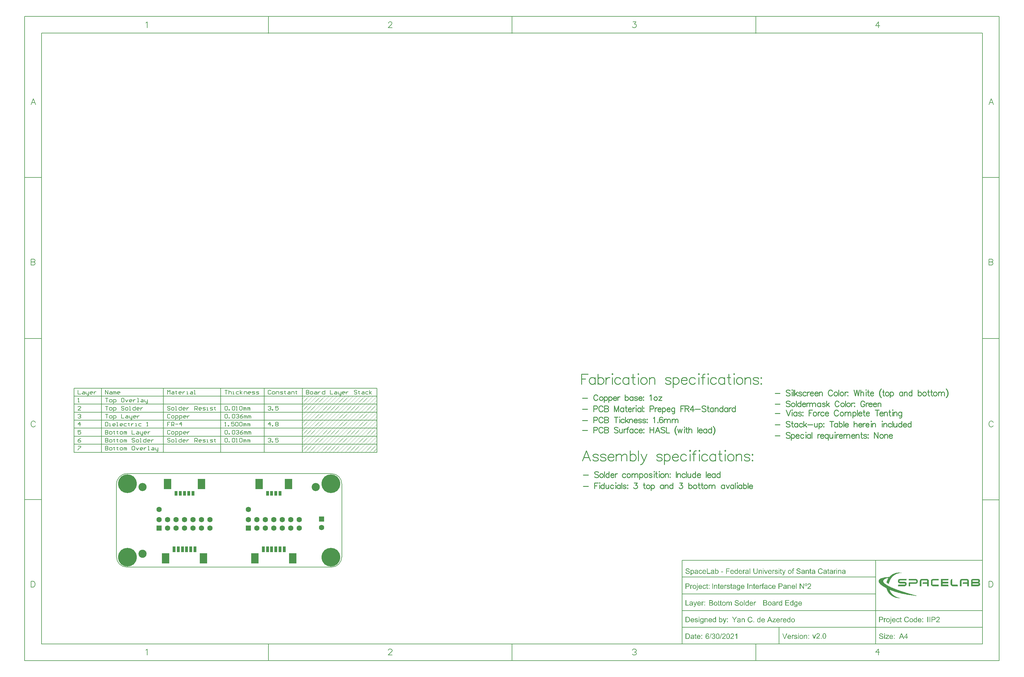
<source format=gbs>
G04*
G04 #@! TF.GenerationSoftware,Altium Limited,Altium Designer,18.1.7 (191)*
G04*
G04 Layer_Color=16711935*
%FSLAX25Y25*%
%MOIN*%
G70*
G01*
G75*
%ADD10C,0.00787*%
%ADD11C,0.01000*%
%ADD14C,0.00100*%
%ADD15C,0.00700*%
%ADD16C,0.03200*%
%ADD17C,0.03594*%
%ADD18C,0.22047*%
%ADD19C,0.06299*%
%ADD20R,0.06299X0.06299*%
%ADD21R,0.06299X0.06299*%
%ADD31R,0.08661X0.12205*%
%ADD32R,0.03543X0.06693*%
%ADD33R,0.03543X0.05512*%
G36*
X238239Y97388D02*
X239339Y94488D01*
X238239Y91388D01*
X235039Y90188D01*
X231939Y91388D01*
X230739Y94488D01*
X231939Y97588D01*
X235039Y98788D01*
X238239Y97388D01*
D02*
G37*
G36*
X33909Y97388D02*
X35009Y94488D01*
X33909Y91388D01*
X30709Y90188D01*
X27609Y91388D01*
X26409Y94488D01*
X27609Y97588D01*
X30709Y98788D01*
X33909Y97388D01*
D02*
G37*
G36*
Y18648D02*
X35009Y15748D01*
X33909Y12648D01*
X30709Y11448D01*
X27609Y12648D01*
X26409Y15748D01*
X27609Y18848D01*
X30709Y20048D01*
X33909Y18648D01*
D02*
G37*
G36*
X799006Y-1464D02*
X799111Y-1474D01*
X799236Y-1493D01*
X799371Y-1512D01*
X799515Y-1541D01*
X799400Y-2214D01*
X799390D01*
X799361Y-2204D01*
X799313Y-2194D01*
X799255Y-2185D01*
X799179D01*
X799102Y-2175D01*
X798938Y-2166D01*
X798881D01*
X798823Y-2175D01*
X798746Y-2185D01*
X798669Y-2204D01*
X798583Y-2233D01*
X798506Y-2271D01*
X798439Y-2319D01*
X798429Y-2329D01*
X798419Y-2348D01*
X798390Y-2387D01*
X798371Y-2444D01*
X798343Y-2521D01*
X798314Y-2627D01*
X798304Y-2742D01*
X798294Y-2886D01*
Y-3300D01*
X799188D01*
Y-3905D01*
X798304D01*
Y-7874D01*
X797526D01*
Y-3905D01*
X796843D01*
Y-3300D01*
X797526D01*
Y-2819D01*
Y-2810D01*
Y-2800D01*
Y-2742D01*
X797535Y-2665D01*
Y-2560D01*
X797545Y-2454D01*
X797564Y-2339D01*
X797583Y-2233D01*
X797612Y-2137D01*
X797622Y-2127D01*
X797631Y-2089D01*
X797660Y-2031D01*
X797699Y-1964D01*
X797756Y-1877D01*
X797823Y-1801D01*
X797900Y-1724D01*
X797997Y-1647D01*
X798006Y-1637D01*
X798054Y-1618D01*
X798112Y-1589D01*
X798208Y-1551D01*
X798314Y-1512D01*
X798458Y-1483D01*
X798612Y-1464D01*
X798794Y-1455D01*
X798919D01*
X799006Y-1464D01*
D02*
G37*
G36*
X850064Y-2444D02*
X849285D01*
Y-1560D01*
X850064D01*
Y-2444D01*
D02*
G37*
G36*
X781957D02*
X781179D01*
Y-1560D01*
X781957D01*
Y-2444D01*
D02*
G37*
G36*
X763343D02*
X762565D01*
Y-1560D01*
X763343D01*
Y-2444D01*
D02*
G37*
G36*
X804704Y-1464D02*
X804772D01*
X804935Y-1483D01*
X805127Y-1512D01*
X805339Y-1551D01*
X805550Y-1608D01*
X805752Y-1685D01*
X805761D01*
X805771Y-1695D01*
X805800Y-1704D01*
X805838Y-1724D01*
X805934Y-1781D01*
X806059Y-1849D01*
X806194Y-1945D01*
X806328Y-2060D01*
X806463Y-2194D01*
X806578Y-2348D01*
X806588Y-2368D01*
X806626Y-2425D01*
X806674Y-2521D01*
X806722Y-2637D01*
X806780Y-2781D01*
X806838Y-2954D01*
X806876Y-3136D01*
X806895Y-3338D01*
X806098Y-3396D01*
Y-3386D01*
Y-3367D01*
X806088Y-3338D01*
X806079Y-3300D01*
X806059Y-3194D01*
X806021Y-3059D01*
X805963Y-2915D01*
X805886Y-2771D01*
X805781Y-2627D01*
X805656Y-2502D01*
X805637Y-2492D01*
X805588Y-2454D01*
X805502Y-2406D01*
X805387Y-2348D01*
X805233Y-2291D01*
X805041Y-2243D01*
X804820Y-2204D01*
X804560Y-2194D01*
X804435D01*
X804378Y-2204D01*
X804301D01*
X804137Y-2233D01*
X803955Y-2262D01*
X803772Y-2310D01*
X803599Y-2377D01*
X803522Y-2425D01*
X803455Y-2473D01*
X803445Y-2483D01*
X803407Y-2521D01*
X803349Y-2579D01*
X803292Y-2665D01*
X803224Y-2761D01*
X803176Y-2877D01*
X803138Y-3002D01*
X803119Y-3146D01*
Y-3165D01*
Y-3204D01*
X803128Y-3271D01*
X803148Y-3348D01*
X803176Y-3434D01*
X803224Y-3530D01*
X803282Y-3617D01*
X803359Y-3703D01*
X803368Y-3713D01*
X803417Y-3742D01*
X803445Y-3761D01*
X803484Y-3790D01*
X803541Y-3809D01*
X803609Y-3838D01*
X803686Y-3876D01*
X803772Y-3915D01*
X803868Y-3943D01*
X803984Y-3982D01*
X804118Y-4030D01*
X804262Y-4069D01*
X804426Y-4107D01*
X804608Y-4155D01*
X804618D01*
X804656Y-4165D01*
X804704Y-4174D01*
X804772Y-4193D01*
X804858Y-4213D01*
X804954Y-4241D01*
X805166Y-4290D01*
X805396Y-4357D01*
X805627Y-4424D01*
X805742Y-4453D01*
X805838Y-4491D01*
X805934Y-4530D01*
X806011Y-4559D01*
X806021D01*
X806040Y-4568D01*
X806059Y-4587D01*
X806098Y-4607D01*
X806194Y-4664D01*
X806319Y-4732D01*
X806453Y-4828D01*
X806588Y-4943D01*
X806713Y-5068D01*
X806818Y-5202D01*
X806828Y-5222D01*
X806857Y-5270D01*
X806905Y-5347D01*
X806953Y-5462D01*
X807001Y-5587D01*
X807049Y-5741D01*
X807078Y-5914D01*
X807088Y-6096D01*
Y-6106D01*
Y-6115D01*
Y-6144D01*
Y-6183D01*
X807068Y-6279D01*
X807049Y-6404D01*
X807020Y-6548D01*
X806963Y-6711D01*
X806895Y-6884D01*
X806799Y-7048D01*
X806790Y-7067D01*
X806742Y-7124D01*
X806684Y-7201D01*
X806588Y-7297D01*
X806472Y-7413D01*
X806328Y-7528D01*
X806155Y-7634D01*
X805963Y-7739D01*
X805954D01*
X805934Y-7749D01*
X805906Y-7759D01*
X805867Y-7778D01*
X805819Y-7797D01*
X805761Y-7816D01*
X805608Y-7855D01*
X805435Y-7903D01*
X805223Y-7941D01*
X805002Y-7970D01*
X804752Y-7980D01*
X804608D01*
X804541Y-7970D01*
X804454D01*
X804358Y-7960D01*
X804253Y-7951D01*
X804032Y-7922D01*
X803791Y-7874D01*
X803551Y-7816D01*
X803321Y-7739D01*
X803311D01*
X803292Y-7730D01*
X803263Y-7711D01*
X803224Y-7691D01*
X803119Y-7634D01*
X802994Y-7547D01*
X802840Y-7442D01*
X802696Y-7317D01*
X802542Y-7163D01*
X802407Y-6990D01*
Y-6980D01*
X802398Y-6971D01*
X802379Y-6942D01*
X802359Y-6903D01*
X802331Y-6855D01*
X802302Y-6798D01*
X802244Y-6654D01*
X802186Y-6490D01*
X802129Y-6288D01*
X802090Y-6077D01*
X802071Y-5846D01*
X802859Y-5779D01*
Y-5789D01*
Y-5798D01*
X802869Y-5856D01*
X802888Y-5942D01*
X802907Y-6058D01*
X802946Y-6183D01*
X802984Y-6317D01*
X803042Y-6442D01*
X803109Y-6567D01*
X803119Y-6577D01*
X803148Y-6615D01*
X803195Y-6673D01*
X803272Y-6740D01*
X803359Y-6817D01*
X803465Y-6903D01*
X803599Y-6980D01*
X803743Y-7057D01*
X803753D01*
X803763Y-7067D01*
X803820Y-7086D01*
X803907Y-7115D01*
X804032Y-7144D01*
X804166Y-7182D01*
X804339Y-7211D01*
X804522Y-7230D01*
X804714Y-7240D01*
X804791D01*
X804887Y-7230D01*
X804993Y-7220D01*
X805127Y-7211D01*
X805262Y-7182D01*
X805406Y-7153D01*
X805550Y-7105D01*
X805569Y-7096D01*
X805608Y-7076D01*
X805675Y-7048D01*
X805752Y-7000D01*
X805848Y-6942D01*
X805934Y-6875D01*
X806021Y-6798D01*
X806098Y-6711D01*
X806107Y-6702D01*
X806127Y-6663D01*
X806155Y-6615D01*
X806194Y-6548D01*
X806223Y-6471D01*
X806252Y-6375D01*
X806271Y-6279D01*
X806280Y-6173D01*
Y-6163D01*
Y-6125D01*
X806271Y-6067D01*
X806261Y-6000D01*
X806242Y-5914D01*
X806203Y-5827D01*
X806165Y-5741D01*
X806107Y-5654D01*
X806098Y-5644D01*
X806079Y-5616D01*
X806030Y-5577D01*
X805973Y-5520D01*
X805896Y-5462D01*
X805800Y-5404D01*
X805675Y-5337D01*
X805540Y-5279D01*
X805531Y-5270D01*
X805492Y-5260D01*
X805415Y-5241D01*
X805367Y-5222D01*
X805310Y-5202D01*
X805233Y-5183D01*
X805156Y-5164D01*
X805060Y-5135D01*
X804964Y-5106D01*
X804848Y-5077D01*
X804714Y-5049D01*
X804570Y-5010D01*
X804416Y-4972D01*
X804406D01*
X804378Y-4962D01*
X804329Y-4953D01*
X804272Y-4933D01*
X804205Y-4914D01*
X804128Y-4895D01*
X803945Y-4847D01*
X803743Y-4780D01*
X803541Y-4712D01*
X803359Y-4645D01*
X803272Y-4616D01*
X803205Y-4578D01*
X803195D01*
X803186Y-4568D01*
X803128Y-4530D01*
X803051Y-4482D01*
X802955Y-4414D01*
X802840Y-4328D01*
X802734Y-4232D01*
X802629Y-4117D01*
X802532Y-3992D01*
X802523Y-3972D01*
X802494Y-3924D01*
X802465Y-3857D01*
X802427Y-3761D01*
X802379Y-3646D01*
X802350Y-3511D01*
X802321Y-3357D01*
X802311Y-3204D01*
Y-3194D01*
Y-3184D01*
Y-3156D01*
Y-3117D01*
X802331Y-3031D01*
X802350Y-2915D01*
X802379Y-2771D01*
X802427Y-2627D01*
X802494Y-2464D01*
X802581Y-2310D01*
Y-2300D01*
X802590Y-2291D01*
X802629Y-2243D01*
X802696Y-2166D01*
X802782Y-2070D01*
X802888Y-1973D01*
X803022Y-1868D01*
X803186Y-1762D01*
X803368Y-1676D01*
X803378D01*
X803388Y-1666D01*
X803417Y-1656D01*
X803465Y-1637D01*
X803513Y-1627D01*
X803570Y-1608D01*
X803705Y-1560D01*
X803878Y-1522D01*
X804070Y-1493D01*
X804291Y-1464D01*
X804522Y-1455D01*
X804637D01*
X804704Y-1464D01*
D02*
G37*
G36*
X673893D02*
X673960D01*
X674124Y-1483D01*
X674316Y-1512D01*
X674527Y-1551D01*
X674739Y-1608D01*
X674940Y-1685D01*
X674950D01*
X674960Y-1695D01*
X674989Y-1704D01*
X675027Y-1724D01*
X675123Y-1781D01*
X675248Y-1849D01*
X675383Y-1945D01*
X675517Y-2060D01*
X675652Y-2194D01*
X675767Y-2348D01*
X675776Y-2368D01*
X675815Y-2425D01*
X675863Y-2521D01*
X675911Y-2637D01*
X675969Y-2781D01*
X676026Y-2954D01*
X676065Y-3136D01*
X676084Y-3338D01*
X675286Y-3396D01*
Y-3386D01*
Y-3367D01*
X675277Y-3338D01*
X675267Y-3300D01*
X675248Y-3194D01*
X675210Y-3059D01*
X675152Y-2915D01*
X675075Y-2771D01*
X674969Y-2627D01*
X674844Y-2502D01*
X674825Y-2492D01*
X674777Y-2454D01*
X674691Y-2406D01*
X674575Y-2348D01*
X674422Y-2291D01*
X674229Y-2243D01*
X674008Y-2204D01*
X673749Y-2194D01*
X673624D01*
X673566Y-2204D01*
X673489D01*
X673326Y-2233D01*
X673143Y-2262D01*
X672961Y-2310D01*
X672788Y-2377D01*
X672711Y-2425D01*
X672644Y-2473D01*
X672634Y-2483D01*
X672596Y-2521D01*
X672538Y-2579D01*
X672480Y-2665D01*
X672413Y-2761D01*
X672365Y-2877D01*
X672327Y-3002D01*
X672307Y-3146D01*
Y-3165D01*
Y-3204D01*
X672317Y-3271D01*
X672336Y-3348D01*
X672365Y-3434D01*
X672413Y-3530D01*
X672471Y-3617D01*
X672548Y-3703D01*
X672557Y-3713D01*
X672605Y-3742D01*
X672634Y-3761D01*
X672673Y-3790D01*
X672730Y-3809D01*
X672797Y-3838D01*
X672874Y-3876D01*
X672961Y-3915D01*
X673057Y-3943D01*
X673172Y-3982D01*
X673307Y-4030D01*
X673451Y-4069D01*
X673614Y-4107D01*
X673797Y-4155D01*
X673806D01*
X673845Y-4165D01*
X673893Y-4174D01*
X673960Y-4193D01*
X674047Y-4213D01*
X674143Y-4241D01*
X674354Y-4290D01*
X674585Y-4357D01*
X674816Y-4424D01*
X674931Y-4453D01*
X675027Y-4491D01*
X675123Y-4530D01*
X675200Y-4559D01*
X675210D01*
X675229Y-4568D01*
X675248Y-4587D01*
X675286Y-4607D01*
X675383Y-4664D01*
X675507Y-4732D01*
X675642Y-4828D01*
X675776Y-4943D01*
X675902Y-5068D01*
X676007Y-5202D01*
X676017Y-5222D01*
X676046Y-5270D01*
X676094Y-5347D01*
X676142Y-5462D01*
X676190Y-5587D01*
X676238Y-5741D01*
X676267Y-5914D01*
X676276Y-6096D01*
Y-6106D01*
Y-6115D01*
Y-6144D01*
Y-6183D01*
X676257Y-6279D01*
X676238Y-6404D01*
X676209Y-6548D01*
X676151Y-6711D01*
X676084Y-6884D01*
X675988Y-7048D01*
X675978Y-7067D01*
X675930Y-7124D01*
X675873Y-7201D01*
X675776Y-7297D01*
X675661Y-7413D01*
X675517Y-7528D01*
X675344Y-7634D01*
X675152Y-7739D01*
X675142D01*
X675123Y-7749D01*
X675094Y-7759D01*
X675056Y-7778D01*
X675008Y-7797D01*
X674950Y-7816D01*
X674796Y-7855D01*
X674623Y-7903D01*
X674412Y-7941D01*
X674191Y-7970D01*
X673941Y-7980D01*
X673797D01*
X673730Y-7970D01*
X673643D01*
X673547Y-7960D01*
X673441Y-7951D01*
X673220Y-7922D01*
X672980Y-7874D01*
X672740Y-7816D01*
X672509Y-7739D01*
X672500D01*
X672480Y-7730D01*
X672451Y-7711D01*
X672413Y-7691D01*
X672307Y-7634D01*
X672182Y-7547D01*
X672029Y-7442D01*
X671884Y-7317D01*
X671731Y-7163D01*
X671596Y-6990D01*
Y-6980D01*
X671587Y-6971D01*
X671567Y-6942D01*
X671548Y-6903D01*
X671519Y-6855D01*
X671490Y-6798D01*
X671433Y-6654D01*
X671375Y-6490D01*
X671317Y-6288D01*
X671279Y-6077D01*
X671260Y-5846D01*
X672048Y-5779D01*
Y-5789D01*
Y-5798D01*
X672057Y-5856D01*
X672077Y-5942D01*
X672096Y-6058D01*
X672134Y-6183D01*
X672173Y-6317D01*
X672230Y-6442D01*
X672298Y-6567D01*
X672307Y-6577D01*
X672336Y-6615D01*
X672384Y-6673D01*
X672461Y-6740D01*
X672548Y-6817D01*
X672653Y-6903D01*
X672788Y-6980D01*
X672932Y-7057D01*
X672942D01*
X672951Y-7067D01*
X673009Y-7086D01*
X673095Y-7115D01*
X673220Y-7144D01*
X673355Y-7182D01*
X673528Y-7211D01*
X673710Y-7230D01*
X673903Y-7240D01*
X673980D01*
X674076Y-7230D01*
X674181Y-7220D01*
X674316Y-7211D01*
X674450Y-7182D01*
X674594Y-7153D01*
X674739Y-7105D01*
X674758Y-7096D01*
X674796Y-7076D01*
X674864Y-7048D01*
X674940Y-7000D01*
X675037Y-6942D01*
X675123Y-6875D01*
X675210Y-6798D01*
X675286Y-6711D01*
X675296Y-6702D01*
X675315Y-6663D01*
X675344Y-6615D01*
X675383Y-6548D01*
X675411Y-6471D01*
X675440Y-6375D01*
X675459Y-6279D01*
X675469Y-6173D01*
Y-6163D01*
Y-6125D01*
X675459Y-6067D01*
X675450Y-6000D01*
X675431Y-5914D01*
X675392Y-5827D01*
X675354Y-5741D01*
X675296Y-5654D01*
X675286Y-5644D01*
X675267Y-5616D01*
X675219Y-5577D01*
X675162Y-5520D01*
X675085Y-5462D01*
X674989Y-5404D01*
X674864Y-5337D01*
X674729Y-5279D01*
X674719Y-5270D01*
X674681Y-5260D01*
X674604Y-5241D01*
X674556Y-5222D01*
X674498Y-5202D01*
X674422Y-5183D01*
X674345Y-5164D01*
X674249Y-5135D01*
X674153Y-5106D01*
X674037Y-5077D01*
X673903Y-5049D01*
X673758Y-5010D01*
X673605Y-4972D01*
X673595D01*
X673566Y-4962D01*
X673518Y-4953D01*
X673460Y-4933D01*
X673393Y-4914D01*
X673316Y-4895D01*
X673134Y-4847D01*
X672932Y-4780D01*
X672730Y-4712D01*
X672548Y-4645D01*
X672461Y-4616D01*
X672394Y-4578D01*
X672384D01*
X672375Y-4568D01*
X672317Y-4530D01*
X672240Y-4482D01*
X672144Y-4414D01*
X672029Y-4328D01*
X671923Y-4232D01*
X671817Y-4117D01*
X671721Y-3992D01*
X671711Y-3972D01*
X671683Y-3924D01*
X671654Y-3857D01*
X671615Y-3761D01*
X671567Y-3646D01*
X671538Y-3511D01*
X671510Y-3357D01*
X671500Y-3204D01*
Y-3194D01*
Y-3184D01*
Y-3156D01*
Y-3117D01*
X671519Y-3031D01*
X671538Y-2915D01*
X671567Y-2771D01*
X671615Y-2627D01*
X671683Y-2464D01*
X671769Y-2310D01*
Y-2300D01*
X671779Y-2291D01*
X671817Y-2243D01*
X671884Y-2166D01*
X671971Y-2070D01*
X672077Y-1973D01*
X672211Y-1868D01*
X672375Y-1762D01*
X672557Y-1676D01*
X672567D01*
X672576Y-1666D01*
X672605Y-1656D01*
X672653Y-1637D01*
X672701Y-1627D01*
X672759Y-1608D01*
X672893Y-1560D01*
X673067Y-1522D01*
X673259Y-1493D01*
X673480Y-1464D01*
X673710Y-1455D01*
X673826D01*
X673893Y-1464D01*
D02*
G37*
G36*
X830728D02*
X830805Y-1474D01*
X830901Y-1483D01*
X831007Y-1493D01*
X831122Y-1512D01*
X831372Y-1570D01*
X831641Y-1656D01*
X831776Y-1714D01*
X831910Y-1781D01*
X832035Y-1858D01*
X832160Y-1945D01*
X832170Y-1954D01*
X832189Y-1964D01*
X832218Y-1993D01*
X832266Y-2031D01*
X832314Y-2079D01*
X832381Y-2146D01*
X832448Y-2214D01*
X832516Y-2291D01*
X832592Y-2387D01*
X832660Y-2483D01*
X832737Y-2598D01*
X832814Y-2723D01*
X832881Y-2848D01*
X832948Y-2992D01*
X833063Y-3300D01*
X832237Y-3492D01*
Y-3482D01*
X832227Y-3463D01*
X832218Y-3425D01*
X832199Y-3376D01*
X832170Y-3319D01*
X832141Y-3252D01*
X832074Y-3108D01*
X831987Y-2944D01*
X831872Y-2771D01*
X831747Y-2617D01*
X831593Y-2483D01*
X831574Y-2473D01*
X831516Y-2435D01*
X831430Y-2387D01*
X831305Y-2319D01*
X831161Y-2262D01*
X830978Y-2214D01*
X830776Y-2175D01*
X830546Y-2166D01*
X830478D01*
X830430Y-2175D01*
X830363D01*
X830296Y-2185D01*
X830123Y-2214D01*
X829931Y-2252D01*
X829729Y-2319D01*
X829527Y-2406D01*
X829335Y-2521D01*
X829325D01*
X829315Y-2541D01*
X829258Y-2589D01*
X829171Y-2665D01*
X829066Y-2771D01*
X828960Y-2906D01*
X828845Y-3059D01*
X828739Y-3252D01*
X828652Y-3463D01*
Y-3473D01*
X828643Y-3492D01*
X828633Y-3521D01*
X828624Y-3569D01*
X828604Y-3617D01*
X828595Y-3684D01*
X828556Y-3838D01*
X828518Y-4020D01*
X828489Y-4222D01*
X828470Y-4443D01*
X828460Y-4674D01*
Y-4684D01*
Y-4712D01*
Y-4751D01*
Y-4808D01*
X828470Y-4876D01*
Y-4962D01*
X828479Y-5049D01*
X828489Y-5145D01*
X828518Y-5366D01*
X828556Y-5606D01*
X828614Y-5846D01*
X828691Y-6077D01*
Y-6087D01*
X828701Y-6106D01*
X828720Y-6135D01*
X828739Y-6173D01*
X828787Y-6288D01*
X828864Y-6413D01*
X828969Y-6567D01*
X829095Y-6711D01*
X829239Y-6855D01*
X829412Y-6980D01*
X829421D01*
X829431Y-6990D01*
X829460Y-7009D01*
X829498Y-7028D01*
X829604Y-7067D01*
X829738Y-7124D01*
X829892Y-7173D01*
X830075Y-7220D01*
X830276Y-7259D01*
X830488Y-7269D01*
X830555D01*
X830603Y-7259D01*
X830661D01*
X830738Y-7249D01*
X830901Y-7220D01*
X831084Y-7173D01*
X831286Y-7096D01*
X831478Y-7000D01*
X831670Y-6865D01*
X831680Y-6855D01*
X831689Y-6846D01*
X831747Y-6788D01*
X831833Y-6692D01*
X831939Y-6567D01*
X832045Y-6394D01*
X832160Y-6192D01*
X832256Y-5942D01*
X832333Y-5664D01*
X833169Y-5875D01*
Y-5885D01*
X833160Y-5923D01*
X833140Y-5971D01*
X833121Y-6048D01*
X833083Y-6125D01*
X833044Y-6231D01*
X833006Y-6336D01*
X832948Y-6452D01*
X832823Y-6711D01*
X832650Y-6971D01*
X832458Y-7220D01*
X832343Y-7336D01*
X832218Y-7442D01*
X832208Y-7451D01*
X832189Y-7461D01*
X832150Y-7490D01*
X832093Y-7528D01*
X832026Y-7566D01*
X831949Y-7615D01*
X831862Y-7663D01*
X831756Y-7711D01*
X831641Y-7759D01*
X831516Y-7807D01*
X831372Y-7855D01*
X831228Y-7893D01*
X830911Y-7960D01*
X830738Y-7970D01*
X830555Y-7980D01*
X830459D01*
X830382Y-7970D01*
X830296D01*
X830200Y-7960D01*
X830084Y-7941D01*
X829969Y-7932D01*
X829700Y-7874D01*
X829421Y-7807D01*
X829152Y-7701D01*
X829018Y-7643D01*
X828893Y-7566D01*
X828883Y-7557D01*
X828864Y-7547D01*
X828835Y-7518D01*
X828787Y-7490D01*
X828672Y-7394D01*
X828537Y-7259D01*
X828374Y-7096D01*
X828220Y-6884D01*
X828057Y-6644D01*
X827922Y-6365D01*
Y-6356D01*
X827912Y-6327D01*
X827893Y-6288D01*
X827874Y-6231D01*
X827845Y-6154D01*
X827816Y-6067D01*
X827787Y-5971D01*
X827759Y-5856D01*
X827730Y-5741D01*
X827701Y-5606D01*
X827643Y-5318D01*
X827605Y-5010D01*
X827595Y-4674D01*
Y-4664D01*
Y-4626D01*
Y-4578D01*
X827605Y-4510D01*
Y-4424D01*
X827614Y-4318D01*
X827624Y-4213D01*
X827643Y-4088D01*
X827691Y-3819D01*
X827749Y-3530D01*
X827845Y-3232D01*
X827970Y-2954D01*
Y-2944D01*
X827989Y-2925D01*
X828008Y-2886D01*
X828037Y-2829D01*
X828076Y-2771D01*
X828124Y-2704D01*
X828249Y-2541D01*
X828393Y-2358D01*
X828576Y-2175D01*
X828797Y-1993D01*
X829037Y-1839D01*
X829046D01*
X829066Y-1820D01*
X829104Y-1801D01*
X829162Y-1781D01*
X829219Y-1752D01*
X829296Y-1714D01*
X829392Y-1685D01*
X829488Y-1647D01*
X829594Y-1608D01*
X829710Y-1579D01*
X829969Y-1512D01*
X830257Y-1474D01*
X830565Y-1455D01*
X830661D01*
X830728Y-1464D01*
D02*
G37*
G36*
X732927Y-7874D02*
X732206D01*
Y-7307D01*
X732197Y-7317D01*
X732187Y-7336D01*
X732158Y-7365D01*
X732120Y-7413D01*
X732082Y-7461D01*
X732024Y-7518D01*
X731957Y-7576D01*
X731880Y-7643D01*
X731793Y-7701D01*
X731697Y-7768D01*
X731591Y-7826D01*
X731486Y-7874D01*
X731361Y-7922D01*
X731226Y-7951D01*
X731082Y-7970D01*
X730928Y-7980D01*
X730871D01*
X730832Y-7970D01*
X730726Y-7960D01*
X730602Y-7941D01*
X730438Y-7903D01*
X730275Y-7855D01*
X730092Y-7778D01*
X729919Y-7682D01*
X729910D01*
X729900Y-7672D01*
X729842Y-7624D01*
X729766Y-7557D01*
X729660Y-7461D01*
X729554Y-7345D01*
X729429Y-7201D01*
X729323Y-7038D01*
X729218Y-6846D01*
Y-6836D01*
X729208Y-6817D01*
X729199Y-6788D01*
X729179Y-6750D01*
X729160Y-6702D01*
X729141Y-6634D01*
X729093Y-6481D01*
X729045Y-6298D01*
X729006Y-6087D01*
X728977Y-5856D01*
X728968Y-5596D01*
Y-5587D01*
Y-5568D01*
Y-5529D01*
Y-5481D01*
X728977Y-5424D01*
Y-5347D01*
X728997Y-5183D01*
X729026Y-4991D01*
X729064Y-4789D01*
X729112Y-4568D01*
X729189Y-4357D01*
Y-4347D01*
X729199Y-4328D01*
X729218Y-4299D01*
X729237Y-4261D01*
X729285Y-4165D01*
X729362Y-4040D01*
X729458Y-3895D01*
X729573Y-3751D01*
X729708Y-3617D01*
X729871Y-3492D01*
X729881D01*
X729890Y-3482D01*
X729948Y-3444D01*
X730044Y-3396D01*
X730169Y-3338D01*
X730323Y-3290D01*
X730496Y-3242D01*
X730688Y-3204D01*
X730890Y-3194D01*
X730957D01*
X731034Y-3204D01*
X731140Y-3213D01*
X731246Y-3242D01*
X731370Y-3271D01*
X731495Y-3319D01*
X731620Y-3376D01*
X731639Y-3386D01*
X731678Y-3405D01*
X731736Y-3444D01*
X731812Y-3501D01*
X731889Y-3559D01*
X731985Y-3636D01*
X732072Y-3732D01*
X732149Y-3828D01*
Y-1560D01*
X732927D01*
Y-7874D01*
D02*
G37*
G36*
X679553Y-3213D02*
X679688Y-3232D01*
X679851Y-3271D01*
X680024Y-3319D01*
X680197Y-3396D01*
X680370Y-3501D01*
X680380D01*
X680389Y-3511D01*
X680447Y-3559D01*
X680524Y-3626D01*
X680630Y-3723D01*
X680735Y-3838D01*
X680851Y-3992D01*
X680956Y-4155D01*
X681052Y-4357D01*
Y-4366D01*
X681062Y-4386D01*
X681072Y-4414D01*
X681091Y-4453D01*
X681110Y-4501D01*
X681129Y-4568D01*
X681168Y-4712D01*
X681206Y-4895D01*
X681245Y-5097D01*
X681274Y-5318D01*
X681283Y-5558D01*
Y-5568D01*
Y-5587D01*
Y-5625D01*
Y-5673D01*
X681274Y-5741D01*
Y-5808D01*
X681254Y-5981D01*
X681216Y-6173D01*
X681177Y-6385D01*
X681110Y-6605D01*
X681024Y-6826D01*
Y-6836D01*
X681014Y-6855D01*
X680995Y-6884D01*
X680976Y-6923D01*
X680918Y-7019D01*
X680841Y-7144D01*
X680735Y-7278D01*
X680610Y-7422D01*
X680466Y-7557D01*
X680293Y-7682D01*
X680284D01*
X680274Y-7691D01*
X680245Y-7711D01*
X680207Y-7730D01*
X680111Y-7778D01*
X679986Y-7826D01*
X679832Y-7884D01*
X679669Y-7932D01*
X679476Y-7970D01*
X679284Y-7980D01*
X679217D01*
X679150Y-7970D01*
X679053Y-7960D01*
X678948Y-7941D01*
X678832Y-7913D01*
X678708Y-7874D01*
X678592Y-7826D01*
X678583Y-7816D01*
X678544Y-7797D01*
X678487Y-7759D01*
X678419Y-7711D01*
X678333Y-7653D01*
X678256Y-7586D01*
X678169Y-7499D01*
X678093Y-7413D01*
Y-9623D01*
X677314D01*
Y-3300D01*
X678025D01*
Y-3895D01*
X678035Y-3876D01*
X678064Y-3838D01*
X678121Y-3780D01*
X678189Y-3703D01*
X678265Y-3617D01*
X678362Y-3530D01*
X678467Y-3444D01*
X678583Y-3376D01*
X678602Y-3367D01*
X678640Y-3348D01*
X678708Y-3319D01*
X678794Y-3280D01*
X678909Y-3252D01*
X679034Y-3223D01*
X679178Y-3204D01*
X679342Y-3194D01*
X679438D01*
X679553Y-3213D01*
D02*
G37*
G36*
X853542Y-3204D02*
X853638Y-3213D01*
X853754Y-3232D01*
X853888Y-3261D01*
X854013Y-3300D01*
X854148Y-3348D01*
X854167Y-3357D01*
X854205Y-3376D01*
X854263Y-3405D01*
X854340Y-3453D01*
X854426Y-3511D01*
X854513Y-3578D01*
X854599Y-3655D01*
X854667Y-3742D01*
X854676Y-3751D01*
X854696Y-3780D01*
X854724Y-3838D01*
X854763Y-3905D01*
X854801Y-3982D01*
X854840Y-4078D01*
X854878Y-4193D01*
X854907Y-4309D01*
Y-4318D01*
X854916Y-4347D01*
X854926Y-4405D01*
X854936Y-4482D01*
Y-4587D01*
X854945Y-4722D01*
X854955Y-4876D01*
Y-5068D01*
Y-7874D01*
X854177D01*
Y-5097D01*
Y-5087D01*
Y-5077D01*
Y-5020D01*
Y-4933D01*
X854167Y-4828D01*
X854157Y-4722D01*
X854138Y-4597D01*
X854109Y-4491D01*
X854080Y-4395D01*
Y-4386D01*
X854061Y-4357D01*
X854042Y-4309D01*
X854013Y-4261D01*
X853965Y-4193D01*
X853907Y-4136D01*
X853840Y-4069D01*
X853763Y-4011D01*
X853754Y-4001D01*
X853725Y-3992D01*
X853677Y-3963D01*
X853610Y-3934D01*
X853533Y-3915D01*
X853437Y-3886D01*
X853341Y-3876D01*
X853225Y-3867D01*
X853139D01*
X853052Y-3886D01*
X852927Y-3905D01*
X852793Y-3943D01*
X852658Y-4001D01*
X852504Y-4078D01*
X852370Y-4184D01*
X852351Y-4203D01*
X852312Y-4251D01*
X852255Y-4328D01*
X852226Y-4386D01*
X852197Y-4453D01*
X852159Y-4530D01*
X852130Y-4616D01*
X852101Y-4712D01*
X852072Y-4818D01*
X852043Y-4943D01*
X852034Y-5077D01*
X852014Y-5222D01*
Y-5375D01*
Y-7874D01*
X851236D01*
Y-3300D01*
X851937D01*
Y-3953D01*
X851947Y-3943D01*
X851957Y-3924D01*
X851985Y-3886D01*
X852034Y-3838D01*
X852082Y-3780D01*
X852149Y-3713D01*
X852216Y-3646D01*
X852303Y-3569D01*
X852408Y-3501D01*
X852514Y-3434D01*
X852629Y-3367D01*
X852764Y-3309D01*
X852899Y-3261D01*
X853052Y-3223D01*
X853216Y-3204D01*
X853389Y-3194D01*
X853456D01*
X853542Y-3204D01*
D02*
G37*
G36*
X815333D02*
X815429Y-3213D01*
X815544Y-3232D01*
X815679Y-3261D01*
X815804Y-3300D01*
X815938Y-3348D01*
X815958Y-3357D01*
X815996Y-3376D01*
X816054Y-3405D01*
X816131Y-3453D01*
X816217Y-3511D01*
X816304Y-3578D01*
X816390Y-3655D01*
X816457Y-3742D01*
X816467Y-3751D01*
X816486Y-3780D01*
X816515Y-3838D01*
X816553Y-3905D01*
X816592Y-3982D01*
X816630Y-4078D01*
X816669Y-4193D01*
X816698Y-4309D01*
Y-4318D01*
X816707Y-4347D01*
X816717Y-4405D01*
X816726Y-4482D01*
Y-4587D01*
X816736Y-4722D01*
X816746Y-4876D01*
Y-5068D01*
Y-7874D01*
X815967D01*
Y-5097D01*
Y-5087D01*
Y-5077D01*
Y-5020D01*
Y-4933D01*
X815958Y-4828D01*
X815948Y-4722D01*
X815929Y-4597D01*
X815900Y-4491D01*
X815871Y-4395D01*
Y-4386D01*
X815852Y-4357D01*
X815833Y-4309D01*
X815804Y-4261D01*
X815756Y-4193D01*
X815698Y-4136D01*
X815631Y-4069D01*
X815554Y-4011D01*
X815544Y-4001D01*
X815516Y-3992D01*
X815467Y-3963D01*
X815400Y-3934D01*
X815323Y-3915D01*
X815227Y-3886D01*
X815131Y-3876D01*
X815016Y-3867D01*
X814929D01*
X814843Y-3886D01*
X814718Y-3905D01*
X814583Y-3943D01*
X814449Y-4001D01*
X814295Y-4078D01*
X814161Y-4184D01*
X814141Y-4203D01*
X814103Y-4251D01*
X814045Y-4328D01*
X814016Y-4386D01*
X813988Y-4453D01*
X813949Y-4530D01*
X813920Y-4616D01*
X813892Y-4712D01*
X813863Y-4818D01*
X813834Y-4943D01*
X813824Y-5077D01*
X813805Y-5222D01*
Y-5375D01*
Y-7874D01*
X813027D01*
Y-3300D01*
X813728D01*
Y-3953D01*
X813738Y-3943D01*
X813747Y-3924D01*
X813776Y-3886D01*
X813824Y-3838D01*
X813872Y-3780D01*
X813939Y-3713D01*
X814007Y-3646D01*
X814093Y-3569D01*
X814199Y-3501D01*
X814305Y-3434D01*
X814420Y-3367D01*
X814555Y-3309D01*
X814689Y-3261D01*
X814843Y-3223D01*
X815006Y-3204D01*
X815179Y-3194D01*
X815246D01*
X815333Y-3204D01*
D02*
G37*
G36*
X759960D02*
X760056Y-3213D01*
X760172Y-3232D01*
X760306Y-3261D01*
X760431Y-3300D01*
X760566Y-3348D01*
X760585Y-3357D01*
X760623Y-3376D01*
X760681Y-3405D01*
X760758Y-3453D01*
X760844Y-3511D01*
X760931Y-3578D01*
X761017Y-3655D01*
X761085Y-3742D01*
X761094Y-3751D01*
X761113Y-3780D01*
X761142Y-3838D01*
X761181Y-3905D01*
X761219Y-3982D01*
X761258Y-4078D01*
X761296Y-4193D01*
X761325Y-4309D01*
Y-4318D01*
X761334Y-4347D01*
X761344Y-4405D01*
X761354Y-4482D01*
Y-4587D01*
X761363Y-4722D01*
X761373Y-4876D01*
Y-5068D01*
Y-7874D01*
X760594D01*
Y-5097D01*
Y-5087D01*
Y-5077D01*
Y-5020D01*
Y-4933D01*
X760585Y-4828D01*
X760575Y-4722D01*
X760556Y-4597D01*
X760527Y-4491D01*
X760498Y-4395D01*
Y-4386D01*
X760479Y-4357D01*
X760460Y-4309D01*
X760431Y-4261D01*
X760383Y-4193D01*
X760325Y-4136D01*
X760258Y-4069D01*
X760181Y-4011D01*
X760172Y-4001D01*
X760143Y-3992D01*
X760095Y-3963D01*
X760027Y-3934D01*
X759950Y-3915D01*
X759854Y-3886D01*
X759758Y-3876D01*
X759643Y-3867D01*
X759556D01*
X759470Y-3886D01*
X759345Y-3905D01*
X759211Y-3943D01*
X759076Y-4001D01*
X758922Y-4078D01*
X758788Y-4184D01*
X758769Y-4203D01*
X758730Y-4251D01*
X758672Y-4328D01*
X758644Y-4386D01*
X758615Y-4453D01*
X758576Y-4530D01*
X758547Y-4616D01*
X758519Y-4712D01*
X758490Y-4818D01*
X758461Y-4943D01*
X758451Y-5077D01*
X758432Y-5222D01*
Y-5375D01*
Y-7874D01*
X757654D01*
Y-3300D01*
X758355D01*
Y-3953D01*
X758365Y-3943D01*
X758375Y-3924D01*
X758403Y-3886D01*
X758451Y-3838D01*
X758499Y-3780D01*
X758567Y-3713D01*
X758634Y-3646D01*
X758720Y-3569D01*
X758826Y-3501D01*
X758932Y-3434D01*
X759047Y-3367D01*
X759182Y-3309D01*
X759316Y-3261D01*
X759470Y-3223D01*
X759633Y-3204D01*
X759806Y-3194D01*
X759874D01*
X759960Y-3204D01*
D02*
G37*
G36*
X848170D02*
X848276Y-3223D01*
X848391Y-3261D01*
X848526Y-3300D01*
X848670Y-3367D01*
X848824Y-3453D01*
X848545Y-4165D01*
X848536Y-4155D01*
X848497Y-4136D01*
X848439Y-4107D01*
X848372Y-4078D01*
X848286Y-4049D01*
X848190Y-4020D01*
X848084Y-4001D01*
X847978Y-3992D01*
X847940D01*
X847892Y-4001D01*
X847824Y-4011D01*
X847757Y-4030D01*
X847680Y-4059D01*
X847603Y-4097D01*
X847526Y-4145D01*
X847517Y-4155D01*
X847498Y-4174D01*
X847459Y-4213D01*
X847421Y-4261D01*
X847373Y-4318D01*
X847325Y-4395D01*
X847286Y-4482D01*
X847248Y-4578D01*
X847238Y-4597D01*
X847229Y-4645D01*
X847209Y-4732D01*
X847190Y-4847D01*
X847161Y-4981D01*
X847142Y-5135D01*
X847132Y-5299D01*
X847123Y-5481D01*
Y-7874D01*
X846344D01*
Y-3300D01*
X847046D01*
Y-3982D01*
X847056Y-3972D01*
X847094Y-3915D01*
X847142Y-3828D01*
X847200Y-3732D01*
X847277Y-3626D01*
X847363Y-3521D01*
X847440Y-3425D01*
X847526Y-3357D01*
X847536Y-3348D01*
X847565Y-3328D01*
X847613Y-3309D01*
X847680Y-3271D01*
X847748Y-3242D01*
X847834Y-3223D01*
X847930Y-3204D01*
X848026Y-3194D01*
X848093D01*
X848170Y-3204D01*
D02*
G37*
G36*
X775653D02*
X775759Y-3223D01*
X775874Y-3261D01*
X776009Y-3300D01*
X776153Y-3367D01*
X776307Y-3453D01*
X776028Y-4165D01*
X776018Y-4155D01*
X775980Y-4136D01*
X775922Y-4107D01*
X775855Y-4078D01*
X775769Y-4049D01*
X775672Y-4020D01*
X775567Y-4001D01*
X775461Y-3992D01*
X775423D01*
X775375Y-4001D01*
X775307Y-4011D01*
X775240Y-4030D01*
X775163Y-4059D01*
X775086Y-4097D01*
X775009Y-4145D01*
X775000Y-4155D01*
X774981Y-4174D01*
X774942Y-4213D01*
X774904Y-4261D01*
X774856Y-4318D01*
X774808Y-4395D01*
X774769Y-4482D01*
X774731Y-4578D01*
X774721Y-4597D01*
X774712Y-4645D01*
X774692Y-4732D01*
X774673Y-4847D01*
X774644Y-4981D01*
X774625Y-5135D01*
X774615Y-5299D01*
X774606Y-5481D01*
Y-7874D01*
X773827D01*
Y-3300D01*
X774529D01*
Y-3982D01*
X774539Y-3972D01*
X774577Y-3915D01*
X774625Y-3828D01*
X774683Y-3732D01*
X774759Y-3626D01*
X774846Y-3521D01*
X774923Y-3425D01*
X775009Y-3357D01*
X775019Y-3348D01*
X775048Y-3328D01*
X775096Y-3309D01*
X775163Y-3271D01*
X775230Y-3242D01*
X775317Y-3223D01*
X775413Y-3204D01*
X775509Y-3194D01*
X775576D01*
X775653Y-3204D01*
D02*
G37*
G36*
X740875D02*
X740980Y-3223D01*
X741096Y-3261D01*
X741230Y-3300D01*
X741374Y-3367D01*
X741528Y-3453D01*
X741250Y-4165D01*
X741240Y-4155D01*
X741201Y-4136D01*
X741144Y-4107D01*
X741077Y-4078D01*
X740990Y-4049D01*
X740894Y-4020D01*
X740788Y-4001D01*
X740683Y-3992D01*
X740644D01*
X740596Y-4001D01*
X740529Y-4011D01*
X740461Y-4030D01*
X740385Y-4059D01*
X740308Y-4097D01*
X740231Y-4145D01*
X740221Y-4155D01*
X740202Y-4174D01*
X740164Y-4213D01*
X740125Y-4261D01*
X740077Y-4318D01*
X740029Y-4395D01*
X739991Y-4482D01*
X739952Y-4578D01*
X739943Y-4597D01*
X739933Y-4645D01*
X739914Y-4732D01*
X739894Y-4847D01*
X739866Y-4981D01*
X739846Y-5135D01*
X739837Y-5299D01*
X739827Y-5481D01*
Y-7874D01*
X739049D01*
Y-3300D01*
X739750D01*
Y-3982D01*
X739760Y-3972D01*
X739798Y-3915D01*
X739846Y-3828D01*
X739904Y-3732D01*
X739981Y-3626D01*
X740067Y-3521D01*
X740144Y-3425D01*
X740231Y-3357D01*
X740240Y-3348D01*
X740269Y-3328D01*
X740317Y-3309D01*
X740385Y-3271D01*
X740452Y-3242D01*
X740538Y-3223D01*
X740634Y-3204D01*
X740730Y-3194D01*
X740798D01*
X740875Y-3204D01*
D02*
G37*
G36*
X778450D02*
X778575Y-3213D01*
X778728Y-3232D01*
X778882Y-3261D01*
X779046Y-3300D01*
X779199Y-3357D01*
X779209D01*
X779219Y-3367D01*
X779267Y-3386D01*
X779344Y-3425D01*
X779430Y-3463D01*
X779526Y-3530D01*
X779632Y-3598D01*
X779728Y-3684D01*
X779805Y-3780D01*
X779814Y-3790D01*
X779834Y-3828D01*
X779872Y-3886D01*
X779920Y-3963D01*
X779959Y-4059D01*
X780007Y-4184D01*
X780045Y-4318D01*
X780084Y-4472D01*
X779324Y-4578D01*
Y-4559D01*
X779315Y-4520D01*
X779295Y-4453D01*
X779267Y-4376D01*
X779228Y-4290D01*
X779171Y-4203D01*
X779103Y-4107D01*
X779017Y-4030D01*
X779007Y-4020D01*
X778969Y-4001D01*
X778911Y-3963D01*
X778834Y-3924D01*
X778738Y-3895D01*
X778613Y-3857D01*
X778479Y-3838D01*
X778315Y-3828D01*
X778229D01*
X778133Y-3838D01*
X778017Y-3847D01*
X777892Y-3876D01*
X777768Y-3905D01*
X777642Y-3953D01*
X777546Y-4011D01*
X777537Y-4020D01*
X777508Y-4040D01*
X777479Y-4078D01*
X777441Y-4126D01*
X777393Y-4184D01*
X777364Y-4261D01*
X777335Y-4338D01*
X777325Y-4424D01*
Y-4434D01*
Y-4453D01*
X777335Y-4482D01*
Y-4520D01*
X777364Y-4607D01*
X777412Y-4703D01*
X777422Y-4712D01*
X777431Y-4722D01*
X777489Y-4770D01*
X777527Y-4808D01*
X777575Y-4837D01*
X777642Y-4876D01*
X777710Y-4905D01*
X777719D01*
X777739Y-4914D01*
X777777Y-4924D01*
X777844Y-4943D01*
X777931Y-4972D01*
X778056Y-5010D01*
X778209Y-5049D01*
X778296Y-5077D01*
X778402Y-5106D01*
X778411D01*
X778440Y-5116D01*
X778479Y-5126D01*
X778536Y-5145D01*
X778604Y-5164D01*
X778680Y-5183D01*
X778853Y-5231D01*
X779046Y-5289D01*
X779238Y-5356D01*
X779411Y-5414D01*
X779488Y-5443D01*
X779555Y-5472D01*
X779574Y-5481D01*
X779613Y-5500D01*
X779670Y-5529D01*
X779738Y-5568D01*
X779824Y-5625D01*
X779911Y-5702D01*
X779987Y-5779D01*
X780064Y-5875D01*
X780074Y-5885D01*
X780093Y-5923D01*
X780122Y-5981D01*
X780160Y-6058D01*
X780199Y-6154D01*
X780228Y-6269D01*
X780247Y-6394D01*
X780257Y-6538D01*
Y-6558D01*
Y-6605D01*
X780247Y-6682D01*
X780228Y-6769D01*
X780199Y-6884D01*
X780160Y-7009D01*
X780103Y-7134D01*
X780026Y-7269D01*
X780016Y-7288D01*
X779987Y-7326D01*
X779930Y-7384D01*
X779853Y-7461D01*
X779766Y-7547D01*
X779651Y-7634D01*
X779517Y-7720D01*
X779363Y-7797D01*
X779344Y-7807D01*
X779286Y-7826D01*
X779199Y-7855D01*
X779084Y-7884D01*
X778940Y-7922D01*
X778777Y-7951D01*
X778594Y-7970D01*
X778402Y-7980D01*
X778315D01*
X778258Y-7970D01*
X778181D01*
X778094Y-7960D01*
X777892Y-7932D01*
X777671Y-7893D01*
X777450Y-7826D01*
X777229Y-7739D01*
X777133Y-7682D01*
X777037Y-7615D01*
X777028D01*
X777018Y-7595D01*
X776960Y-7547D01*
X776883Y-7461D01*
X776787Y-7336D01*
X776691Y-7182D01*
X776595Y-6990D01*
X776509Y-6769D01*
X776451Y-6509D01*
X777220Y-6385D01*
Y-6394D01*
Y-6404D01*
X777229Y-6461D01*
X777258Y-6548D01*
X777287Y-6654D01*
X777335Y-6769D01*
X777393Y-6884D01*
X777479Y-7000D01*
X777575Y-7105D01*
X777585Y-7115D01*
X777633Y-7144D01*
X777700Y-7182D01*
X777787Y-7220D01*
X777912Y-7269D01*
X778046Y-7307D01*
X778219Y-7336D01*
X778402Y-7345D01*
X778488D01*
X778584Y-7336D01*
X778700Y-7317D01*
X778834Y-7297D01*
X778969Y-7259D01*
X779094Y-7201D01*
X779199Y-7134D01*
X779209Y-7124D01*
X779238Y-7096D01*
X779286Y-7048D01*
X779334Y-6990D01*
X779372Y-6913D01*
X779420Y-6817D01*
X779449Y-6721D01*
X779459Y-6615D01*
Y-6605D01*
Y-6567D01*
X779449Y-6529D01*
X779430Y-6461D01*
X779401Y-6404D01*
X779363Y-6327D01*
X779305Y-6260D01*
X779228Y-6202D01*
X779219Y-6192D01*
X779190Y-6183D01*
X779142Y-6163D01*
X779065Y-6125D01*
X778959Y-6096D01*
X778825Y-6048D01*
X778738Y-6019D01*
X778652Y-6000D01*
X778546Y-5971D01*
X778431Y-5942D01*
X778421D01*
X778392Y-5933D01*
X778354Y-5923D01*
X778296Y-5904D01*
X778219Y-5885D01*
X778142Y-5866D01*
X777960Y-5808D01*
X777768Y-5750D01*
X777566Y-5692D01*
X777383Y-5625D01*
X777306Y-5596D01*
X777239Y-5568D01*
X777229Y-5558D01*
X777181Y-5539D01*
X777124Y-5500D01*
X777056Y-5452D01*
X776970Y-5395D01*
X776893Y-5318D01*
X776806Y-5231D01*
X776739Y-5135D01*
X776730Y-5126D01*
X776710Y-5087D01*
X776691Y-5029D01*
X776662Y-4953D01*
X776624Y-4866D01*
X776605Y-4760D01*
X776585Y-4645D01*
X776576Y-4520D01*
Y-4510D01*
Y-4472D01*
X776585Y-4405D01*
X776595Y-4338D01*
X776605Y-4251D01*
X776634Y-4155D01*
X776662Y-4049D01*
X776710Y-3953D01*
X776720Y-3943D01*
X776739Y-3905D01*
X776768Y-3857D01*
X776816Y-3799D01*
X776864Y-3732D01*
X776931Y-3665D01*
X777008Y-3588D01*
X777095Y-3521D01*
X777104Y-3511D01*
X777133Y-3501D01*
X777172Y-3473D01*
X777229Y-3444D01*
X777297Y-3405D01*
X777383Y-3367D01*
X777479Y-3328D01*
X777585Y-3290D01*
X777604D01*
X777642Y-3271D01*
X777700Y-3261D01*
X777787Y-3242D01*
X777892Y-3223D01*
X777998Y-3213D01*
X778123Y-3194D01*
X778344D01*
X778450Y-3204D01*
D02*
G37*
G36*
X689086D02*
X689154D01*
X689221Y-3213D01*
X689394Y-3242D01*
X689586Y-3290D01*
X689797Y-3357D01*
X689999Y-3453D01*
X690182Y-3578D01*
X690192D01*
X690201Y-3598D01*
X690259Y-3646D01*
X690336Y-3732D01*
X690432Y-3847D01*
X690538Y-4001D01*
X690634Y-4184D01*
X690720Y-4405D01*
X690787Y-4645D01*
X690038Y-4760D01*
Y-4751D01*
X690028Y-4741D01*
X690019Y-4684D01*
X689990Y-4607D01*
X689951Y-4501D01*
X689894Y-4386D01*
X689826Y-4270D01*
X689749Y-4165D01*
X689653Y-4069D01*
X689644Y-4059D01*
X689605Y-4030D01*
X689548Y-3992D01*
X689471Y-3943D01*
X689375Y-3905D01*
X689269Y-3867D01*
X689134Y-3838D01*
X689000Y-3828D01*
X688942D01*
X688904Y-3838D01*
X688798Y-3847D01*
X688664Y-3876D01*
X688510Y-3934D01*
X688356Y-4011D01*
X688193Y-4107D01*
X688116Y-4174D01*
X688049Y-4251D01*
X688029Y-4270D01*
X688020Y-4299D01*
X687991Y-4328D01*
X687962Y-4376D01*
X687933Y-4434D01*
X687904Y-4501D01*
X687876Y-4578D01*
X687837Y-4664D01*
X687808Y-4760D01*
X687779Y-4876D01*
X687751Y-4991D01*
X687722Y-5126D01*
X687712Y-5270D01*
X687693Y-5424D01*
Y-5587D01*
Y-5596D01*
Y-5625D01*
Y-5673D01*
X687703Y-5741D01*
Y-5818D01*
X687712Y-5904D01*
X687741Y-6096D01*
X687779Y-6317D01*
X687837Y-6548D01*
X687924Y-6750D01*
X687981Y-6846D01*
X688039Y-6932D01*
X688058Y-6951D01*
X688106Y-7000D01*
X688183Y-7067D01*
X688289Y-7134D01*
X688414Y-7211D01*
X688577Y-7278D01*
X688750Y-7326D01*
X688846Y-7336D01*
X688952Y-7345D01*
X689029D01*
X689115Y-7326D01*
X689221Y-7307D01*
X689336Y-7278D01*
X689471Y-7230D01*
X689596Y-7163D01*
X689711Y-7067D01*
X689721Y-7057D01*
X689759Y-7009D01*
X689817Y-6951D01*
X689874Y-6855D01*
X689942Y-6730D01*
X690009Y-6586D01*
X690067Y-6404D01*
X690105Y-6202D01*
X690864Y-6308D01*
Y-6317D01*
X690855Y-6346D01*
X690845Y-6385D01*
X690835Y-6432D01*
X690816Y-6500D01*
X690797Y-6577D01*
X690739Y-6759D01*
X690653Y-6951D01*
X690538Y-7163D01*
X690393Y-7355D01*
X690220Y-7538D01*
X690211D01*
X690201Y-7557D01*
X690172Y-7576D01*
X690134Y-7605D01*
X690076Y-7643D01*
X690019Y-7682D01*
X689874Y-7759D01*
X689692Y-7836D01*
X689471Y-7913D01*
X689230Y-7960D01*
X689096Y-7970D01*
X688962Y-7980D01*
X688875D01*
X688808Y-7970D01*
X688731Y-7960D01*
X688635Y-7951D01*
X688539Y-7932D01*
X688423Y-7903D01*
X688183Y-7836D01*
X688058Y-7778D01*
X687933Y-7720D01*
X687808Y-7653D01*
X687693Y-7576D01*
X687578Y-7480D01*
X687462Y-7374D01*
X687453Y-7365D01*
X687433Y-7345D01*
X687414Y-7307D01*
X687376Y-7259D01*
X687328Y-7192D01*
X687280Y-7115D01*
X687232Y-7028D01*
X687184Y-6923D01*
X687126Y-6807D01*
X687078Y-6673D01*
X687030Y-6529D01*
X686982Y-6365D01*
X686943Y-6202D01*
X686924Y-6010D01*
X686905Y-5818D01*
X686895Y-5606D01*
Y-5596D01*
Y-5577D01*
Y-5529D01*
Y-5481D01*
X686905Y-5414D01*
Y-5347D01*
X686924Y-5164D01*
X686953Y-4962D01*
X687001Y-4751D01*
X687059Y-4520D01*
X687136Y-4309D01*
Y-4299D01*
X687145Y-4280D01*
X687164Y-4251D01*
X687184Y-4213D01*
X687241Y-4117D01*
X687318Y-3992D01*
X687424Y-3857D01*
X687549Y-3723D01*
X687703Y-3588D01*
X687876Y-3473D01*
X687885D01*
X687895Y-3463D01*
X687924Y-3444D01*
X687962Y-3425D01*
X688068Y-3386D01*
X688202Y-3328D01*
X688356Y-3280D01*
X688548Y-3232D01*
X688750Y-3204D01*
X688962Y-3194D01*
X689038D01*
X689086Y-3204D01*
D02*
G37*
G36*
X715658Y-5981D02*
X713284D01*
Y-5202D01*
X715658D01*
Y-5981D01*
D02*
G37*
G36*
X766514Y-7874D02*
X765784D01*
X764044Y-3300D01*
X764861D01*
X765841Y-6048D01*
X765851Y-6067D01*
X765870Y-6125D01*
X765899Y-6211D01*
X765938Y-6327D01*
X765986Y-6461D01*
X766034Y-6615D01*
X766091Y-6788D01*
X766139Y-6961D01*
X766149Y-6942D01*
X766159Y-6894D01*
X766187Y-6817D01*
X766216Y-6721D01*
X766255Y-6596D01*
X766303Y-6442D01*
X766360Y-6279D01*
X766428Y-6096D01*
X767446Y-3300D01*
X768244D01*
X766514Y-7874D01*
D02*
G37*
G36*
X787599Y-7951D02*
Y-7960D01*
X787589Y-7980D01*
X787570Y-8018D01*
X787550Y-8076D01*
X787531Y-8134D01*
X787502Y-8201D01*
X787445Y-8364D01*
X787368Y-8537D01*
X787301Y-8700D01*
X787233Y-8864D01*
X787195Y-8931D01*
X787166Y-8989D01*
X787156Y-9008D01*
X787128Y-9046D01*
X787089Y-9114D01*
X787032Y-9200D01*
X786955Y-9287D01*
X786878Y-9383D01*
X786782Y-9469D01*
X786686Y-9546D01*
X786676Y-9556D01*
X786637Y-9575D01*
X786580Y-9604D01*
X786503Y-9633D01*
X786416Y-9671D01*
X786301Y-9700D01*
X786186Y-9719D01*
X786051Y-9729D01*
X786013D01*
X785965Y-9719D01*
X785907D01*
X785830Y-9709D01*
X785744Y-9690D01*
X785552Y-9633D01*
X785465Y-8912D01*
X785475D01*
X785503Y-8922D01*
X785552Y-8931D01*
X785619Y-8950D01*
X785753Y-8979D01*
X785907Y-8989D01*
X785955D01*
X785994Y-8979D01*
X786061D01*
X786195Y-8950D01*
X786263Y-8931D01*
X786320Y-8902D01*
X786330D01*
X786349Y-8883D01*
X786378Y-8864D01*
X786407Y-8835D01*
X786493Y-8758D01*
X786580Y-8652D01*
Y-8643D01*
X786589Y-8624D01*
X786609Y-8595D01*
X786637Y-8537D01*
X786666Y-8460D01*
X786705Y-8364D01*
X786753Y-8230D01*
X786810Y-8076D01*
X786820Y-8066D01*
X786830Y-8028D01*
X786859Y-7970D01*
X786887Y-7884D01*
X785148Y-3300D01*
X785974D01*
X786926Y-5933D01*
Y-5942D01*
X786935Y-5952D01*
X786945Y-5981D01*
X786955Y-6019D01*
X786993Y-6125D01*
X787041Y-6260D01*
X787089Y-6413D01*
X787147Y-6596D01*
X787205Y-6788D01*
X787262Y-6990D01*
Y-6980D01*
X787272Y-6971D01*
Y-6942D01*
X787291Y-6903D01*
X787310Y-6798D01*
X787349Y-6673D01*
X787397Y-6519D01*
X787454Y-6346D01*
X787512Y-6163D01*
X787579Y-5971D01*
X788559Y-3300D01*
X789328D01*
X787599Y-7951D01*
D02*
G37*
G36*
X923895Y-6548D02*
X925241D01*
Y-6740D01*
X926394D01*
Y-6932D01*
X927163D01*
Y-7124D01*
X926394D01*
Y-6932D01*
X924856D01*
Y-7124D01*
X923318D01*
Y-7316D01*
X922357D01*
Y-7509D01*
X921588D01*
Y-7701D01*
X921012D01*
Y-7893D01*
X920627D01*
Y-8085D01*
X920051D01*
Y-8277D01*
X919666D01*
Y-8470D01*
X919282D01*
Y-8662D01*
X918897D01*
Y-8854D01*
X918513D01*
Y-9046D01*
X918128D01*
Y-9239D01*
X917936D01*
Y-9431D01*
X917552D01*
Y-9623D01*
X917359D01*
Y-9815D01*
X916975D01*
Y-10008D01*
X916783D01*
Y-10200D01*
X916590D01*
Y-10392D01*
X916398D01*
Y-10584D01*
X916206D01*
Y-10776D01*
X915822D01*
Y-10969D01*
X915629D01*
Y-11161D01*
X915437D01*
Y-11353D01*
X915245D01*
Y-11545D01*
X915053D01*
Y-11738D01*
X914860D01*
Y-11930D01*
Y-12122D01*
X914668D01*
Y-12314D01*
X914476D01*
Y-12506D01*
X914284D01*
Y-12699D01*
X914091D01*
Y-12891D01*
X913899D01*
Y-13083D01*
Y-13275D01*
X913707D01*
Y-13468D01*
X913515D01*
Y-13660D01*
Y-13852D01*
X913323D01*
Y-14044D01*
X913130D01*
Y-14237D01*
Y-14429D01*
X912938D01*
Y-14621D01*
Y-14813D01*
X912746D01*
Y-15006D01*
Y-15198D01*
X912554D01*
Y-15390D01*
Y-15582D01*
X912361D01*
Y-15774D01*
Y-15967D01*
X912169D01*
Y-16159D01*
Y-16351D01*
Y-16543D01*
X911977D01*
Y-16736D01*
Y-16928D01*
X911785D01*
Y-17120D01*
Y-17312D01*
Y-17504D01*
X911592D01*
Y-17697D01*
Y-17889D01*
Y-18081D01*
Y-18273D01*
Y-18466D01*
X911400D01*
Y-18658D01*
Y-18850D01*
Y-19042D01*
Y-19234D01*
X911208D01*
Y-19427D01*
Y-19619D01*
Y-19811D01*
Y-20004D01*
X911016D01*
Y-19811D01*
X910631D01*
Y-19619D01*
X910439D01*
Y-19427D01*
X910055D01*
Y-19234D01*
X909670D01*
Y-19042D01*
X909478D01*
Y-18850D01*
X909093D01*
Y-18658D01*
X908901D01*
Y-18466D01*
X908517D01*
Y-18273D01*
X908325D01*
Y-18081D01*
Y-17889D01*
X908517D01*
Y-17697D01*
Y-17504D01*
Y-17312D01*
Y-17120D01*
X908709D01*
Y-16928D01*
Y-16736D01*
Y-16543D01*
X908901D01*
Y-16351D01*
Y-16159D01*
Y-15967D01*
X909093D01*
Y-15774D01*
Y-15582D01*
X909286D01*
Y-15390D01*
Y-15198D01*
X909478D01*
Y-15006D01*
Y-14813D01*
Y-14621D01*
X909670D01*
Y-14429D01*
X909863D01*
Y-14237D01*
Y-14044D01*
X910055D01*
Y-13852D01*
Y-13660D01*
X910247D01*
Y-13468D01*
Y-13275D01*
X910631D01*
Y-13083D01*
Y-12891D01*
X909286D01*
Y-13083D01*
X908709D01*
Y-13275D01*
X908132D01*
Y-13468D01*
X907556D01*
Y-13660D01*
X907171D01*
Y-13852D01*
X906787D01*
Y-14044D01*
X906402D01*
Y-14237D01*
X906210D01*
Y-14429D01*
X906018D01*
Y-14621D01*
X905633D01*
Y-14813D01*
X905441D01*
Y-15006D01*
X905249D01*
Y-15198D01*
X905057D01*
Y-15390D01*
Y-15582D01*
X904865D01*
Y-15774D01*
X904672D01*
Y-15967D01*
Y-16159D01*
X904480D01*
Y-16351D01*
Y-16543D01*
Y-16736D01*
Y-16928D01*
Y-17120D01*
Y-17312D01*
X904672D01*
Y-17504D01*
Y-17697D01*
X904865D01*
Y-17889D01*
X905057D01*
Y-18081D01*
Y-18273D01*
X905249D01*
Y-18466D01*
X905441D01*
Y-18658D01*
X905633D01*
Y-18850D01*
X905826D01*
Y-19042D01*
X906018D01*
Y-19234D01*
X906210D01*
Y-19427D01*
X906402D01*
Y-19619D01*
X906787D01*
Y-19811D01*
X906979D01*
Y-20004D01*
X907171D01*
Y-20196D01*
X907556D01*
Y-20388D01*
X907748D01*
Y-20580D01*
X907940D01*
Y-20772D01*
X908325D01*
Y-20965D01*
X908709D01*
Y-21157D01*
X908901D01*
Y-21349D01*
X909286D01*
Y-21541D01*
X909670D01*
Y-21734D01*
X909863D01*
Y-21926D01*
X910247D01*
Y-22118D01*
X910631D01*
Y-22310D01*
X911016D01*
Y-22502D01*
X911400D01*
Y-22695D01*
X911785D01*
Y-22887D01*
X912169D01*
Y-23079D01*
X912554D01*
Y-23271D01*
X912938D01*
Y-23464D01*
X913323D01*
Y-23656D01*
X913707D01*
Y-23848D01*
X914284D01*
Y-24040D01*
X914668D01*
Y-24232D01*
X915053D01*
Y-24425D01*
X915437D01*
Y-24617D01*
X916014D01*
Y-24809D01*
X916398D01*
Y-25001D01*
X916783D01*
Y-25194D01*
X917359D01*
Y-25386D01*
X917936D01*
Y-25578D01*
X918320D01*
Y-25770D01*
X918897D01*
Y-25962D01*
X919282D01*
Y-26155D01*
X919858D01*
Y-26347D01*
X920435D01*
Y-26539D01*
X920819D01*
Y-26732D01*
X921396D01*
Y-26924D01*
X921973D01*
Y-27116D01*
X922550D01*
Y-27308D01*
X923126D01*
Y-27500D01*
X923511D01*
Y-27693D01*
X924280D01*
Y-27885D01*
X924664D01*
Y-28077D01*
X925241D01*
Y-28269D01*
X926010D01*
Y-28462D01*
X926394D01*
Y-28654D01*
X927163D01*
Y-28846D01*
X927740D01*
Y-29038D01*
X928316D01*
Y-29230D01*
X928893D01*
Y-29423D01*
X929470D01*
Y-29615D01*
X930046D01*
Y-29807D01*
X930623D01*
Y-29999D01*
X931392D01*
Y-30192D01*
X931969D01*
Y-30384D01*
X932545D01*
Y-30576D01*
X933314D01*
Y-30768D01*
X933891D01*
Y-30961D01*
X934468D01*
Y-31153D01*
X935237D01*
Y-31345D01*
X935813D01*
Y-31537D01*
X936390D01*
Y-31729D01*
X937159D01*
Y-31922D01*
X937736D01*
Y-32114D01*
X938505D01*
Y-32306D01*
X939081D01*
Y-32498D01*
X939850D01*
Y-32691D01*
X940427D01*
Y-32883D01*
X941196D01*
Y-33075D01*
X941965D01*
Y-33267D01*
X942541D01*
Y-33459D01*
X943310D01*
Y-33652D01*
X943887D01*
Y-33844D01*
X944656D01*
Y-34036D01*
X943695D01*
Y-33844D01*
X941772D01*
Y-33652D01*
X940042D01*
Y-33459D01*
X938312D01*
Y-33267D01*
X937159D01*
Y-33075D01*
X935813D01*
Y-32883D01*
X934468D01*
Y-32691D01*
X933507D01*
Y-32498D01*
X932161D01*
Y-32306D01*
X931200D01*
Y-32114D01*
X930239D01*
Y-31922D01*
X929085D01*
Y-31729D01*
X928316D01*
Y-31537D01*
X927355D01*
Y-31345D01*
X926586D01*
Y-31153D01*
X925817D01*
Y-30961D01*
X924856D01*
Y-30768D01*
X924280D01*
Y-30576D01*
X923511D01*
Y-30384D01*
X922742D01*
Y-30192D01*
X921973D01*
Y-29999D01*
X921204D01*
Y-29807D01*
X920627D01*
Y-29615D01*
X920051D01*
Y-29423D01*
X919474D01*
Y-29230D01*
X918705D01*
Y-29038D01*
X918128D01*
Y-28846D01*
X917552D01*
Y-28654D01*
X916975D01*
Y-28462D01*
X916398D01*
Y-28269D01*
X915822D01*
Y-28077D01*
X915245D01*
Y-27885D01*
X914860D01*
Y-27693D01*
X914284D01*
Y-27500D01*
X913899D01*
Y-27308D01*
X913323D01*
Y-27116D01*
X912938D01*
Y-26924D01*
X912361D01*
Y-26732D01*
X912169D01*
Y-26924D01*
Y-27116D01*
Y-27308D01*
X912361D01*
Y-27500D01*
Y-27693D01*
X912554D01*
Y-27885D01*
Y-28077D01*
Y-28269D01*
X912746D01*
Y-28462D01*
X912938D01*
Y-28654D01*
Y-28846D01*
X913130D01*
Y-29038D01*
Y-29230D01*
X913323D01*
Y-29423D01*
Y-29615D01*
X913515D01*
Y-29807D01*
X913707D01*
Y-29999D01*
Y-30192D01*
X913899D01*
Y-30384D01*
X914091D01*
Y-30576D01*
X914284D01*
Y-30768D01*
Y-30961D01*
X914476D01*
Y-31153D01*
X914668D01*
Y-31345D01*
X914860D01*
Y-31537D01*
X915053D01*
Y-31729D01*
X915245D01*
Y-31922D01*
X915437D01*
Y-32114D01*
X915629D01*
Y-32306D01*
X915822D01*
Y-32498D01*
X916014D01*
Y-32691D01*
X916206D01*
Y-32883D01*
X916398D01*
Y-33075D01*
X916783D01*
Y-33267D01*
X916975D01*
Y-33459D01*
X917167D01*
Y-33652D01*
X917552D01*
Y-33844D01*
X917744D01*
Y-34036D01*
X918128D01*
Y-34228D01*
X918320D01*
Y-34421D01*
X918705D01*
Y-34613D01*
X919089D01*
Y-34805D01*
X919474D01*
Y-34997D01*
X919858D01*
Y-35190D01*
X920435D01*
Y-35382D01*
X920819D01*
Y-35574D01*
X921396D01*
Y-35766D01*
X921973D01*
Y-35958D01*
X922934D01*
Y-36151D01*
X924087D01*
Y-36343D01*
X924664D01*
Y-36535D01*
X921588D01*
Y-36343D01*
X920051D01*
Y-36151D01*
X919282D01*
Y-35958D01*
X918513D01*
Y-35766D01*
X918128D01*
Y-35574D01*
X917552D01*
Y-35382D01*
X916975D01*
Y-35190D01*
X916590D01*
Y-34997D01*
X916206D01*
Y-34805D01*
X915822D01*
Y-34613D01*
X915437D01*
Y-34421D01*
X915245D01*
Y-34228D01*
X914860D01*
Y-34036D01*
X914668D01*
Y-33844D01*
X914284D01*
Y-33652D01*
X914091D01*
Y-33459D01*
X913707D01*
Y-33267D01*
X913515D01*
Y-33075D01*
X913323D01*
Y-32883D01*
X913130D01*
Y-32691D01*
X912938D01*
Y-32498D01*
X912746D01*
Y-32306D01*
X912361D01*
Y-32114D01*
X912169D01*
Y-31922D01*
Y-31729D01*
X911977D01*
Y-31537D01*
X911785D01*
Y-31345D01*
X911592D01*
Y-31153D01*
X911400D01*
Y-30961D01*
X911208D01*
Y-30768D01*
X911016D01*
Y-30576D01*
Y-30384D01*
X910824D01*
Y-30192D01*
X910631D01*
Y-29999D01*
X910439D01*
Y-29807D01*
Y-29615D01*
X910247D01*
Y-29423D01*
Y-29230D01*
X910055D01*
Y-29038D01*
X909863D01*
Y-28846D01*
Y-28654D01*
X909670D01*
Y-28462D01*
Y-28269D01*
X909478D01*
Y-28077D01*
Y-27885D01*
X909286D01*
Y-27693D01*
Y-27500D01*
X909093D01*
Y-27308D01*
Y-27116D01*
Y-26924D01*
X908901D01*
Y-26732D01*
Y-26539D01*
Y-26347D01*
X908709D01*
Y-26155D01*
Y-25962D01*
X908517D01*
Y-25770D01*
Y-25578D01*
Y-25386D01*
Y-25194D01*
X908325D01*
Y-25001D01*
Y-24809D01*
X907940D01*
Y-24617D01*
X907556D01*
Y-24425D01*
X907171D01*
Y-24232D01*
X906787D01*
Y-24040D01*
X906595D01*
Y-23848D01*
X906210D01*
Y-23656D01*
X905826D01*
Y-23464D01*
X905441D01*
Y-23271D01*
X905249D01*
Y-23079D01*
X904865D01*
Y-22887D01*
X904672D01*
Y-22695D01*
X904288D01*
Y-22502D01*
X903903D01*
Y-22310D01*
X903711D01*
Y-22118D01*
X903327D01*
Y-21926D01*
X903135D01*
Y-21734D01*
X902942D01*
Y-21541D01*
X902558D01*
Y-21349D01*
X902365D01*
Y-21157D01*
X902173D01*
Y-20965D01*
X901981D01*
Y-20772D01*
X901597D01*
Y-20580D01*
X901404D01*
Y-20388D01*
X901212D01*
Y-20196D01*
X901020D01*
Y-20004D01*
X900828D01*
Y-19811D01*
X900636D01*
Y-19619D01*
X900443D01*
Y-19427D01*
X900251D01*
Y-19234D01*
Y-19042D01*
X900059D01*
Y-18850D01*
X899867D01*
Y-18658D01*
X899674D01*
Y-18466D01*
Y-18273D01*
X899482D01*
Y-18081D01*
Y-17889D01*
X899290D01*
Y-17697D01*
Y-17504D01*
X899098D01*
Y-17312D01*
Y-17120D01*
Y-16928D01*
Y-16736D01*
X898905D01*
Y-16543D01*
Y-16351D01*
Y-16159D01*
X899098D01*
Y-15967D01*
Y-15774D01*
Y-15582D01*
X899290D01*
Y-15390D01*
Y-15198D01*
X899482D01*
Y-15006D01*
Y-14813D01*
X899674D01*
Y-14621D01*
X899867D01*
Y-14429D01*
X900059D01*
Y-14237D01*
X900443D01*
Y-14044D01*
X900636D01*
Y-13852D01*
X901020D01*
Y-13660D01*
X901404D01*
Y-13468D01*
X901789D01*
Y-13275D01*
X902173D01*
Y-13083D01*
X902750D01*
Y-12891D01*
X903519D01*
Y-12699D01*
X904096D01*
Y-12506D01*
X905057D01*
Y-12314D01*
X906018D01*
Y-12122D01*
X907556D01*
Y-11930D01*
X910055D01*
Y-11738D01*
X911592D01*
Y-11545D01*
X911785D01*
Y-11353D01*
X911977D01*
Y-11161D01*
X912169D01*
Y-10969D01*
X912361D01*
Y-10776D01*
X912554D01*
Y-10584D01*
X912746D01*
Y-10392D01*
X912938D01*
Y-10200D01*
X913130D01*
Y-10008D01*
X913323D01*
Y-9815D01*
X913707D01*
Y-9623D01*
X913899D01*
Y-9431D01*
X914091D01*
Y-9239D01*
X914476D01*
Y-9046D01*
X914668D01*
Y-8854D01*
X915053D01*
Y-8662D01*
X915245D01*
Y-8470D01*
X915629D01*
Y-8277D01*
X916014D01*
Y-8085D01*
X916398D01*
Y-7893D01*
X916783D01*
Y-7701D01*
X917167D01*
Y-7509D01*
X917744D01*
Y-7316D01*
X918320D01*
Y-7124D01*
X918897D01*
Y-6932D01*
X919666D01*
Y-6740D01*
X920819D01*
Y-6548D01*
X922165D01*
Y-6355D01*
X923895D01*
Y-6548D01*
D02*
G37*
G36*
X756366Y-5212D02*
Y-5222D01*
Y-5251D01*
Y-5299D01*
Y-5366D01*
X756356Y-5452D01*
Y-5539D01*
X756347Y-5644D01*
X756337Y-5760D01*
X756308Y-6000D01*
X756270Y-6250D01*
X756222Y-6500D01*
X756145Y-6721D01*
Y-6730D01*
X756135Y-6750D01*
X756126Y-6779D01*
X756107Y-6817D01*
X756049Y-6913D01*
X755972Y-7048D01*
X755866Y-7192D01*
X755732Y-7345D01*
X755559Y-7490D01*
X755367Y-7634D01*
X755357D01*
X755338Y-7653D01*
X755309Y-7663D01*
X755261Y-7691D01*
X755213Y-7711D01*
X755146Y-7739D01*
X755059Y-7778D01*
X754973Y-7807D01*
X754877Y-7836D01*
X754761Y-7874D01*
X754646Y-7903D01*
X754511Y-7922D01*
X754223Y-7960D01*
X753896Y-7980D01*
X753810D01*
X753752Y-7970D01*
X753675D01*
X753589Y-7960D01*
X753493Y-7951D01*
X753387Y-7941D01*
X753156Y-7903D01*
X752916Y-7855D01*
X752666Y-7778D01*
X752445Y-7682D01*
X752435D01*
X752416Y-7663D01*
X752397Y-7653D01*
X752359Y-7624D01*
X752253Y-7557D01*
X752138Y-7451D01*
X752003Y-7326D01*
X751878Y-7182D01*
X751753Y-7000D01*
X751648Y-6798D01*
Y-6788D01*
X751638Y-6769D01*
X751628Y-6740D01*
X751609Y-6692D01*
X751590Y-6634D01*
X751571Y-6558D01*
X751551Y-6471D01*
X751532Y-6375D01*
X751503Y-6269D01*
X751484Y-6154D01*
X751465Y-6019D01*
X751446Y-5885D01*
X751427Y-5731D01*
X751417Y-5568D01*
X751407Y-5395D01*
Y-5212D01*
Y-1560D01*
X752243D01*
Y-5212D01*
Y-5222D01*
Y-5251D01*
Y-5289D01*
Y-5347D01*
Y-5414D01*
X752253Y-5491D01*
X752262Y-5673D01*
X752282Y-5866D01*
X752301Y-6067D01*
X752339Y-6260D01*
X752359Y-6346D01*
X752388Y-6423D01*
X752397Y-6442D01*
X752416Y-6490D01*
X752455Y-6558D01*
X752512Y-6644D01*
X752580Y-6740D01*
X752676Y-6846D01*
X752781Y-6942D01*
X752916Y-7028D01*
X752935Y-7038D01*
X752983Y-7057D01*
X753060Y-7096D01*
X753166Y-7124D01*
X753300Y-7163D01*
X753454Y-7201D01*
X753627Y-7220D01*
X753819Y-7230D01*
X753906D01*
X753973Y-7220D01*
X754050D01*
X754137Y-7211D01*
X754329Y-7182D01*
X754550Y-7124D01*
X754761Y-7057D01*
X754963Y-6951D01*
X755059Y-6894D01*
X755136Y-6817D01*
Y-6807D01*
X755155Y-6798D01*
X755174Y-6769D01*
X755194Y-6730D01*
X755232Y-6682D01*
X755261Y-6625D01*
X755299Y-6548D01*
X755338Y-6461D01*
X755367Y-6356D01*
X755405Y-6240D01*
X755443Y-6115D01*
X755472Y-5962D01*
X755491Y-5798D01*
X755511Y-5625D01*
X755530Y-5424D01*
Y-5212D01*
Y-1560D01*
X756366D01*
Y-5212D01*
D02*
G37*
G36*
X858270Y-3204D02*
X858405Y-3213D01*
X858559Y-3232D01*
X858722Y-3252D01*
X858876Y-3290D01*
X859020Y-3338D01*
X859039Y-3348D01*
X859078Y-3357D01*
X859145Y-3396D01*
X859222Y-3434D01*
X859308Y-3482D01*
X859404Y-3540D01*
X859481Y-3607D01*
X859558Y-3684D01*
X859568Y-3694D01*
X859587Y-3723D01*
X859616Y-3761D01*
X859654Y-3828D01*
X859693Y-3905D01*
X859731Y-3992D01*
X859770Y-4097D01*
X859798Y-4213D01*
Y-4222D01*
X859808Y-4251D01*
X859818Y-4299D01*
X859827Y-4376D01*
Y-4472D01*
X859837Y-4597D01*
X859846Y-4741D01*
Y-4924D01*
Y-5962D01*
Y-5971D01*
Y-6010D01*
Y-6067D01*
Y-6135D01*
Y-6221D01*
Y-6317D01*
X859856Y-6538D01*
Y-6779D01*
X859866Y-7000D01*
X859875Y-7105D01*
Y-7192D01*
X859885Y-7269D01*
X859894Y-7336D01*
Y-7345D01*
X859904Y-7384D01*
X859914Y-7442D01*
X859933Y-7509D01*
X859962Y-7586D01*
X860000Y-7682D01*
X860087Y-7874D01*
X859280D01*
X859270Y-7864D01*
X859260Y-7836D01*
X859241Y-7778D01*
X859212Y-7711D01*
X859183Y-7624D01*
X859164Y-7528D01*
X859145Y-7422D01*
X859126Y-7297D01*
X859107Y-7317D01*
X859049Y-7355D01*
X858972Y-7422D01*
X858857Y-7499D01*
X858732Y-7595D01*
X858588Y-7682D01*
X858443Y-7759D01*
X858290Y-7826D01*
X858270Y-7836D01*
X858222Y-7845D01*
X858146Y-7874D01*
X858040Y-7903D01*
X857905Y-7932D01*
X857761Y-7951D01*
X857607Y-7970D01*
X857434Y-7980D01*
X857367D01*
X857309Y-7970D01*
X857252D01*
X857175Y-7960D01*
X857012Y-7932D01*
X856819Y-7893D01*
X856637Y-7826D01*
X856444Y-7739D01*
X856281Y-7615D01*
X856262Y-7595D01*
X856214Y-7547D01*
X856156Y-7470D01*
X856079Y-7355D01*
X856003Y-7220D01*
X855945Y-7067D01*
X855897Y-6875D01*
X855877Y-6673D01*
Y-6654D01*
Y-6615D01*
X855887Y-6548D01*
X855897Y-6471D01*
X855916Y-6375D01*
X855935Y-6269D01*
X855974Y-6163D01*
X856022Y-6058D01*
X856031Y-6048D01*
X856050Y-6010D01*
X856079Y-5962D01*
X856127Y-5894D01*
X856185Y-5827D01*
X856262Y-5750D01*
X856339Y-5683D01*
X856425Y-5616D01*
X856435Y-5606D01*
X856473Y-5587D01*
X856521Y-5558D01*
X856589Y-5520D01*
X856675Y-5472D01*
X856762Y-5433D01*
X856867Y-5395D01*
X856983Y-5356D01*
X856992D01*
X857031Y-5347D01*
X857079Y-5337D01*
X857156Y-5318D01*
X857252Y-5299D01*
X857377Y-5279D01*
X857511Y-5260D01*
X857675Y-5241D01*
X857684D01*
X857713Y-5231D01*
X857761D01*
X857828Y-5222D01*
X857905Y-5212D01*
X857992Y-5202D01*
X858203Y-5164D01*
X858424Y-5126D01*
X858655Y-5087D01*
X858876Y-5029D01*
X858972Y-5001D01*
X859058Y-4972D01*
Y-4962D01*
Y-4943D01*
X859068Y-4885D01*
Y-4818D01*
Y-4789D01*
Y-4770D01*
Y-4760D01*
Y-4751D01*
Y-4693D01*
X859058Y-4607D01*
X859039Y-4510D01*
X859010Y-4405D01*
X858972Y-4290D01*
X858924Y-4193D01*
X858847Y-4107D01*
X858837Y-4097D01*
X858789Y-4069D01*
X858722Y-4020D01*
X858626Y-3972D01*
X858501Y-3924D01*
X858347Y-3876D01*
X858165Y-3847D01*
X857963Y-3838D01*
X857876D01*
X857780Y-3847D01*
X857655Y-3857D01*
X857521Y-3886D01*
X857396Y-3915D01*
X857261Y-3963D01*
X857156Y-4030D01*
X857146Y-4040D01*
X857117Y-4069D01*
X857069Y-4117D01*
X857012Y-4184D01*
X856944Y-4280D01*
X856887Y-4395D01*
X856819Y-4539D01*
X856771Y-4703D01*
X856012Y-4597D01*
Y-4587D01*
X856022Y-4578D01*
X856031Y-4520D01*
X856060Y-4434D01*
X856089Y-4318D01*
X856137Y-4193D01*
X856195Y-4069D01*
X856262Y-3934D01*
X856348Y-3819D01*
X856358Y-3809D01*
X856396Y-3771D01*
X856444Y-3713D01*
X856521Y-3646D01*
X856618Y-3578D01*
X856742Y-3501D01*
X856877Y-3425D01*
X857031Y-3357D01*
X857040D01*
X857050Y-3348D01*
X857079Y-3338D01*
X857108Y-3328D01*
X857204Y-3309D01*
X857329Y-3271D01*
X857482Y-3242D01*
X857655Y-3223D01*
X857857Y-3204D01*
X858069Y-3194D01*
X858165D01*
X858270Y-3204D01*
D02*
G37*
G36*
X850064Y-7874D02*
X849285D01*
Y-3300D01*
X850064D01*
Y-7874D01*
D02*
G37*
G36*
X843577Y-3204D02*
X843711Y-3213D01*
X843865Y-3232D01*
X844028Y-3252D01*
X844182Y-3290D01*
X844326Y-3338D01*
X844346Y-3348D01*
X844384Y-3357D01*
X844451Y-3396D01*
X844528Y-3434D01*
X844615Y-3482D01*
X844711Y-3540D01*
X844788Y-3607D01*
X844864Y-3684D01*
X844874Y-3694D01*
X844893Y-3723D01*
X844922Y-3761D01*
X844961Y-3828D01*
X844999Y-3905D01*
X845037Y-3992D01*
X845076Y-4097D01*
X845105Y-4213D01*
Y-4222D01*
X845114Y-4251D01*
X845124Y-4299D01*
X845134Y-4376D01*
Y-4472D01*
X845143Y-4597D01*
X845153Y-4741D01*
Y-4924D01*
Y-5962D01*
Y-5971D01*
Y-6010D01*
Y-6067D01*
Y-6135D01*
Y-6221D01*
Y-6317D01*
X845162Y-6538D01*
Y-6779D01*
X845172Y-7000D01*
X845182Y-7105D01*
Y-7192D01*
X845191Y-7269D01*
X845201Y-7336D01*
Y-7345D01*
X845210Y-7384D01*
X845220Y-7442D01*
X845239Y-7509D01*
X845268Y-7586D01*
X845307Y-7682D01*
X845393Y-7874D01*
X844586D01*
X844576Y-7864D01*
X844567Y-7836D01*
X844547Y-7778D01*
X844518Y-7711D01*
X844490Y-7624D01*
X844471Y-7528D01*
X844451Y-7422D01*
X844432Y-7297D01*
X844413Y-7317D01*
X844355Y-7355D01*
X844278Y-7422D01*
X844163Y-7499D01*
X844038Y-7595D01*
X843894Y-7682D01*
X843750Y-7759D01*
X843596Y-7826D01*
X843577Y-7836D01*
X843529Y-7845D01*
X843452Y-7874D01*
X843346Y-7903D01*
X843212Y-7932D01*
X843067Y-7951D01*
X842914Y-7970D01*
X842741Y-7980D01*
X842673D01*
X842616Y-7970D01*
X842558D01*
X842481Y-7960D01*
X842318Y-7932D01*
X842126Y-7893D01*
X841943Y-7826D01*
X841751Y-7739D01*
X841588Y-7615D01*
X841568Y-7595D01*
X841520Y-7547D01*
X841463Y-7470D01*
X841386Y-7355D01*
X841309Y-7220D01*
X841251Y-7067D01*
X841203Y-6875D01*
X841184Y-6673D01*
Y-6654D01*
Y-6615D01*
X841193Y-6548D01*
X841203Y-6471D01*
X841222Y-6375D01*
X841241Y-6269D01*
X841280Y-6163D01*
X841328Y-6058D01*
X841338Y-6048D01*
X841357Y-6010D01*
X841386Y-5962D01*
X841434Y-5894D01*
X841491Y-5827D01*
X841568Y-5750D01*
X841645Y-5683D01*
X841732Y-5616D01*
X841741Y-5606D01*
X841780Y-5587D01*
X841828Y-5558D01*
X841895Y-5520D01*
X841982Y-5472D01*
X842068Y-5433D01*
X842174Y-5395D01*
X842289Y-5356D01*
X842299D01*
X842337Y-5347D01*
X842385Y-5337D01*
X842462Y-5318D01*
X842558Y-5299D01*
X842683Y-5279D01*
X842818Y-5260D01*
X842981Y-5241D01*
X842990D01*
X843019Y-5231D01*
X843067D01*
X843135Y-5222D01*
X843212Y-5212D01*
X843298Y-5202D01*
X843509Y-5164D01*
X843731Y-5126D01*
X843961Y-5087D01*
X844182Y-5029D01*
X844278Y-5001D01*
X844365Y-4972D01*
Y-4962D01*
Y-4943D01*
X844374Y-4885D01*
Y-4818D01*
Y-4789D01*
Y-4770D01*
Y-4760D01*
Y-4751D01*
Y-4693D01*
X844365Y-4607D01*
X844346Y-4510D01*
X844317Y-4405D01*
X844278Y-4290D01*
X844230Y-4193D01*
X844153Y-4107D01*
X844144Y-4097D01*
X844096Y-4069D01*
X844028Y-4020D01*
X843932Y-3972D01*
X843807Y-3924D01*
X843654Y-3876D01*
X843471Y-3847D01*
X843269Y-3838D01*
X843183D01*
X843087Y-3847D01*
X842962Y-3857D01*
X842827Y-3886D01*
X842702Y-3915D01*
X842568Y-3963D01*
X842462Y-4030D01*
X842452Y-4040D01*
X842424Y-4069D01*
X842375Y-4117D01*
X842318Y-4184D01*
X842251Y-4280D01*
X842193Y-4395D01*
X842126Y-4539D01*
X842078Y-4703D01*
X841318Y-4597D01*
Y-4587D01*
X841328Y-4578D01*
X841338Y-4520D01*
X841366Y-4434D01*
X841395Y-4318D01*
X841443Y-4193D01*
X841501Y-4069D01*
X841568Y-3934D01*
X841655Y-3819D01*
X841664Y-3809D01*
X841703Y-3771D01*
X841751Y-3713D01*
X841828Y-3646D01*
X841924Y-3578D01*
X842049Y-3501D01*
X842183Y-3425D01*
X842337Y-3357D01*
X842347D01*
X842356Y-3348D01*
X842385Y-3338D01*
X842414Y-3328D01*
X842510Y-3309D01*
X842635Y-3271D01*
X842789Y-3242D01*
X842962Y-3223D01*
X843163Y-3204D01*
X843375Y-3194D01*
X843471D01*
X843577Y-3204D01*
D02*
G37*
G36*
X836225D02*
X836360Y-3213D01*
X836513Y-3232D01*
X836677Y-3252D01*
X836831Y-3290D01*
X836975Y-3338D01*
X836994Y-3348D01*
X837032Y-3357D01*
X837100Y-3396D01*
X837177Y-3434D01*
X837263Y-3482D01*
X837359Y-3540D01*
X837436Y-3607D01*
X837513Y-3684D01*
X837523Y-3694D01*
X837542Y-3723D01*
X837570Y-3761D01*
X837609Y-3828D01*
X837647Y-3905D01*
X837686Y-3992D01*
X837724Y-4097D01*
X837753Y-4213D01*
Y-4222D01*
X837763Y-4251D01*
X837772Y-4299D01*
X837782Y-4376D01*
Y-4472D01*
X837792Y-4597D01*
X837801Y-4741D01*
Y-4924D01*
Y-5962D01*
Y-5971D01*
Y-6010D01*
Y-6067D01*
Y-6135D01*
Y-6221D01*
Y-6317D01*
X837811Y-6538D01*
Y-6779D01*
X837820Y-7000D01*
X837830Y-7105D01*
Y-7192D01*
X837840Y-7269D01*
X837849Y-7336D01*
Y-7345D01*
X837859Y-7384D01*
X837868Y-7442D01*
X837888Y-7509D01*
X837916Y-7586D01*
X837955Y-7682D01*
X838041Y-7874D01*
X837234D01*
X837224Y-7864D01*
X837215Y-7836D01*
X837196Y-7778D01*
X837167Y-7711D01*
X837138Y-7624D01*
X837119Y-7528D01*
X837100Y-7422D01*
X837080Y-7297D01*
X837061Y-7317D01*
X837004Y-7355D01*
X836927Y-7422D01*
X836811Y-7499D01*
X836686Y-7595D01*
X836542Y-7682D01*
X836398Y-7759D01*
X836244Y-7826D01*
X836225Y-7836D01*
X836177Y-7845D01*
X836100Y-7874D01*
X835995Y-7903D01*
X835860Y-7932D01*
X835716Y-7951D01*
X835562Y-7970D01*
X835389Y-7980D01*
X835322D01*
X835264Y-7970D01*
X835206D01*
X835130Y-7960D01*
X834966Y-7932D01*
X834774Y-7893D01*
X834591Y-7826D01*
X834399Y-7739D01*
X834236Y-7615D01*
X834217Y-7595D01*
X834169Y-7547D01*
X834111Y-7470D01*
X834034Y-7355D01*
X833957Y-7220D01*
X833899Y-7067D01*
X833851Y-6875D01*
X833832Y-6673D01*
Y-6654D01*
Y-6615D01*
X833842Y-6548D01*
X833851Y-6471D01*
X833871Y-6375D01*
X833890Y-6269D01*
X833928Y-6163D01*
X833976Y-6058D01*
X833986Y-6048D01*
X834005Y-6010D01*
X834034Y-5962D01*
X834082Y-5894D01*
X834140Y-5827D01*
X834217Y-5750D01*
X834293Y-5683D01*
X834380Y-5616D01*
X834390Y-5606D01*
X834428Y-5587D01*
X834476Y-5558D01*
X834543Y-5520D01*
X834630Y-5472D01*
X834716Y-5433D01*
X834822Y-5395D01*
X834937Y-5356D01*
X834947D01*
X834985Y-5347D01*
X835034Y-5337D01*
X835110Y-5318D01*
X835206Y-5299D01*
X835331Y-5279D01*
X835466Y-5260D01*
X835629Y-5241D01*
X835639D01*
X835668Y-5231D01*
X835716D01*
X835783Y-5222D01*
X835860Y-5212D01*
X835946Y-5202D01*
X836158Y-5164D01*
X836379Y-5126D01*
X836609Y-5087D01*
X836831Y-5029D01*
X836927Y-5001D01*
X837013Y-4972D01*
Y-4962D01*
Y-4943D01*
X837023Y-4885D01*
Y-4818D01*
Y-4789D01*
Y-4770D01*
Y-4760D01*
Y-4751D01*
Y-4693D01*
X837013Y-4607D01*
X836994Y-4510D01*
X836965Y-4405D01*
X836927Y-4290D01*
X836879Y-4193D01*
X836802Y-4107D01*
X836792Y-4097D01*
X836744Y-4069D01*
X836677Y-4020D01*
X836581Y-3972D01*
X836456Y-3924D01*
X836302Y-3876D01*
X836119Y-3847D01*
X835918Y-3838D01*
X835831D01*
X835735Y-3847D01*
X835610Y-3857D01*
X835476Y-3886D01*
X835351Y-3915D01*
X835216Y-3963D01*
X835110Y-4030D01*
X835101Y-4040D01*
X835072Y-4069D01*
X835024Y-4117D01*
X834966Y-4184D01*
X834899Y-4280D01*
X834841Y-4395D01*
X834774Y-4539D01*
X834726Y-4703D01*
X833967Y-4597D01*
Y-4587D01*
X833976Y-4578D01*
X833986Y-4520D01*
X834015Y-4434D01*
X834044Y-4318D01*
X834092Y-4193D01*
X834149Y-4069D01*
X834217Y-3934D01*
X834303Y-3819D01*
X834313Y-3809D01*
X834351Y-3771D01*
X834399Y-3713D01*
X834476Y-3646D01*
X834572Y-3578D01*
X834697Y-3501D01*
X834832Y-3425D01*
X834985Y-3357D01*
X834995D01*
X835005Y-3348D01*
X835034Y-3338D01*
X835062Y-3328D01*
X835158Y-3309D01*
X835283Y-3271D01*
X835437Y-3242D01*
X835610Y-3223D01*
X835812Y-3204D01*
X836023Y-3194D01*
X836119D01*
X836225Y-3204D01*
D02*
G37*
G36*
X822512D02*
X822646Y-3213D01*
X822800Y-3232D01*
X822963Y-3252D01*
X823117Y-3290D01*
X823261Y-3338D01*
X823280Y-3348D01*
X823319Y-3357D01*
X823386Y-3396D01*
X823463Y-3434D01*
X823549Y-3482D01*
X823646Y-3540D01*
X823722Y-3607D01*
X823799Y-3684D01*
X823809Y-3694D01*
X823828Y-3723D01*
X823857Y-3761D01*
X823895Y-3828D01*
X823934Y-3905D01*
X823972Y-3992D01*
X824011Y-4097D01*
X824040Y-4213D01*
Y-4222D01*
X824049Y-4251D01*
X824059Y-4299D01*
X824068Y-4376D01*
Y-4472D01*
X824078Y-4597D01*
X824088Y-4741D01*
Y-4924D01*
Y-5962D01*
Y-5971D01*
Y-6010D01*
Y-6067D01*
Y-6135D01*
Y-6221D01*
Y-6317D01*
X824097Y-6538D01*
Y-6779D01*
X824107Y-7000D01*
X824117Y-7105D01*
Y-7192D01*
X824126Y-7269D01*
X824136Y-7336D01*
Y-7345D01*
X824145Y-7384D01*
X824155Y-7442D01*
X824174Y-7509D01*
X824203Y-7586D01*
X824241Y-7682D01*
X824328Y-7874D01*
X823521D01*
X823511Y-7864D01*
X823501Y-7836D01*
X823482Y-7778D01*
X823453Y-7711D01*
X823425Y-7624D01*
X823405Y-7528D01*
X823386Y-7422D01*
X823367Y-7297D01*
X823348Y-7317D01*
X823290Y-7355D01*
X823213Y-7422D01*
X823098Y-7499D01*
X822973Y-7595D01*
X822829Y-7682D01*
X822685Y-7759D01*
X822531Y-7826D01*
X822512Y-7836D01*
X822464Y-7845D01*
X822387Y-7874D01*
X822281Y-7903D01*
X822147Y-7932D01*
X822002Y-7951D01*
X821848Y-7970D01*
X821676Y-7980D01*
X821608D01*
X821551Y-7970D01*
X821493D01*
X821416Y-7960D01*
X821253Y-7932D01*
X821060Y-7893D01*
X820878Y-7826D01*
X820686Y-7739D01*
X820522Y-7615D01*
X820503Y-7595D01*
X820455Y-7547D01*
X820397Y-7470D01*
X820321Y-7355D01*
X820244Y-7220D01*
X820186Y-7067D01*
X820138Y-6875D01*
X820119Y-6673D01*
Y-6654D01*
Y-6615D01*
X820128Y-6548D01*
X820138Y-6471D01*
X820157Y-6375D01*
X820176Y-6269D01*
X820215Y-6163D01*
X820263Y-6058D01*
X820273Y-6048D01*
X820292Y-6010D01*
X820321Y-5962D01*
X820369Y-5894D01*
X820426Y-5827D01*
X820503Y-5750D01*
X820580Y-5683D01*
X820667Y-5616D01*
X820676Y-5606D01*
X820715Y-5587D01*
X820763Y-5558D01*
X820830Y-5520D01*
X820916Y-5472D01*
X821003Y-5433D01*
X821109Y-5395D01*
X821224Y-5356D01*
X821233D01*
X821272Y-5347D01*
X821320Y-5337D01*
X821397Y-5318D01*
X821493Y-5299D01*
X821618Y-5279D01*
X821752Y-5260D01*
X821916Y-5241D01*
X821925D01*
X821954Y-5231D01*
X822002D01*
X822070Y-5222D01*
X822147Y-5212D01*
X822233Y-5202D01*
X822444Y-5164D01*
X822665Y-5126D01*
X822896Y-5087D01*
X823117Y-5029D01*
X823213Y-5001D01*
X823300Y-4972D01*
Y-4962D01*
Y-4943D01*
X823309Y-4885D01*
Y-4818D01*
Y-4789D01*
Y-4770D01*
Y-4760D01*
Y-4751D01*
Y-4693D01*
X823300Y-4607D01*
X823280Y-4510D01*
X823252Y-4405D01*
X823213Y-4290D01*
X823165Y-4193D01*
X823088Y-4107D01*
X823079Y-4097D01*
X823031Y-4069D01*
X822963Y-4020D01*
X822867Y-3972D01*
X822742Y-3924D01*
X822589Y-3876D01*
X822406Y-3847D01*
X822204Y-3838D01*
X822118D01*
X822021Y-3847D01*
X821897Y-3857D01*
X821762Y-3886D01*
X821637Y-3915D01*
X821503Y-3963D01*
X821397Y-4030D01*
X821387Y-4040D01*
X821358Y-4069D01*
X821310Y-4117D01*
X821253Y-4184D01*
X821185Y-4280D01*
X821128Y-4395D01*
X821060Y-4539D01*
X821012Y-4703D01*
X820253Y-4597D01*
Y-4587D01*
X820263Y-4578D01*
X820273Y-4520D01*
X820301Y-4434D01*
X820330Y-4318D01*
X820378Y-4193D01*
X820436Y-4069D01*
X820503Y-3934D01*
X820590Y-3819D01*
X820599Y-3809D01*
X820638Y-3771D01*
X820686Y-3713D01*
X820763Y-3646D01*
X820859Y-3578D01*
X820984Y-3501D01*
X821118Y-3425D01*
X821272Y-3357D01*
X821282D01*
X821291Y-3348D01*
X821320Y-3338D01*
X821349Y-3328D01*
X821445Y-3309D01*
X821570Y-3271D01*
X821724Y-3242D01*
X821897Y-3223D01*
X822098Y-3204D01*
X822310Y-3194D01*
X822406D01*
X822512Y-3204D01*
D02*
G37*
G36*
X810259D02*
X810393Y-3213D01*
X810547Y-3232D01*
X810711Y-3252D01*
X810864Y-3290D01*
X811008Y-3338D01*
X811028Y-3348D01*
X811066Y-3357D01*
X811133Y-3396D01*
X811210Y-3434D01*
X811297Y-3482D01*
X811393Y-3540D01*
X811470Y-3607D01*
X811547Y-3684D01*
X811556Y-3694D01*
X811576Y-3723D01*
X811604Y-3761D01*
X811643Y-3828D01*
X811681Y-3905D01*
X811720Y-3992D01*
X811758Y-4097D01*
X811787Y-4213D01*
Y-4222D01*
X811796Y-4251D01*
X811806Y-4299D01*
X811816Y-4376D01*
Y-4472D01*
X811825Y-4597D01*
X811835Y-4741D01*
Y-4924D01*
Y-5962D01*
Y-5971D01*
Y-6010D01*
Y-6067D01*
Y-6135D01*
Y-6221D01*
Y-6317D01*
X811845Y-6538D01*
Y-6779D01*
X811854Y-7000D01*
X811864Y-7105D01*
Y-7192D01*
X811873Y-7269D01*
X811883Y-7336D01*
Y-7345D01*
X811893Y-7384D01*
X811902Y-7442D01*
X811921Y-7509D01*
X811950Y-7586D01*
X811989Y-7682D01*
X812075Y-7874D01*
X811268D01*
X811258Y-7864D01*
X811249Y-7836D01*
X811230Y-7778D01*
X811201Y-7711D01*
X811172Y-7624D01*
X811153Y-7528D01*
X811133Y-7422D01*
X811114Y-7297D01*
X811095Y-7317D01*
X811037Y-7355D01*
X810960Y-7422D01*
X810845Y-7499D01*
X810720Y-7595D01*
X810576Y-7682D01*
X810432Y-7759D01*
X810278Y-7826D01*
X810259Y-7836D01*
X810211Y-7845D01*
X810134Y-7874D01*
X810028Y-7903D01*
X809894Y-7932D01*
X809750Y-7951D01*
X809596Y-7970D01*
X809423Y-7980D01*
X809356D01*
X809298Y-7970D01*
X809240D01*
X809163Y-7960D01*
X809000Y-7932D01*
X808808Y-7893D01*
X808625Y-7826D01*
X808433Y-7739D01*
X808270Y-7615D01*
X808250Y-7595D01*
X808202Y-7547D01*
X808145Y-7470D01*
X808068Y-7355D01*
X807991Y-7220D01*
X807933Y-7067D01*
X807885Y-6875D01*
X807866Y-6673D01*
Y-6654D01*
Y-6615D01*
X807876Y-6548D01*
X807885Y-6471D01*
X807904Y-6375D01*
X807924Y-6269D01*
X807962Y-6163D01*
X808010Y-6058D01*
X808020Y-6048D01*
X808039Y-6010D01*
X808068Y-5962D01*
X808116Y-5894D01*
X808173Y-5827D01*
X808250Y-5750D01*
X808327Y-5683D01*
X808414Y-5616D01*
X808423Y-5606D01*
X808462Y-5587D01*
X808510Y-5558D01*
X808577Y-5520D01*
X808664Y-5472D01*
X808750Y-5433D01*
X808856Y-5395D01*
X808971Y-5356D01*
X808981D01*
X809019Y-5347D01*
X809067Y-5337D01*
X809144Y-5318D01*
X809240Y-5299D01*
X809365Y-5279D01*
X809500Y-5260D01*
X809663Y-5241D01*
X809673D01*
X809702Y-5231D01*
X809750D01*
X809817Y-5222D01*
X809894Y-5212D01*
X809980Y-5202D01*
X810192Y-5164D01*
X810413Y-5126D01*
X810643Y-5087D01*
X810864Y-5029D01*
X810960Y-5001D01*
X811047Y-4972D01*
Y-4962D01*
Y-4943D01*
X811057Y-4885D01*
Y-4818D01*
Y-4789D01*
Y-4770D01*
Y-4760D01*
Y-4751D01*
Y-4693D01*
X811047Y-4607D01*
X811028Y-4510D01*
X810999Y-4405D01*
X810960Y-4290D01*
X810912Y-4193D01*
X810835Y-4107D01*
X810826Y-4097D01*
X810778Y-4069D01*
X810711Y-4020D01*
X810614Y-3972D01*
X810489Y-3924D01*
X810336Y-3876D01*
X810153Y-3847D01*
X809951Y-3838D01*
X809865D01*
X809769Y-3847D01*
X809644Y-3857D01*
X809509Y-3886D01*
X809384Y-3915D01*
X809250Y-3963D01*
X809144Y-4030D01*
X809134Y-4040D01*
X809106Y-4069D01*
X809058Y-4117D01*
X809000Y-4184D01*
X808933Y-4280D01*
X808875Y-4395D01*
X808808Y-4539D01*
X808760Y-4703D01*
X808000Y-4597D01*
Y-4587D01*
X808010Y-4578D01*
X808020Y-4520D01*
X808049Y-4434D01*
X808077Y-4318D01*
X808125Y-4193D01*
X808183Y-4069D01*
X808250Y-3934D01*
X808337Y-3819D01*
X808346Y-3809D01*
X808385Y-3771D01*
X808433Y-3713D01*
X808510Y-3646D01*
X808606Y-3578D01*
X808731Y-3501D01*
X808865Y-3425D01*
X809019Y-3357D01*
X809029D01*
X809038Y-3348D01*
X809067Y-3338D01*
X809096Y-3328D01*
X809192Y-3309D01*
X809317Y-3271D01*
X809471Y-3242D01*
X809644Y-3223D01*
X809846Y-3204D01*
X810057Y-3194D01*
X810153D01*
X810259Y-3204D01*
D02*
G37*
G36*
X781957Y-7874D02*
X781179D01*
Y-3300D01*
X781957D01*
Y-7874D01*
D02*
G37*
G36*
X763343D02*
X762565D01*
Y-3300D01*
X763343D01*
Y-7874D01*
D02*
G37*
G36*
X747650D02*
X746871D01*
Y-1560D01*
X747650D01*
Y-7874D01*
D02*
G37*
G36*
X744113Y-3204D02*
X744248Y-3213D01*
X744402Y-3232D01*
X744565Y-3252D01*
X744719Y-3290D01*
X744863Y-3338D01*
X744882Y-3348D01*
X744920Y-3357D01*
X744988Y-3396D01*
X745065Y-3434D01*
X745151Y-3482D01*
X745247Y-3540D01*
X745324Y-3607D01*
X745401Y-3684D01*
X745411Y-3694D01*
X745430Y-3723D01*
X745459Y-3761D01*
X745497Y-3828D01*
X745536Y-3905D01*
X745574Y-3992D01*
X745612Y-4097D01*
X745641Y-4213D01*
Y-4222D01*
X745651Y-4251D01*
X745660Y-4299D01*
X745670Y-4376D01*
Y-4472D01*
X745680Y-4597D01*
X745689Y-4741D01*
Y-4924D01*
Y-5962D01*
Y-5971D01*
Y-6010D01*
Y-6067D01*
Y-6135D01*
Y-6221D01*
Y-6317D01*
X745699Y-6538D01*
Y-6779D01*
X745709Y-7000D01*
X745718Y-7105D01*
Y-7192D01*
X745728Y-7269D01*
X745737Y-7336D01*
Y-7345D01*
X745747Y-7384D01*
X745757Y-7442D01*
X745776Y-7509D01*
X745805Y-7586D01*
X745843Y-7682D01*
X745929Y-7874D01*
X745122D01*
X745113Y-7864D01*
X745103Y-7836D01*
X745084Y-7778D01*
X745055Y-7711D01*
X745026Y-7624D01*
X745007Y-7528D01*
X744988Y-7422D01*
X744969Y-7297D01*
X744949Y-7317D01*
X744892Y-7355D01*
X744815Y-7422D01*
X744699Y-7499D01*
X744574Y-7595D01*
X744430Y-7682D01*
X744286Y-7759D01*
X744133Y-7826D01*
X744113Y-7836D01*
X744065Y-7845D01*
X743988Y-7874D01*
X743883Y-7903D01*
X743748Y-7932D01*
X743604Y-7951D01*
X743450Y-7970D01*
X743277Y-7980D01*
X743210D01*
X743152Y-7970D01*
X743095D01*
X743018Y-7960D01*
X742854Y-7932D01*
X742662Y-7893D01*
X742480Y-7826D01*
X742287Y-7739D01*
X742124Y-7615D01*
X742105Y-7595D01*
X742057Y-7547D01*
X741999Y-7470D01*
X741922Y-7355D01*
X741845Y-7220D01*
X741788Y-7067D01*
X741740Y-6875D01*
X741720Y-6673D01*
Y-6654D01*
Y-6615D01*
X741730Y-6548D01*
X741740Y-6471D01*
X741759Y-6375D01*
X741778Y-6269D01*
X741817Y-6163D01*
X741864Y-6058D01*
X741874Y-6048D01*
X741893Y-6010D01*
X741922Y-5962D01*
X741970Y-5894D01*
X742028Y-5827D01*
X742105Y-5750D01*
X742182Y-5683D01*
X742268Y-5616D01*
X742278Y-5606D01*
X742316Y-5587D01*
X742364Y-5558D01*
X742431Y-5520D01*
X742518Y-5472D01*
X742604Y-5433D01*
X742710Y-5395D01*
X742826Y-5356D01*
X742835D01*
X742874Y-5347D01*
X742922Y-5337D01*
X742999Y-5318D01*
X743095Y-5299D01*
X743220Y-5279D01*
X743354Y-5260D01*
X743517Y-5241D01*
X743527D01*
X743556Y-5231D01*
X743604D01*
X743671Y-5222D01*
X743748Y-5212D01*
X743835Y-5202D01*
X744046Y-5164D01*
X744267Y-5126D01*
X744498Y-5087D01*
X744719Y-5029D01*
X744815Y-5001D01*
X744901Y-4972D01*
Y-4962D01*
Y-4943D01*
X744911Y-4885D01*
Y-4818D01*
Y-4789D01*
Y-4770D01*
Y-4760D01*
Y-4751D01*
Y-4693D01*
X744901Y-4607D01*
X744882Y-4510D01*
X744853Y-4405D01*
X744815Y-4290D01*
X744767Y-4193D01*
X744690Y-4107D01*
X744680Y-4097D01*
X744632Y-4069D01*
X744565Y-4020D01*
X744469Y-3972D01*
X744344Y-3924D01*
X744190Y-3876D01*
X744007Y-3847D01*
X743806Y-3838D01*
X743719D01*
X743623Y-3847D01*
X743498Y-3857D01*
X743364Y-3886D01*
X743239Y-3915D01*
X743104Y-3963D01*
X742999Y-4030D01*
X742989Y-4040D01*
X742960Y-4069D01*
X742912Y-4117D01*
X742854Y-4184D01*
X742787Y-4280D01*
X742729Y-4395D01*
X742662Y-4539D01*
X742614Y-4703D01*
X741855Y-4597D01*
Y-4587D01*
X741864Y-4578D01*
X741874Y-4520D01*
X741903Y-4434D01*
X741932Y-4318D01*
X741980Y-4193D01*
X742037Y-4069D01*
X742105Y-3934D01*
X742191Y-3819D01*
X742201Y-3809D01*
X742239Y-3771D01*
X742287Y-3713D01*
X742364Y-3646D01*
X742460Y-3578D01*
X742585Y-3501D01*
X742720Y-3425D01*
X742874Y-3357D01*
X742883D01*
X742893Y-3348D01*
X742922Y-3338D01*
X742950Y-3328D01*
X743047Y-3309D01*
X743172Y-3271D01*
X743325Y-3242D01*
X743498Y-3223D01*
X743700Y-3204D01*
X743911Y-3194D01*
X744007D01*
X744113Y-3204D01*
D02*
G37*
G36*
X723365Y-2300D02*
X719944D01*
Y-4270D01*
X722904D01*
Y-5010D01*
X719944D01*
Y-7874D01*
X719108D01*
Y-1560D01*
X723365D01*
Y-2300D01*
D02*
G37*
G36*
X703463Y-3204D02*
X703597Y-3213D01*
X703751Y-3232D01*
X703915Y-3252D01*
X704068Y-3290D01*
X704213Y-3338D01*
X704232Y-3348D01*
X704270Y-3357D01*
X704338Y-3396D01*
X704414Y-3434D01*
X704501Y-3482D01*
X704597Y-3540D01*
X704674Y-3607D01*
X704751Y-3684D01*
X704760Y-3694D01*
X704779Y-3723D01*
X704808Y-3761D01*
X704847Y-3828D01*
X704885Y-3905D01*
X704924Y-3992D01*
X704962Y-4097D01*
X704991Y-4213D01*
Y-4222D01*
X705001Y-4251D01*
X705010Y-4299D01*
X705020Y-4376D01*
Y-4472D01*
X705029Y-4597D01*
X705039Y-4741D01*
Y-4924D01*
Y-5962D01*
Y-5971D01*
Y-6010D01*
Y-6067D01*
Y-6135D01*
Y-6221D01*
Y-6317D01*
X705049Y-6538D01*
Y-6779D01*
X705058Y-7000D01*
X705068Y-7105D01*
Y-7192D01*
X705077Y-7269D01*
X705087Y-7336D01*
Y-7345D01*
X705097Y-7384D01*
X705106Y-7442D01*
X705126Y-7509D01*
X705154Y-7586D01*
X705193Y-7682D01*
X705279Y-7874D01*
X704472D01*
X704462Y-7864D01*
X704453Y-7836D01*
X704434Y-7778D01*
X704405Y-7711D01*
X704376Y-7624D01*
X704357Y-7528D01*
X704338Y-7422D01*
X704318Y-7297D01*
X704299Y-7317D01*
X704241Y-7355D01*
X704165Y-7422D01*
X704049Y-7499D01*
X703924Y-7595D01*
X703780Y-7682D01*
X703636Y-7759D01*
X703482Y-7826D01*
X703463Y-7836D01*
X703415Y-7845D01*
X703338Y-7874D01*
X703232Y-7903D01*
X703098Y-7932D01*
X702954Y-7951D01*
X702800Y-7970D01*
X702627Y-7980D01*
X702560D01*
X702502Y-7970D01*
X702444D01*
X702367Y-7960D01*
X702204Y-7932D01*
X702012Y-7893D01*
X701829Y-7826D01*
X701637Y-7739D01*
X701474Y-7615D01*
X701454Y-7595D01*
X701406Y-7547D01*
X701349Y-7470D01*
X701272Y-7355D01*
X701195Y-7220D01*
X701137Y-7067D01*
X701089Y-6875D01*
X701070Y-6673D01*
Y-6654D01*
Y-6615D01*
X701080Y-6548D01*
X701089Y-6471D01*
X701109Y-6375D01*
X701128Y-6269D01*
X701166Y-6163D01*
X701214Y-6058D01*
X701224Y-6048D01*
X701243Y-6010D01*
X701272Y-5962D01*
X701320Y-5894D01*
X701378Y-5827D01*
X701454Y-5750D01*
X701531Y-5683D01*
X701618Y-5616D01*
X701627Y-5606D01*
X701666Y-5587D01*
X701714Y-5558D01*
X701781Y-5520D01*
X701868Y-5472D01*
X701954Y-5433D01*
X702060Y-5395D01*
X702175Y-5356D01*
X702185D01*
X702223Y-5347D01*
X702271Y-5337D01*
X702348Y-5318D01*
X702444Y-5299D01*
X702569Y-5279D01*
X702704Y-5260D01*
X702867Y-5241D01*
X702877D01*
X702906Y-5231D01*
X702954D01*
X703021Y-5222D01*
X703098Y-5212D01*
X703184Y-5202D01*
X703396Y-5164D01*
X703617Y-5126D01*
X703847Y-5087D01*
X704068Y-5029D01*
X704165Y-5001D01*
X704251Y-4972D01*
Y-4962D01*
Y-4943D01*
X704261Y-4885D01*
Y-4818D01*
Y-4789D01*
Y-4770D01*
Y-4760D01*
Y-4751D01*
Y-4693D01*
X704251Y-4607D01*
X704232Y-4510D01*
X704203Y-4405D01*
X704165Y-4290D01*
X704116Y-4193D01*
X704039Y-4107D01*
X704030Y-4097D01*
X703982Y-4069D01*
X703915Y-4020D01*
X703819Y-3972D01*
X703694Y-3924D01*
X703540Y-3876D01*
X703357Y-3847D01*
X703155Y-3838D01*
X703069D01*
X702973Y-3847D01*
X702848Y-3857D01*
X702713Y-3886D01*
X702588Y-3915D01*
X702454Y-3963D01*
X702348Y-4030D01*
X702339Y-4040D01*
X702310Y-4069D01*
X702262Y-4117D01*
X702204Y-4184D01*
X702137Y-4280D01*
X702079Y-4395D01*
X702012Y-4539D01*
X701964Y-4703D01*
X701205Y-4597D01*
Y-4587D01*
X701214Y-4578D01*
X701224Y-4520D01*
X701253Y-4434D01*
X701281Y-4318D01*
X701330Y-4193D01*
X701387Y-4069D01*
X701454Y-3934D01*
X701541Y-3819D01*
X701551Y-3809D01*
X701589Y-3771D01*
X701637Y-3713D01*
X701714Y-3646D01*
X701810Y-3578D01*
X701935Y-3501D01*
X702070Y-3425D01*
X702223Y-3357D01*
X702233D01*
X702243Y-3348D01*
X702271Y-3338D01*
X702300Y-3328D01*
X702396Y-3309D01*
X702521Y-3271D01*
X702675Y-3242D01*
X702848Y-3223D01*
X703050Y-3204D01*
X703261Y-3194D01*
X703357D01*
X703463Y-3204D01*
D02*
G37*
G36*
X697332Y-7134D02*
X700436D01*
Y-7874D01*
X696496D01*
Y-1560D01*
X697332D01*
Y-7134D01*
D02*
G37*
G36*
X684349Y-3204D02*
X684483Y-3213D01*
X684637Y-3232D01*
X684800Y-3252D01*
X684954Y-3290D01*
X685098Y-3338D01*
X685117Y-3348D01*
X685156Y-3357D01*
X685223Y-3396D01*
X685300Y-3434D01*
X685387Y-3482D01*
X685483Y-3540D01*
X685560Y-3607D01*
X685636Y-3684D01*
X685646Y-3694D01*
X685665Y-3723D01*
X685694Y-3761D01*
X685733Y-3828D01*
X685771Y-3905D01*
X685809Y-3992D01*
X685848Y-4097D01*
X685877Y-4213D01*
Y-4222D01*
X685886Y-4251D01*
X685896Y-4299D01*
X685906Y-4376D01*
Y-4472D01*
X685915Y-4597D01*
X685925Y-4741D01*
Y-4924D01*
Y-5962D01*
Y-5971D01*
Y-6010D01*
Y-6067D01*
Y-6135D01*
Y-6221D01*
Y-6317D01*
X685934Y-6538D01*
Y-6779D01*
X685944Y-7000D01*
X685954Y-7105D01*
Y-7192D01*
X685963Y-7269D01*
X685973Y-7336D01*
Y-7345D01*
X685982Y-7384D01*
X685992Y-7442D01*
X686011Y-7509D01*
X686040Y-7586D01*
X686079Y-7682D01*
X686165Y-7874D01*
X685358D01*
X685348Y-7864D01*
X685338Y-7836D01*
X685319Y-7778D01*
X685290Y-7711D01*
X685262Y-7624D01*
X685242Y-7528D01*
X685223Y-7422D01*
X685204Y-7297D01*
X685185Y-7317D01*
X685127Y-7355D01*
X685050Y-7422D01*
X684935Y-7499D01*
X684810Y-7595D01*
X684666Y-7682D01*
X684522Y-7759D01*
X684368Y-7826D01*
X684349Y-7836D01*
X684301Y-7845D01*
X684224Y-7874D01*
X684118Y-7903D01*
X683984Y-7932D01*
X683839Y-7951D01*
X683686Y-7970D01*
X683513Y-7980D01*
X683445D01*
X683388Y-7970D01*
X683330D01*
X683253Y-7960D01*
X683090Y-7932D01*
X682898Y-7893D01*
X682715Y-7826D01*
X682523Y-7739D01*
X682359Y-7615D01*
X682340Y-7595D01*
X682292Y-7547D01*
X682234Y-7470D01*
X682158Y-7355D01*
X682081Y-7220D01*
X682023Y-7067D01*
X681975Y-6875D01*
X681956Y-6673D01*
Y-6654D01*
Y-6615D01*
X681965Y-6548D01*
X681975Y-6471D01*
X681994Y-6375D01*
X682013Y-6269D01*
X682052Y-6163D01*
X682100Y-6058D01*
X682109Y-6048D01*
X682129Y-6010D01*
X682158Y-5962D01*
X682206Y-5894D01*
X682263Y-5827D01*
X682340Y-5750D01*
X682417Y-5683D01*
X682504Y-5616D01*
X682513Y-5606D01*
X682552Y-5587D01*
X682600Y-5558D01*
X682667Y-5520D01*
X682753Y-5472D01*
X682840Y-5433D01*
X682946Y-5395D01*
X683061Y-5356D01*
X683071D01*
X683109Y-5347D01*
X683157Y-5337D01*
X683234Y-5318D01*
X683330Y-5299D01*
X683455Y-5279D01*
X683590Y-5260D01*
X683753Y-5241D01*
X683762D01*
X683791Y-5231D01*
X683839D01*
X683907Y-5222D01*
X683984Y-5212D01*
X684070Y-5202D01*
X684281Y-5164D01*
X684502Y-5126D01*
X684733Y-5087D01*
X684954Y-5029D01*
X685050Y-5001D01*
X685137Y-4972D01*
Y-4962D01*
Y-4943D01*
X685146Y-4885D01*
Y-4818D01*
Y-4789D01*
Y-4770D01*
Y-4760D01*
Y-4751D01*
Y-4693D01*
X685137Y-4607D01*
X685117Y-4510D01*
X685089Y-4405D01*
X685050Y-4290D01*
X685002Y-4193D01*
X684925Y-4107D01*
X684916Y-4097D01*
X684868Y-4069D01*
X684800Y-4020D01*
X684704Y-3972D01*
X684579Y-3924D01*
X684425Y-3876D01*
X684243Y-3847D01*
X684041Y-3838D01*
X683955D01*
X683859Y-3847D01*
X683734Y-3857D01*
X683599Y-3886D01*
X683474Y-3915D01*
X683340Y-3963D01*
X683234Y-4030D01*
X683224Y-4040D01*
X683195Y-4069D01*
X683147Y-4117D01*
X683090Y-4184D01*
X683022Y-4280D01*
X682965Y-4395D01*
X682898Y-4539D01*
X682850Y-4703D01*
X682090Y-4597D01*
Y-4587D01*
X682100Y-4578D01*
X682109Y-4520D01*
X682138Y-4434D01*
X682167Y-4318D01*
X682215Y-4193D01*
X682273Y-4069D01*
X682340Y-3934D01*
X682427Y-3819D01*
X682436Y-3809D01*
X682475Y-3771D01*
X682523Y-3713D01*
X682600Y-3646D01*
X682696Y-3578D01*
X682821Y-3501D01*
X682955Y-3425D01*
X683109Y-3357D01*
X683119D01*
X683128Y-3348D01*
X683157Y-3338D01*
X683186Y-3328D01*
X683282Y-3309D01*
X683407Y-3271D01*
X683561Y-3242D01*
X683734Y-3223D01*
X683935Y-3204D01*
X684147Y-3194D01*
X684243D01*
X684349Y-3204D01*
D02*
G37*
G36*
X839906Y-3300D02*
X840684D01*
Y-3905D01*
X839906D01*
Y-6586D01*
Y-6596D01*
Y-6634D01*
Y-6692D01*
X839915Y-6759D01*
X839925Y-6903D01*
X839935Y-6961D01*
X839944Y-7009D01*
X839954Y-7028D01*
X839973Y-7067D01*
X840011Y-7115D01*
X840069Y-7163D01*
X840088Y-7173D01*
X840136Y-7182D01*
X840223Y-7201D01*
X840338Y-7211D01*
X840434D01*
X840482Y-7201D01*
X840540D01*
X840684Y-7182D01*
X840790Y-7864D01*
X840771D01*
X840732Y-7874D01*
X840674Y-7884D01*
X840588Y-7893D01*
X840501Y-7913D01*
X840405Y-7922D01*
X840204Y-7932D01*
X840136D01*
X840059Y-7922D01*
X839963Y-7913D01*
X839858Y-7903D01*
X839742Y-7874D01*
X839637Y-7845D01*
X839541Y-7807D01*
X839531Y-7797D01*
X839502Y-7778D01*
X839464Y-7749D01*
X839416Y-7711D01*
X839358Y-7663D01*
X839310Y-7605D01*
X839252Y-7538D01*
X839214Y-7461D01*
Y-7451D01*
X839204Y-7413D01*
X839185Y-7355D01*
X839175Y-7259D01*
X839156Y-7134D01*
X839147Y-7067D01*
X839137Y-6980D01*
Y-6884D01*
X839127Y-6779D01*
Y-6663D01*
Y-6538D01*
Y-3905D01*
X838551D01*
Y-3300D01*
X839127D01*
Y-2175D01*
X839906Y-1704D01*
Y-3300D01*
D02*
G37*
G36*
X818841D02*
X819619D01*
Y-3905D01*
X818841D01*
Y-6586D01*
Y-6596D01*
Y-6634D01*
Y-6692D01*
X818850Y-6759D01*
X818860Y-6903D01*
X818869Y-6961D01*
X818879Y-7009D01*
X818889Y-7028D01*
X818908Y-7067D01*
X818946Y-7115D01*
X819004Y-7163D01*
X819023Y-7173D01*
X819071Y-7182D01*
X819158Y-7201D01*
X819273Y-7211D01*
X819369D01*
X819417Y-7201D01*
X819475D01*
X819619Y-7182D01*
X819725Y-7864D01*
X819705D01*
X819667Y-7874D01*
X819609Y-7884D01*
X819523Y-7893D01*
X819436Y-7913D01*
X819340Y-7922D01*
X819139Y-7932D01*
X819071D01*
X818994Y-7922D01*
X818898Y-7913D01*
X818793Y-7903D01*
X818677Y-7874D01*
X818571Y-7845D01*
X818475Y-7807D01*
X818466Y-7797D01*
X818437Y-7778D01*
X818398Y-7749D01*
X818351Y-7711D01*
X818293Y-7663D01*
X818245Y-7605D01*
X818187Y-7538D01*
X818149Y-7461D01*
Y-7451D01*
X818139Y-7413D01*
X818120Y-7355D01*
X818110Y-7259D01*
X818091Y-7134D01*
X818081Y-7067D01*
X818072Y-6980D01*
Y-6884D01*
X818062Y-6779D01*
Y-6663D01*
Y-6538D01*
Y-3905D01*
X817486D01*
Y-3300D01*
X818062D01*
Y-2175D01*
X818841Y-1704D01*
Y-3300D01*
D02*
G37*
G36*
X784043D02*
X784821D01*
Y-3905D01*
X784043D01*
Y-6586D01*
Y-6596D01*
Y-6634D01*
Y-6692D01*
X784052Y-6759D01*
X784062Y-6903D01*
X784072Y-6961D01*
X784081Y-7009D01*
X784091Y-7028D01*
X784110Y-7067D01*
X784149Y-7115D01*
X784206Y-7163D01*
X784225Y-7173D01*
X784273Y-7182D01*
X784360Y-7201D01*
X784475Y-7211D01*
X784571D01*
X784619Y-7201D01*
X784677D01*
X784821Y-7182D01*
X784927Y-7864D01*
X784908D01*
X784869Y-7874D01*
X784812Y-7884D01*
X784725Y-7893D01*
X784639Y-7913D01*
X784543Y-7922D01*
X784341Y-7932D01*
X784273D01*
X784197Y-7922D01*
X784100Y-7913D01*
X783995Y-7903D01*
X783879Y-7874D01*
X783774Y-7845D01*
X783678Y-7807D01*
X783668Y-7797D01*
X783639Y-7778D01*
X783601Y-7749D01*
X783553Y-7711D01*
X783495Y-7663D01*
X783447Y-7605D01*
X783389Y-7538D01*
X783351Y-7461D01*
Y-7451D01*
X783341Y-7413D01*
X783322Y-7355D01*
X783312Y-7259D01*
X783293Y-7134D01*
X783284Y-7067D01*
X783274Y-6980D01*
Y-6884D01*
X783264Y-6779D01*
Y-6663D01*
Y-6538D01*
Y-3905D01*
X782688D01*
Y-3300D01*
X783264D01*
Y-2175D01*
X784043Y-1704D01*
Y-3300D01*
D02*
G37*
G36*
X794450Y-3204D02*
X794537Y-3213D01*
X794623Y-3223D01*
X794729Y-3242D01*
X794844Y-3271D01*
X795085Y-3348D01*
X795210Y-3396D01*
X795344Y-3453D01*
X795469Y-3530D01*
X795594Y-3617D01*
X795719Y-3713D01*
X795834Y-3819D01*
X795844Y-3828D01*
X795863Y-3847D01*
X795892Y-3886D01*
X795930Y-3934D01*
X795978Y-3992D01*
X796027Y-4069D01*
X796084Y-4165D01*
X796142Y-4261D01*
X796190Y-4376D01*
X796247Y-4510D01*
X796296Y-4645D01*
X796344Y-4799D01*
X796382Y-4962D01*
X796411Y-5145D01*
X796430Y-5327D01*
X796440Y-5529D01*
Y-5539D01*
Y-5568D01*
Y-5616D01*
Y-5673D01*
X796430Y-5750D01*
Y-5837D01*
X796420Y-5933D01*
X796411Y-6038D01*
X796372Y-6260D01*
X796324Y-6490D01*
X796257Y-6721D01*
X796171Y-6923D01*
Y-6932D01*
X796161Y-6942D01*
X796123Y-7009D01*
X796055Y-7096D01*
X795969Y-7211D01*
X795863Y-7336D01*
X795729Y-7461D01*
X795575Y-7586D01*
X795392Y-7701D01*
X795383D01*
X795373Y-7711D01*
X795344Y-7730D01*
X795306Y-7739D01*
X795200Y-7788D01*
X795065Y-7836D01*
X794902Y-7893D01*
X794720Y-7932D01*
X794518Y-7970D01*
X794297Y-7980D01*
X794201D01*
X794133Y-7970D01*
X794056Y-7960D01*
X793960Y-7951D01*
X793855Y-7932D01*
X793739Y-7903D01*
X793499Y-7826D01*
X793364Y-7778D01*
X793240Y-7720D01*
X793105Y-7653D01*
X792980Y-7566D01*
X792855Y-7470D01*
X792740Y-7365D01*
X792730Y-7355D01*
X792711Y-7336D01*
X792682Y-7297D01*
X792653Y-7249D01*
X792605Y-7182D01*
X792557Y-7105D01*
X792500Y-7019D01*
X792452Y-6913D01*
X792394Y-6788D01*
X792336Y-6663D01*
X792288Y-6509D01*
X792250Y-6356D01*
X792211Y-6183D01*
X792182Y-6000D01*
X792163Y-5798D01*
X792154Y-5587D01*
Y-5568D01*
Y-5529D01*
X792163Y-5462D01*
Y-5375D01*
X792173Y-5270D01*
X792192Y-5154D01*
X792211Y-5020D01*
X792240Y-4876D01*
X792279Y-4722D01*
X792327Y-4568D01*
X792384Y-4414D01*
X792452Y-4261D01*
X792528Y-4107D01*
X792625Y-3963D01*
X792730Y-3828D01*
X792855Y-3703D01*
X792865Y-3694D01*
X792884Y-3684D01*
X792913Y-3655D01*
X792961Y-3626D01*
X793018Y-3588D01*
X793086Y-3540D01*
X793163Y-3492D01*
X793259Y-3444D01*
X793355Y-3405D01*
X793461Y-3357D01*
X793711Y-3271D01*
X793989Y-3213D01*
X794143Y-3204D01*
X794297Y-3194D01*
X794383D01*
X794450Y-3204D01*
D02*
G37*
G36*
X770954D02*
X771031Y-3213D01*
X771127Y-3223D01*
X771223Y-3242D01*
X771338Y-3271D01*
X771569Y-3348D01*
X771694Y-3396D01*
X771819Y-3463D01*
X771944Y-3530D01*
X772069Y-3617D01*
X772184Y-3713D01*
X772299Y-3828D01*
X772309Y-3838D01*
X772328Y-3857D01*
X772357Y-3895D01*
X772396Y-3943D01*
X772434Y-4011D01*
X772482Y-4088D01*
X772540Y-4174D01*
X772597Y-4280D01*
X772645Y-4405D01*
X772703Y-4530D01*
X772751Y-4674D01*
X772799Y-4837D01*
X772828Y-5001D01*
X772857Y-5183D01*
X772876Y-5375D01*
X772886Y-5587D01*
Y-5596D01*
Y-5635D01*
Y-5702D01*
X772876Y-5789D01*
X769474D01*
Y-5798D01*
Y-5818D01*
X769484Y-5866D01*
Y-5914D01*
X769493Y-5981D01*
X769503Y-6048D01*
X769541Y-6221D01*
X769599Y-6404D01*
X769666Y-6596D01*
X769772Y-6788D01*
X769897Y-6951D01*
X769916Y-6971D01*
X769964Y-7009D01*
X770051Y-7076D01*
X770156Y-7144D01*
X770300Y-7220D01*
X770464Y-7288D01*
X770646Y-7326D01*
X770848Y-7345D01*
X770925D01*
X771002Y-7336D01*
X771098Y-7317D01*
X771213Y-7288D01*
X771338Y-7249D01*
X771463Y-7201D01*
X771579Y-7124D01*
X771588Y-7115D01*
X771627Y-7076D01*
X771684Y-7028D01*
X771752Y-6942D01*
X771829Y-6846D01*
X771905Y-6721D01*
X771982Y-6567D01*
X772059Y-6394D01*
X772857Y-6500D01*
Y-6509D01*
X772847Y-6529D01*
X772837Y-6567D01*
X772818Y-6615D01*
X772799Y-6673D01*
X772770Y-6740D01*
X772693Y-6903D01*
X772597Y-7076D01*
X772482Y-7259D01*
X772328Y-7442D01*
X772155Y-7595D01*
X772146D01*
X772136Y-7615D01*
X772107Y-7634D01*
X772059Y-7653D01*
X772011Y-7682D01*
X771953Y-7720D01*
X771886Y-7749D01*
X771800Y-7788D01*
X771617Y-7855D01*
X771386Y-7922D01*
X771137Y-7960D01*
X770848Y-7980D01*
X770752D01*
X770685Y-7970D01*
X770598Y-7960D01*
X770502Y-7951D01*
X770397Y-7932D01*
X770272Y-7903D01*
X770022Y-7826D01*
X769887Y-7778D01*
X769762Y-7720D01*
X769628Y-7653D01*
X769503Y-7566D01*
X769378Y-7470D01*
X769263Y-7365D01*
X769253Y-7355D01*
X769234Y-7336D01*
X769205Y-7297D01*
X769176Y-7249D01*
X769128Y-7192D01*
X769080Y-7115D01*
X769022Y-7019D01*
X768974Y-6913D01*
X768917Y-6798D01*
X768859Y-6673D01*
X768811Y-6529D01*
X768773Y-6375D01*
X768734Y-6211D01*
X768705Y-6029D01*
X768686Y-5837D01*
X768676Y-5635D01*
Y-5625D01*
Y-5587D01*
Y-5520D01*
X768686Y-5443D01*
X768696Y-5347D01*
X768705Y-5231D01*
X768724Y-5106D01*
X768753Y-4972D01*
X768821Y-4684D01*
X768869Y-4539D01*
X768926Y-4386D01*
X768994Y-4241D01*
X769070Y-4097D01*
X769157Y-3963D01*
X769263Y-3838D01*
X769272Y-3828D01*
X769291Y-3809D01*
X769320Y-3780D01*
X769368Y-3732D01*
X769426Y-3684D01*
X769503Y-3636D01*
X769580Y-3578D01*
X769676Y-3511D01*
X769782Y-3453D01*
X769897Y-3396D01*
X770022Y-3348D01*
X770166Y-3290D01*
X770310Y-3252D01*
X770464Y-3223D01*
X770627Y-3204D01*
X770800Y-3194D01*
X770887D01*
X770954Y-3204D01*
D02*
G37*
G36*
X736175D02*
X736252Y-3213D01*
X736348Y-3223D01*
X736445Y-3242D01*
X736560Y-3271D01*
X736790Y-3348D01*
X736915Y-3396D01*
X737040Y-3463D01*
X737165Y-3530D01*
X737290Y-3617D01*
X737405Y-3713D01*
X737521Y-3828D01*
X737530Y-3838D01*
X737550Y-3857D01*
X737578Y-3895D01*
X737617Y-3943D01*
X737655Y-4011D01*
X737703Y-4088D01*
X737761Y-4174D01*
X737819Y-4280D01*
X737867Y-4405D01*
X737924Y-4530D01*
X737972Y-4674D01*
X738021Y-4837D01*
X738049Y-5001D01*
X738078Y-5183D01*
X738097Y-5375D01*
X738107Y-5587D01*
Y-5596D01*
Y-5635D01*
Y-5702D01*
X738097Y-5789D01*
X734695D01*
Y-5798D01*
Y-5818D01*
X734705Y-5866D01*
Y-5914D01*
X734715Y-5981D01*
X734724Y-6048D01*
X734763Y-6221D01*
X734820Y-6404D01*
X734888Y-6596D01*
X734993Y-6788D01*
X735118Y-6951D01*
X735138Y-6971D01*
X735186Y-7009D01*
X735272Y-7076D01*
X735378Y-7144D01*
X735522Y-7220D01*
X735685Y-7288D01*
X735868Y-7326D01*
X736070Y-7345D01*
X736147D01*
X736223Y-7336D01*
X736319Y-7317D01*
X736435Y-7288D01*
X736560Y-7249D01*
X736685Y-7201D01*
X736800Y-7124D01*
X736810Y-7115D01*
X736848Y-7076D01*
X736906Y-7028D01*
X736973Y-6942D01*
X737050Y-6846D01*
X737127Y-6721D01*
X737204Y-6567D01*
X737281Y-6394D01*
X738078Y-6500D01*
Y-6509D01*
X738069Y-6529D01*
X738059Y-6567D01*
X738040Y-6615D01*
X738021Y-6673D01*
X737992Y-6740D01*
X737915Y-6903D01*
X737819Y-7076D01*
X737703Y-7259D01*
X737550Y-7442D01*
X737377Y-7595D01*
X737367D01*
X737357Y-7615D01*
X737329Y-7634D01*
X737281Y-7653D01*
X737232Y-7682D01*
X737175Y-7720D01*
X737108Y-7749D01*
X737021Y-7788D01*
X736838Y-7855D01*
X736608Y-7922D01*
X736358Y-7960D01*
X736070Y-7980D01*
X735974D01*
X735906Y-7970D01*
X735820Y-7960D01*
X735724Y-7951D01*
X735618Y-7932D01*
X735493Y-7903D01*
X735243Y-7826D01*
X735109Y-7778D01*
X734984Y-7720D01*
X734849Y-7653D01*
X734724Y-7566D01*
X734599Y-7470D01*
X734484Y-7365D01*
X734474Y-7355D01*
X734455Y-7336D01*
X734426Y-7297D01*
X734398Y-7249D01*
X734349Y-7192D01*
X734301Y-7115D01*
X734244Y-7019D01*
X734196Y-6913D01*
X734138Y-6798D01*
X734080Y-6673D01*
X734032Y-6529D01*
X733994Y-6375D01*
X733955Y-6211D01*
X733927Y-6029D01*
X733907Y-5837D01*
X733898Y-5635D01*
Y-5625D01*
Y-5587D01*
Y-5520D01*
X733907Y-5443D01*
X733917Y-5347D01*
X733927Y-5231D01*
X733946Y-5106D01*
X733975Y-4972D01*
X734042Y-4684D01*
X734090Y-4539D01*
X734148Y-4386D01*
X734215Y-4241D01*
X734292Y-4097D01*
X734378Y-3963D01*
X734484Y-3838D01*
X734494Y-3828D01*
X734513Y-3809D01*
X734542Y-3780D01*
X734590Y-3732D01*
X734647Y-3684D01*
X734724Y-3636D01*
X734801Y-3578D01*
X734897Y-3511D01*
X735003Y-3453D01*
X735118Y-3396D01*
X735243Y-3348D01*
X735387Y-3290D01*
X735532Y-3252D01*
X735685Y-3223D01*
X735849Y-3204D01*
X736022Y-3194D01*
X736108D01*
X736175Y-3204D01*
D02*
G37*
G36*
X726373D02*
X726450Y-3213D01*
X726546Y-3223D01*
X726642Y-3242D01*
X726758Y-3271D01*
X726988Y-3348D01*
X727113Y-3396D01*
X727238Y-3463D01*
X727363Y-3530D01*
X727488Y-3617D01*
X727603Y-3713D01*
X727719Y-3828D01*
X727728Y-3838D01*
X727747Y-3857D01*
X727776Y-3895D01*
X727815Y-3943D01*
X727853Y-4011D01*
X727901Y-4088D01*
X727959Y-4174D01*
X728017Y-4280D01*
X728064Y-4405D01*
X728122Y-4530D01*
X728170Y-4674D01*
X728218Y-4837D01*
X728247Y-5001D01*
X728276Y-5183D01*
X728295Y-5375D01*
X728305Y-5587D01*
Y-5596D01*
Y-5635D01*
Y-5702D01*
X728295Y-5789D01*
X724893D01*
Y-5798D01*
Y-5818D01*
X724903Y-5866D01*
Y-5914D01*
X724913Y-5981D01*
X724922Y-6048D01*
X724961Y-6221D01*
X725018Y-6404D01*
X725085Y-6596D01*
X725191Y-6788D01*
X725316Y-6951D01*
X725335Y-6971D01*
X725383Y-7009D01*
X725470Y-7076D01*
X725576Y-7144D01*
X725720Y-7220D01*
X725883Y-7288D01*
X726066Y-7326D01*
X726267Y-7345D01*
X726344D01*
X726421Y-7336D01*
X726517Y-7317D01*
X726633Y-7288D01*
X726758Y-7249D01*
X726883Y-7201D01*
X726998Y-7124D01*
X727007Y-7115D01*
X727046Y-7076D01*
X727104Y-7028D01*
X727171Y-6942D01*
X727248Y-6846D01*
X727325Y-6721D01*
X727401Y-6567D01*
X727478Y-6394D01*
X728276Y-6500D01*
Y-6509D01*
X728266Y-6529D01*
X728257Y-6567D01*
X728237Y-6615D01*
X728218Y-6673D01*
X728190Y-6740D01*
X728113Y-6903D01*
X728017Y-7076D01*
X727901Y-7259D01*
X727747Y-7442D01*
X727574Y-7595D01*
X727565D01*
X727555Y-7615D01*
X727526Y-7634D01*
X727478Y-7653D01*
X727430Y-7682D01*
X727373Y-7720D01*
X727305Y-7749D01*
X727219Y-7788D01*
X727036Y-7855D01*
X726806Y-7922D01*
X726556Y-7960D01*
X726267Y-7980D01*
X726171D01*
X726104Y-7970D01*
X726018Y-7960D01*
X725921Y-7951D01*
X725816Y-7932D01*
X725691Y-7903D01*
X725441Y-7826D01*
X725307Y-7778D01*
X725181Y-7720D01*
X725047Y-7653D01*
X724922Y-7566D01*
X724797Y-7470D01*
X724682Y-7365D01*
X724672Y-7355D01*
X724653Y-7336D01*
X724624Y-7297D01*
X724595Y-7249D01*
X724547Y-7192D01*
X724499Y-7115D01*
X724442Y-7019D01*
X724394Y-6913D01*
X724336Y-6798D01*
X724278Y-6673D01*
X724230Y-6529D01*
X724192Y-6375D01*
X724153Y-6211D01*
X724124Y-6029D01*
X724105Y-5837D01*
X724096Y-5635D01*
Y-5625D01*
Y-5587D01*
Y-5520D01*
X724105Y-5443D01*
X724115Y-5347D01*
X724124Y-5231D01*
X724144Y-5106D01*
X724172Y-4972D01*
X724240Y-4684D01*
X724288Y-4539D01*
X724345Y-4386D01*
X724413Y-4241D01*
X724490Y-4097D01*
X724576Y-3963D01*
X724682Y-3838D01*
X724691Y-3828D01*
X724711Y-3809D01*
X724740Y-3780D01*
X724788Y-3732D01*
X724845Y-3684D01*
X724922Y-3636D01*
X724999Y-3578D01*
X725095Y-3511D01*
X725201Y-3453D01*
X725316Y-3396D01*
X725441Y-3348D01*
X725585Y-3290D01*
X725729Y-3252D01*
X725883Y-3223D01*
X726047Y-3204D01*
X726219Y-3194D01*
X726306D01*
X726373Y-3204D01*
D02*
G37*
G36*
X706999Y-3809D02*
X707009Y-3799D01*
X707019Y-3780D01*
X707048Y-3751D01*
X707086Y-3713D01*
X707134Y-3665D01*
X707192Y-3617D01*
X707336Y-3501D01*
X707509Y-3386D01*
X707730Y-3290D01*
X707845Y-3252D01*
X707970Y-3223D01*
X708105Y-3204D01*
X708239Y-3194D01*
X708316D01*
X708393Y-3204D01*
X708499Y-3213D01*
X708624Y-3232D01*
X708758Y-3271D01*
X708893Y-3309D01*
X709037Y-3367D01*
X709056Y-3376D01*
X709104Y-3396D01*
X709171Y-3434D01*
X709258Y-3492D01*
X709354Y-3559D01*
X709450Y-3646D01*
X709556Y-3742D01*
X709652Y-3847D01*
X709661Y-3857D01*
X709690Y-3905D01*
X709738Y-3972D01*
X709796Y-4059D01*
X709854Y-4165D01*
X709921Y-4290D01*
X709978Y-4434D01*
X710036Y-4597D01*
X710046Y-4616D01*
X710055Y-4674D01*
X710084Y-4760D01*
X710113Y-4876D01*
X710132Y-5010D01*
X710161Y-5164D01*
X710171Y-5337D01*
X710180Y-5520D01*
Y-5529D01*
Y-5568D01*
Y-5635D01*
X710171Y-5712D01*
X710161Y-5818D01*
X710151Y-5923D01*
X710132Y-6058D01*
X710104Y-6192D01*
X710036Y-6481D01*
X709988Y-6634D01*
X709931Y-6788D01*
X709863Y-6942D01*
X709786Y-7086D01*
X709700Y-7220D01*
X709594Y-7345D01*
X709585Y-7355D01*
X709565Y-7374D01*
X709537Y-7403D01*
X709488Y-7442D01*
X709440Y-7490D01*
X709373Y-7547D01*
X709296Y-7605D01*
X709200Y-7663D01*
X708998Y-7778D01*
X708768Y-7884D01*
X708633Y-7922D01*
X708499Y-7951D01*
X708354Y-7970D01*
X708201Y-7980D01*
X708124D01*
X708066Y-7970D01*
X707999Y-7960D01*
X707922Y-7941D01*
X707739Y-7893D01*
X707643Y-7864D01*
X707538Y-7816D01*
X707432Y-7759D01*
X707326Y-7691D01*
X707230Y-7615D01*
X707124Y-7528D01*
X707028Y-7422D01*
X706942Y-7307D01*
Y-7874D01*
X706221D01*
Y-1560D01*
X706999D01*
Y-3809D01*
D02*
G37*
G36*
X693555Y-3204D02*
X693632Y-3213D01*
X693728Y-3223D01*
X693824Y-3242D01*
X693939Y-3271D01*
X694170Y-3348D01*
X694295Y-3396D01*
X694420Y-3463D01*
X694545Y-3530D01*
X694670Y-3617D01*
X694785Y-3713D01*
X694900Y-3828D01*
X694910Y-3838D01*
X694929Y-3857D01*
X694958Y-3895D01*
X694997Y-3943D01*
X695035Y-4011D01*
X695083Y-4088D01*
X695141Y-4174D01*
X695198Y-4280D01*
X695246Y-4405D01*
X695304Y-4530D01*
X695352Y-4674D01*
X695400Y-4837D01*
X695429Y-5001D01*
X695458Y-5183D01*
X695477Y-5375D01*
X695487Y-5587D01*
Y-5596D01*
Y-5635D01*
Y-5702D01*
X695477Y-5789D01*
X692075D01*
Y-5798D01*
Y-5818D01*
X692085Y-5866D01*
Y-5914D01*
X692094Y-5981D01*
X692104Y-6048D01*
X692142Y-6221D01*
X692200Y-6404D01*
X692267Y-6596D01*
X692373Y-6788D01*
X692498Y-6951D01*
X692517Y-6971D01*
X692565Y-7009D01*
X692652Y-7076D01*
X692757Y-7144D01*
X692902Y-7220D01*
X693065Y-7288D01*
X693248Y-7326D01*
X693449Y-7345D01*
X693526D01*
X693603Y-7336D01*
X693699Y-7317D01*
X693815Y-7288D01*
X693939Y-7249D01*
X694064Y-7201D01*
X694180Y-7124D01*
X694189Y-7115D01*
X694228Y-7076D01*
X694285Y-7028D01*
X694353Y-6942D01*
X694430Y-6846D01*
X694506Y-6721D01*
X694583Y-6567D01*
X694660Y-6394D01*
X695458Y-6500D01*
Y-6509D01*
X695448Y-6529D01*
X695439Y-6567D01*
X695419Y-6615D01*
X695400Y-6673D01*
X695371Y-6740D01*
X695294Y-6903D01*
X695198Y-7076D01*
X695083Y-7259D01*
X694929Y-7442D01*
X694756Y-7595D01*
X694747D01*
X694737Y-7615D01*
X694708Y-7634D01*
X694660Y-7653D01*
X694612Y-7682D01*
X694555Y-7720D01*
X694487Y-7749D01*
X694401Y-7788D01*
X694218Y-7855D01*
X693988Y-7922D01*
X693738Y-7960D01*
X693449Y-7980D01*
X693353D01*
X693286Y-7970D01*
X693199Y-7960D01*
X693103Y-7951D01*
X692998Y-7932D01*
X692873Y-7903D01*
X692623Y-7826D01*
X692488Y-7778D01*
X692363Y-7720D01*
X692229Y-7653D01*
X692104Y-7566D01*
X691979Y-7470D01*
X691864Y-7365D01*
X691854Y-7355D01*
X691835Y-7336D01*
X691806Y-7297D01*
X691777Y-7249D01*
X691729Y-7192D01*
X691681Y-7115D01*
X691623Y-7019D01*
X691575Y-6913D01*
X691518Y-6798D01*
X691460Y-6673D01*
X691412Y-6529D01*
X691374Y-6375D01*
X691335Y-6211D01*
X691306Y-6029D01*
X691287Y-5837D01*
X691278Y-5635D01*
Y-5625D01*
Y-5587D01*
Y-5520D01*
X691287Y-5443D01*
X691297Y-5347D01*
X691306Y-5231D01*
X691326Y-5106D01*
X691354Y-4972D01*
X691422Y-4684D01*
X691470Y-4539D01*
X691527Y-4386D01*
X691595Y-4241D01*
X691672Y-4097D01*
X691758Y-3963D01*
X691864Y-3838D01*
X691873Y-3828D01*
X691892Y-3809D01*
X691921Y-3780D01*
X691969Y-3732D01*
X692027Y-3684D01*
X692104Y-3636D01*
X692181Y-3578D01*
X692277Y-3511D01*
X692383Y-3453D01*
X692498Y-3396D01*
X692623Y-3348D01*
X692767Y-3290D01*
X692911Y-3252D01*
X693065Y-3223D01*
X693228Y-3204D01*
X693401Y-3194D01*
X693488D01*
X693555Y-3204D01*
D02*
G37*
G36*
X763453Y-19181D02*
X763558Y-19190D01*
X763683Y-19209D01*
X763818Y-19229D01*
X763962Y-19258D01*
X763847Y-19930D01*
X763837D01*
X763808Y-19921D01*
X763760Y-19911D01*
X763702Y-19901D01*
X763626D01*
X763549Y-19892D01*
X763385Y-19882D01*
X763328D01*
X763270Y-19892D01*
X763193Y-19901D01*
X763116Y-19921D01*
X763030Y-19950D01*
X762953Y-19988D01*
X762886Y-20036D01*
X762876Y-20046D01*
X762866Y-20065D01*
X762838Y-20103D01*
X762818Y-20161D01*
X762790Y-20238D01*
X762761Y-20344D01*
X762751Y-20459D01*
X762742Y-20603D01*
Y-21016D01*
X763635D01*
Y-21622D01*
X762751D01*
Y-25591D01*
X761973D01*
Y-21622D01*
X761290D01*
Y-21293D01*
X761060Y-21881D01*
X761050Y-21871D01*
X761012Y-21852D01*
X760954Y-21823D01*
X760887Y-21795D01*
X760800Y-21766D01*
X760704Y-21737D01*
X760599Y-21718D01*
X760493Y-21708D01*
X760454D01*
X760406Y-21718D01*
X760339Y-21727D01*
X760272Y-21746D01*
X760195Y-21775D01*
X760118Y-21814D01*
X760041Y-21862D01*
X760032Y-21871D01*
X760012Y-21891D01*
X759974Y-21929D01*
X759935Y-21977D01*
X759887Y-22035D01*
X759839Y-22112D01*
X759801Y-22198D01*
X759762Y-22294D01*
X759753Y-22313D01*
X759743Y-22362D01*
X759724Y-22448D01*
X759705Y-22563D01*
X759676Y-22698D01*
X759657Y-22852D01*
X759647Y-23015D01*
X759637Y-23198D01*
Y-25591D01*
X758859D01*
Y-21016D01*
X759561D01*
Y-21699D01*
X759570Y-21689D01*
X759609Y-21631D01*
X759657Y-21545D01*
X759714Y-21449D01*
X759791Y-21343D01*
X759878Y-21237D01*
X759955Y-21141D01*
X760041Y-21074D01*
X760051Y-21064D01*
X760080Y-21045D01*
X760128Y-21026D01*
X760195Y-20987D01*
X760262Y-20958D01*
X760349Y-20939D01*
X760445Y-20920D01*
X760541Y-20910D01*
X760608D01*
X760685Y-20920D01*
X760791Y-20939D01*
X760906Y-20978D01*
X761040Y-21016D01*
X761185Y-21083D01*
X761290Y-21143D01*
Y-21016D01*
X761973D01*
Y-20536D01*
Y-20526D01*
Y-20516D01*
Y-20459D01*
X761982Y-20382D01*
Y-20276D01*
X761992Y-20170D01*
X762011Y-20055D01*
X762030Y-19950D01*
X762059Y-19853D01*
X762069Y-19844D01*
X762078Y-19805D01*
X762107Y-19748D01*
X762146Y-19680D01*
X762203Y-19594D01*
X762271Y-19517D01*
X762348Y-19440D01*
X762444Y-19363D01*
X762453Y-19354D01*
X762501Y-19334D01*
X762559Y-19306D01*
X762655Y-19267D01*
X762761Y-19229D01*
X762905Y-19200D01*
X763059Y-19181D01*
X763241Y-19171D01*
X763366D01*
X763453Y-19181D01*
D02*
G37*
G36*
X685646Y-20180D02*
X684868D01*
Y-19277D01*
X685646D01*
Y-20180D01*
D02*
G37*
G36*
X793993Y-20920D02*
X794089Y-20930D01*
X794205Y-20949D01*
X794339Y-20978D01*
X794464Y-21016D01*
X794599Y-21064D01*
X794618Y-21074D01*
X794656Y-21093D01*
X794714Y-21122D01*
X794791Y-21170D01*
X794877Y-21228D01*
X794964Y-21295D01*
X795050Y-21372D01*
X795118Y-21458D01*
X795127Y-21468D01*
X795146Y-21497D01*
X795175Y-21554D01*
X795214Y-21622D01*
X795252Y-21699D01*
X795291Y-21795D01*
X795329Y-21910D01*
X795358Y-22025D01*
Y-22035D01*
X795367Y-22064D01*
X795377Y-22121D01*
X795387Y-22198D01*
Y-22304D01*
X795396Y-22438D01*
X795406Y-22592D01*
Y-22784D01*
Y-25591D01*
X794628D01*
Y-22813D01*
Y-22804D01*
Y-22794D01*
Y-22736D01*
Y-22650D01*
X794618Y-22544D01*
X794608Y-22438D01*
X794589Y-22313D01*
X794560Y-22208D01*
X794531Y-22112D01*
Y-22102D01*
X794512Y-22073D01*
X794493Y-22025D01*
X794464Y-21977D01*
X794416Y-21910D01*
X794358Y-21852D01*
X794291Y-21785D01*
X794214Y-21727D01*
X794205Y-21718D01*
X794176Y-21708D01*
X794128Y-21679D01*
X794061Y-21651D01*
X793984Y-21631D01*
X793888Y-21602D01*
X793791Y-21593D01*
X793676Y-21583D01*
X793590D01*
X793503Y-21602D01*
X793378Y-21622D01*
X793244Y-21660D01*
X793109Y-21718D01*
X792955Y-21795D01*
X792821Y-21900D01*
X792802Y-21919D01*
X792763Y-21968D01*
X792705Y-22045D01*
X792677Y-22102D01*
X792648Y-22169D01*
X792609Y-22246D01*
X792581Y-22333D01*
X792552Y-22429D01*
X792523Y-22535D01*
X792494Y-22659D01*
X792485Y-22794D01*
X792465Y-22938D01*
Y-23092D01*
Y-25591D01*
X791687D01*
Y-21016D01*
X792388D01*
Y-21670D01*
X792398Y-21660D01*
X792408Y-21641D01*
X792436Y-21602D01*
X792485Y-21554D01*
X792532Y-21497D01*
X792600Y-21429D01*
X792667Y-21362D01*
X792754Y-21285D01*
X792859Y-21218D01*
X792965Y-21151D01*
X793080Y-21083D01*
X793215Y-21026D01*
X793349Y-20978D01*
X793503Y-20939D01*
X793667Y-20920D01*
X793840Y-20910D01*
X793907D01*
X793993Y-20920D01*
D02*
G37*
G36*
X748913D02*
X749009Y-20930D01*
X749124Y-20949D01*
X749259Y-20978D01*
X749384Y-21016D01*
X749518Y-21064D01*
X749537Y-21074D01*
X749576Y-21093D01*
X749634Y-21122D01*
X749710Y-21170D01*
X749797Y-21228D01*
X749883Y-21295D01*
X749970Y-21372D01*
X750037Y-21458D01*
X750047Y-21468D01*
X750066Y-21497D01*
X750095Y-21554D01*
X750133Y-21622D01*
X750172Y-21699D01*
X750210Y-21795D01*
X750248Y-21910D01*
X750277Y-22025D01*
Y-22035D01*
X750287Y-22064D01*
X750297Y-22121D01*
X750306Y-22198D01*
Y-22304D01*
X750316Y-22438D01*
X750325Y-22592D01*
Y-22784D01*
Y-25591D01*
X749547D01*
Y-22813D01*
Y-22804D01*
Y-22794D01*
Y-22736D01*
Y-22650D01*
X749537Y-22544D01*
X749528Y-22438D01*
X749509Y-22313D01*
X749480Y-22208D01*
X749451Y-22112D01*
Y-22102D01*
X749432Y-22073D01*
X749412Y-22025D01*
X749384Y-21977D01*
X749336Y-21910D01*
X749278Y-21852D01*
X749211Y-21785D01*
X749134Y-21727D01*
X749124Y-21718D01*
X749095Y-21708D01*
X749047Y-21679D01*
X748980Y-21651D01*
X748903Y-21631D01*
X748807Y-21602D01*
X748711Y-21593D01*
X748596Y-21583D01*
X748509D01*
X748423Y-21602D01*
X748298Y-21622D01*
X748163Y-21660D01*
X748029Y-21718D01*
X747875Y-21795D01*
X747740Y-21900D01*
X747721Y-21919D01*
X747683Y-21968D01*
X747625Y-22045D01*
X747596Y-22102D01*
X747567Y-22169D01*
X747529Y-22246D01*
X747500Y-22333D01*
X747471Y-22429D01*
X747442Y-22535D01*
X747414Y-22659D01*
X747404Y-22794D01*
X747385Y-22938D01*
Y-23092D01*
Y-25591D01*
X746606D01*
Y-21016D01*
X747308D01*
Y-21670D01*
X747318Y-21660D01*
X747327Y-21641D01*
X747356Y-21602D01*
X747404Y-21554D01*
X747452Y-21497D01*
X747519Y-21429D01*
X747586Y-21362D01*
X747673Y-21285D01*
X747779Y-21218D01*
X747885Y-21151D01*
X748000Y-21083D01*
X748134Y-21026D01*
X748269Y-20978D01*
X748423Y-20939D01*
X748586Y-20920D01*
X748759Y-20910D01*
X748826D01*
X748913Y-20920D01*
D02*
G37*
G36*
X707263D02*
X707359Y-20930D01*
X707474Y-20949D01*
X707609Y-20978D01*
X707734Y-21016D01*
X707868Y-21064D01*
X707888Y-21074D01*
X707926Y-21093D01*
X707984Y-21122D01*
X708061Y-21170D01*
X708147Y-21228D01*
X708234Y-21295D01*
X708320Y-21372D01*
X708387Y-21458D01*
X708397Y-21468D01*
X708416Y-21497D01*
X708445Y-21554D01*
X708484Y-21622D01*
X708522Y-21699D01*
X708560Y-21795D01*
X708599Y-21910D01*
X708628Y-22025D01*
Y-22035D01*
X708637Y-22064D01*
X708647Y-22121D01*
X708656Y-22198D01*
Y-22304D01*
X708666Y-22438D01*
X708676Y-22592D01*
Y-22784D01*
Y-25591D01*
X707897D01*
Y-22813D01*
Y-22804D01*
Y-22794D01*
Y-22736D01*
Y-22650D01*
X707888Y-22544D01*
X707878Y-22438D01*
X707859Y-22313D01*
X707830Y-22208D01*
X707801Y-22112D01*
Y-22102D01*
X707782Y-22073D01*
X707763Y-22025D01*
X707734Y-21977D01*
X707686Y-21910D01*
X707628Y-21852D01*
X707561Y-21785D01*
X707484Y-21727D01*
X707474Y-21718D01*
X707446Y-21708D01*
X707398Y-21679D01*
X707330Y-21651D01*
X707253Y-21631D01*
X707157Y-21602D01*
X707061Y-21593D01*
X706946Y-21583D01*
X706859D01*
X706773Y-21602D01*
X706648Y-21622D01*
X706513Y-21660D01*
X706379Y-21718D01*
X706225Y-21795D01*
X706091Y-21900D01*
X706071Y-21919D01*
X706033Y-21968D01*
X705975Y-22045D01*
X705946Y-22102D01*
X705918Y-22169D01*
X705879Y-22246D01*
X705850Y-22333D01*
X705822Y-22429D01*
X705793Y-22535D01*
X705764Y-22659D01*
X705754Y-22794D01*
X705735Y-22938D01*
Y-23092D01*
Y-25591D01*
X704957D01*
Y-21016D01*
X705658D01*
Y-21670D01*
X705668Y-21660D01*
X705677Y-21641D01*
X705706Y-21602D01*
X705754Y-21554D01*
X705802Y-21497D01*
X705869Y-21429D01*
X705937Y-21362D01*
X706023Y-21285D01*
X706129Y-21218D01*
X706235Y-21151D01*
X706350Y-21083D01*
X706485Y-21026D01*
X706619Y-20978D01*
X706773Y-20939D01*
X706936Y-20920D01*
X707109Y-20910D01*
X707176D01*
X707263Y-20920D01*
D02*
G37*
G36*
X719035D02*
X719141Y-20939D01*
X719256Y-20978D01*
X719391Y-21016D01*
X719535Y-21083D01*
X719689Y-21170D01*
X719410Y-21881D01*
X719400Y-21871D01*
X719362Y-21852D01*
X719304Y-21823D01*
X719237Y-21795D01*
X719151Y-21766D01*
X719055Y-21737D01*
X718949Y-21718D01*
X718843Y-21708D01*
X718805D01*
X718756Y-21718D01*
X718689Y-21727D01*
X718622Y-21746D01*
X718545Y-21775D01*
X718468Y-21814D01*
X718391Y-21862D01*
X718382Y-21871D01*
X718363Y-21891D01*
X718324Y-21929D01*
X718286Y-21977D01*
X718238Y-22035D01*
X718190Y-22112D01*
X718151Y-22198D01*
X718113Y-22294D01*
X718103Y-22313D01*
X718093Y-22362D01*
X718074Y-22448D01*
X718055Y-22563D01*
X718026Y-22698D01*
X718007Y-22852D01*
X717997Y-23015D01*
X717988Y-23198D01*
Y-25591D01*
X717209D01*
Y-21016D01*
X717911D01*
Y-21699D01*
X717920Y-21689D01*
X717959Y-21631D01*
X718007Y-21545D01*
X718065Y-21449D01*
X718142Y-21343D01*
X718228Y-21237D01*
X718305Y-21141D01*
X718391Y-21074D01*
X718401Y-21064D01*
X718430Y-21045D01*
X718478Y-21026D01*
X718545Y-20987D01*
X718612Y-20958D01*
X718699Y-20939D01*
X718795Y-20920D01*
X718891Y-20910D01*
X718958D01*
X719035Y-20920D01*
D02*
G37*
G36*
X678861D02*
X678967Y-20939D01*
X679082Y-20978D01*
X679217Y-21016D01*
X679361Y-21083D01*
X679515Y-21170D01*
X679236Y-21881D01*
X679226Y-21871D01*
X679188Y-21852D01*
X679130Y-21823D01*
X679063Y-21795D01*
X678977Y-21766D01*
X678881Y-21737D01*
X678775Y-21718D01*
X678669Y-21708D01*
X678631D01*
X678583Y-21718D01*
X678515Y-21727D01*
X678448Y-21746D01*
X678371Y-21775D01*
X678294Y-21814D01*
X678218Y-21862D01*
X678208Y-21871D01*
X678189Y-21891D01*
X678150Y-21929D01*
X678112Y-21977D01*
X678064Y-22035D01*
X678016Y-22112D01*
X677977Y-22198D01*
X677939Y-22294D01*
X677929Y-22313D01*
X677920Y-22362D01*
X677900Y-22448D01*
X677881Y-22563D01*
X677852Y-22698D01*
X677833Y-22852D01*
X677823Y-23015D01*
X677814Y-23198D01*
Y-25591D01*
X677036D01*
Y-21016D01*
X677737D01*
Y-21699D01*
X677747Y-21689D01*
X677785Y-21631D01*
X677833Y-21545D01*
X677891Y-21449D01*
X677968Y-21343D01*
X678054Y-21237D01*
X678131Y-21141D01*
X678218Y-21074D01*
X678227Y-21064D01*
X678256Y-21045D01*
X678304Y-21026D01*
X678371Y-20987D01*
X678439Y-20958D01*
X678525Y-20939D01*
X678621Y-20920D01*
X678717Y-20910D01*
X678785D01*
X678861Y-20920D01*
D02*
G37*
G36*
X699696Y-21900D02*
X698812D01*
Y-21016D01*
X699696D01*
Y-21900D01*
D02*
G37*
G36*
X721832Y-20920D02*
X721957Y-20930D01*
X722110Y-20949D01*
X722264Y-20978D01*
X722428Y-21016D01*
X722581Y-21074D01*
X722591D01*
X722601Y-21083D01*
X722649Y-21103D01*
X722725Y-21141D01*
X722812Y-21180D01*
X722908Y-21247D01*
X723014Y-21314D01*
X723110Y-21401D01*
X723187Y-21497D01*
X723196Y-21506D01*
X723216Y-21545D01*
X723254Y-21602D01*
X723302Y-21679D01*
X723341Y-21775D01*
X723389Y-21900D01*
X723427Y-22035D01*
X723465Y-22189D01*
X722706Y-22294D01*
Y-22275D01*
X722697Y-22237D01*
X722677Y-22169D01*
X722649Y-22093D01*
X722610Y-22006D01*
X722552Y-21919D01*
X722485Y-21823D01*
X722399Y-21746D01*
X722389Y-21737D01*
X722351Y-21718D01*
X722293Y-21679D01*
X722216Y-21641D01*
X722120Y-21612D01*
X721995Y-21574D01*
X721861Y-21554D01*
X721697Y-21545D01*
X721611D01*
X721515Y-21554D01*
X721399Y-21564D01*
X721274Y-21593D01*
X721149Y-21622D01*
X721025Y-21670D01*
X720928Y-21727D01*
X720919Y-21737D01*
X720890Y-21756D01*
X720861Y-21795D01*
X720823Y-21843D01*
X720775Y-21900D01*
X720746Y-21977D01*
X720717Y-22054D01*
X720707Y-22141D01*
Y-22150D01*
Y-22169D01*
X720717Y-22198D01*
Y-22237D01*
X720746Y-22323D01*
X720794Y-22419D01*
X720803Y-22429D01*
X720813Y-22438D01*
X720871Y-22487D01*
X720909Y-22525D01*
X720957Y-22554D01*
X721025Y-22592D01*
X721092Y-22621D01*
X721101D01*
X721121Y-22631D01*
X721159Y-22640D01*
X721226Y-22659D01*
X721313Y-22688D01*
X721438Y-22727D01*
X721592Y-22765D01*
X721678Y-22794D01*
X721784Y-22823D01*
X721793D01*
X721822Y-22832D01*
X721861Y-22842D01*
X721918Y-22861D01*
X721985Y-22881D01*
X722062Y-22900D01*
X722235Y-22948D01*
X722428Y-23006D01*
X722620Y-23073D01*
X722793Y-23130D01*
X722870Y-23159D01*
X722937Y-23188D01*
X722956Y-23198D01*
X722995Y-23217D01*
X723052Y-23246D01*
X723119Y-23284D01*
X723206Y-23342D01*
X723292Y-23419D01*
X723369Y-23496D01*
X723446Y-23592D01*
X723456Y-23601D01*
X723475Y-23640D01*
X723504Y-23697D01*
X723542Y-23774D01*
X723581Y-23870D01*
X723610Y-23986D01*
X723629Y-24111D01*
X723638Y-24255D01*
Y-24274D01*
Y-24322D01*
X723629Y-24399D01*
X723610Y-24485D01*
X723581Y-24601D01*
X723542Y-24726D01*
X723485Y-24851D01*
X723408Y-24985D01*
X723398Y-25004D01*
X723369Y-25043D01*
X723312Y-25100D01*
X723235Y-25177D01*
X723148Y-25264D01*
X723033Y-25350D01*
X722898Y-25437D01*
X722745Y-25514D01*
X722725Y-25523D01*
X722668Y-25543D01*
X722581Y-25571D01*
X722466Y-25600D01*
X722322Y-25639D01*
X722158Y-25667D01*
X721976Y-25687D01*
X721784Y-25696D01*
X721697D01*
X721639Y-25687D01*
X721563D01*
X721476Y-25677D01*
X721274Y-25648D01*
X721053Y-25610D01*
X720832Y-25543D01*
X720611Y-25456D01*
X720515Y-25398D01*
X720419Y-25331D01*
X720409D01*
X720400Y-25312D01*
X720342Y-25264D01*
X720265Y-25177D01*
X720169Y-25052D01*
X720073Y-24899D01*
X719977Y-24706D01*
X719890Y-24485D01*
X719833Y-24226D01*
X720602Y-24101D01*
Y-24111D01*
Y-24120D01*
X720611Y-24178D01*
X720640Y-24264D01*
X720669Y-24370D01*
X720717Y-24485D01*
X720775Y-24601D01*
X720861Y-24716D01*
X720957Y-24822D01*
X720967Y-24831D01*
X721015Y-24860D01*
X721082Y-24899D01*
X721169Y-24937D01*
X721294Y-24985D01*
X721428Y-25024D01*
X721601Y-25052D01*
X721784Y-25062D01*
X721870D01*
X721966Y-25052D01*
X722082Y-25033D01*
X722216Y-25014D01*
X722351Y-24975D01*
X722476Y-24918D01*
X722581Y-24851D01*
X722591Y-24841D01*
X722620Y-24812D01*
X722668Y-24764D01*
X722716Y-24706D01*
X722754Y-24630D01*
X722802Y-24533D01*
X722831Y-24437D01*
X722841Y-24332D01*
Y-24322D01*
Y-24284D01*
X722831Y-24245D01*
X722812Y-24178D01*
X722783Y-24120D01*
X722745Y-24043D01*
X722687Y-23976D01*
X722610Y-23918D01*
X722601Y-23909D01*
X722572Y-23899D01*
X722524Y-23880D01*
X722447Y-23842D01*
X722341Y-23813D01*
X722206Y-23765D01*
X722120Y-23736D01*
X722034Y-23717D01*
X721928Y-23688D01*
X721812Y-23659D01*
X721803D01*
X721774Y-23649D01*
X721736Y-23640D01*
X721678Y-23620D01*
X721601Y-23601D01*
X721524Y-23582D01*
X721342Y-23524D01*
X721149Y-23467D01*
X720948Y-23409D01*
X720765Y-23342D01*
X720688Y-23313D01*
X720621Y-23284D01*
X720611Y-23275D01*
X720563Y-23255D01*
X720506Y-23217D01*
X720438Y-23169D01*
X720352Y-23111D01*
X720275Y-23034D01*
X720188Y-22948D01*
X720121Y-22852D01*
X720112Y-22842D01*
X720092Y-22804D01*
X720073Y-22746D01*
X720044Y-22669D01*
X720006Y-22583D01*
X719987Y-22477D01*
X719967Y-22362D01*
X719958Y-22237D01*
Y-22227D01*
Y-22189D01*
X719967Y-22121D01*
X719977Y-22054D01*
X719987Y-21968D01*
X720015Y-21871D01*
X720044Y-21766D01*
X720092Y-21670D01*
X720102Y-21660D01*
X720121Y-21622D01*
X720150Y-21574D01*
X720198Y-21516D01*
X720246Y-21449D01*
X720313Y-21381D01*
X720390Y-21305D01*
X720477Y-21237D01*
X720486Y-21228D01*
X720515Y-21218D01*
X720554Y-21189D01*
X720611Y-21160D01*
X720679Y-21122D01*
X720765Y-21083D01*
X720861Y-21045D01*
X720967Y-21007D01*
X720986D01*
X721025Y-20987D01*
X721082Y-20978D01*
X721169Y-20958D01*
X721274Y-20939D01*
X721380Y-20930D01*
X721505Y-20910D01*
X721726D01*
X721832Y-20920D01*
D02*
G37*
G36*
X813396Y-19181D02*
X813444D01*
X813511Y-19190D01*
X813655Y-19229D01*
X813809Y-19277D01*
X813982Y-19354D01*
X814155Y-19459D01*
X814232Y-19527D01*
X814309Y-19603D01*
X814318D01*
X814328Y-19623D01*
X814347Y-19652D01*
X814376Y-19680D01*
X814434Y-19776D01*
X814511Y-19911D01*
X814587Y-20084D01*
X814645Y-20286D01*
X814693Y-20526D01*
X814712Y-20795D01*
Y-20805D01*
Y-20824D01*
Y-20862D01*
X814703Y-20920D01*
Y-20978D01*
X814693Y-21055D01*
X814664Y-21228D01*
X814616Y-21410D01*
X814539Y-21612D01*
X814443Y-21804D01*
X814309Y-21977D01*
X814290Y-21996D01*
X814242Y-22045D01*
X814155Y-22112D01*
X814030Y-22189D01*
X813886Y-22265D01*
X813713Y-22333D01*
X813511Y-22381D01*
X813405Y-22390D01*
X813290Y-22400D01*
X813233D01*
X813184Y-22390D01*
X813136D01*
X813069Y-22381D01*
X812925Y-22352D01*
X812771Y-22294D01*
X812598Y-22227D01*
X812425Y-22121D01*
X812348Y-22064D01*
X812271Y-21987D01*
Y-21977D01*
X812252Y-21968D01*
X812233Y-21939D01*
X812214Y-21910D01*
X812146Y-21814D01*
X812079Y-21679D01*
X812002Y-21516D01*
X811935Y-21314D01*
X811897Y-21083D01*
X811878Y-20814D01*
Y-20805D01*
Y-20776D01*
Y-20738D01*
X811887Y-20689D01*
Y-20622D01*
X811897Y-20545D01*
X811926Y-20372D01*
X811973Y-20180D01*
X812041Y-19978D01*
X812137Y-19776D01*
X812271Y-19603D01*
X812281Y-19594D01*
X812291Y-19584D01*
X812339Y-19536D01*
X812425Y-19469D01*
X812550Y-19383D01*
X812694Y-19306D01*
X812867Y-19238D01*
X813069Y-19190D01*
X813175Y-19171D01*
X813348D01*
X813396Y-19181D01*
D02*
G37*
G36*
X771112Y-20920D02*
X771179D01*
X771246Y-20930D01*
X771419Y-20958D01*
X771611Y-21007D01*
X771823Y-21074D01*
X772025Y-21170D01*
X772207Y-21295D01*
X772217D01*
X772227Y-21314D01*
X772284Y-21362D01*
X772361Y-21449D01*
X772457Y-21564D01*
X772563Y-21718D01*
X772659Y-21900D01*
X772746Y-22121D01*
X772813Y-22362D01*
X772063Y-22477D01*
Y-22467D01*
X772054Y-22458D01*
X772044Y-22400D01*
X772015Y-22323D01*
X771977Y-22217D01*
X771919Y-22102D01*
X771852Y-21987D01*
X771775Y-21881D01*
X771679Y-21785D01*
X771669Y-21775D01*
X771631Y-21746D01*
X771573Y-21708D01*
X771496Y-21660D01*
X771400Y-21622D01*
X771294Y-21583D01*
X771160Y-21554D01*
X771025Y-21545D01*
X770968D01*
X770929Y-21554D01*
X770823Y-21564D01*
X770689Y-21593D01*
X770535Y-21651D01*
X770381Y-21727D01*
X770218Y-21823D01*
X770141Y-21891D01*
X770074Y-21968D01*
X770055Y-21987D01*
X770045Y-22016D01*
X770016Y-22045D01*
X769987Y-22093D01*
X769959Y-22150D01*
X769930Y-22217D01*
X769901Y-22294D01*
X769863Y-22381D01*
X769834Y-22477D01*
X769805Y-22592D01*
X769776Y-22708D01*
X769747Y-22842D01*
X769738Y-22986D01*
X769718Y-23140D01*
Y-23303D01*
Y-23313D01*
Y-23342D01*
Y-23390D01*
X769728Y-23457D01*
Y-23534D01*
X769738Y-23620D01*
X769766Y-23813D01*
X769805Y-24034D01*
X769863Y-24264D01*
X769949Y-24466D01*
X770007Y-24562D01*
X770064Y-24649D01*
X770084Y-24668D01*
X770132Y-24716D01*
X770209Y-24783D01*
X770314Y-24851D01*
X770439Y-24927D01*
X770603Y-24995D01*
X770776Y-25043D01*
X770872Y-25052D01*
X770977Y-25062D01*
X771054D01*
X771141Y-25043D01*
X771246Y-25024D01*
X771362Y-24995D01*
X771496Y-24947D01*
X771621Y-24879D01*
X771736Y-24783D01*
X771746Y-24774D01*
X771784Y-24726D01*
X771842Y-24668D01*
X771900Y-24572D01*
X771967Y-24447D01*
X772034Y-24303D01*
X772092Y-24120D01*
X772130Y-23918D01*
X772890Y-24024D01*
Y-24034D01*
X772880Y-24063D01*
X772870Y-24101D01*
X772861Y-24149D01*
X772842Y-24216D01*
X772822Y-24293D01*
X772765Y-24476D01*
X772678Y-24668D01*
X772563Y-24879D01*
X772419Y-25072D01*
X772246Y-25254D01*
X772236D01*
X772227Y-25273D01*
X772198Y-25293D01*
X772159Y-25321D01*
X772102Y-25360D01*
X772044Y-25398D01*
X771900Y-25475D01*
X771717Y-25552D01*
X771496Y-25629D01*
X771256Y-25677D01*
X771121Y-25687D01*
X770987Y-25696D01*
X770900D01*
X770833Y-25687D01*
X770756Y-25677D01*
X770660Y-25667D01*
X770564Y-25648D01*
X770449Y-25619D01*
X770209Y-25552D01*
X770084Y-25495D01*
X769959Y-25437D01*
X769834Y-25370D01*
X769718Y-25293D01*
X769603Y-25196D01*
X769488Y-25091D01*
X769478Y-25081D01*
X769459Y-25062D01*
X769440Y-25024D01*
X769401Y-24975D01*
X769353Y-24908D01*
X769305Y-24831D01*
X769257Y-24745D01*
X769209Y-24639D01*
X769151Y-24524D01*
X769103Y-24389D01*
X769055Y-24245D01*
X769007Y-24082D01*
X768969Y-23918D01*
X768950Y-23726D01*
X768930Y-23534D01*
X768921Y-23323D01*
Y-23313D01*
Y-23294D01*
Y-23246D01*
Y-23198D01*
X768930Y-23130D01*
Y-23063D01*
X768950Y-22881D01*
X768978Y-22679D01*
X769027Y-22467D01*
X769084Y-22237D01*
X769161Y-22025D01*
Y-22016D01*
X769171Y-21996D01*
X769190Y-21968D01*
X769209Y-21929D01*
X769267Y-21833D01*
X769344Y-21708D01*
X769449Y-21574D01*
X769574Y-21439D01*
X769728Y-21305D01*
X769901Y-21189D01*
X769911D01*
X769920Y-21180D01*
X769949Y-21160D01*
X769987Y-21141D01*
X770093Y-21103D01*
X770228Y-21045D01*
X770381Y-20997D01*
X770574Y-20949D01*
X770776Y-20920D01*
X770987Y-20910D01*
X771064D01*
X771112Y-20920D01*
D02*
G37*
G36*
X693699D02*
X693766D01*
X693834Y-20930D01*
X694007Y-20958D01*
X694199Y-21007D01*
X694410Y-21074D01*
X694612Y-21170D01*
X694795Y-21295D01*
X694804D01*
X694814Y-21314D01*
X694872Y-21362D01*
X694948Y-21449D01*
X695045Y-21564D01*
X695150Y-21718D01*
X695246Y-21900D01*
X695333Y-22121D01*
X695400Y-22362D01*
X694651Y-22477D01*
Y-22467D01*
X694641Y-22458D01*
X694631Y-22400D01*
X694602Y-22323D01*
X694564Y-22217D01*
X694506Y-22102D01*
X694439Y-21987D01*
X694362Y-21881D01*
X694266Y-21785D01*
X694257Y-21775D01*
X694218Y-21746D01*
X694161Y-21708D01*
X694084Y-21660D01*
X693988Y-21622D01*
X693882Y-21583D01*
X693747Y-21554D01*
X693613Y-21545D01*
X693555D01*
X693517Y-21554D01*
X693411Y-21564D01*
X693276Y-21593D01*
X693123Y-21651D01*
X692969Y-21727D01*
X692805Y-21823D01*
X692729Y-21891D01*
X692661Y-21968D01*
X692642Y-21987D01*
X692632Y-22016D01*
X692604Y-22045D01*
X692575Y-22093D01*
X692546Y-22150D01*
X692517Y-22217D01*
X692488Y-22294D01*
X692450Y-22381D01*
X692421Y-22477D01*
X692392Y-22592D01*
X692363Y-22708D01*
X692335Y-22842D01*
X692325Y-22986D01*
X692306Y-23140D01*
Y-23303D01*
Y-23313D01*
Y-23342D01*
Y-23390D01*
X692315Y-23457D01*
Y-23534D01*
X692325Y-23620D01*
X692354Y-23813D01*
X692392Y-24034D01*
X692450Y-24264D01*
X692536Y-24466D01*
X692594Y-24562D01*
X692652Y-24649D01*
X692671Y-24668D01*
X692719Y-24716D01*
X692796Y-24783D01*
X692902Y-24851D01*
X693026Y-24927D01*
X693190Y-24995D01*
X693363Y-25043D01*
X693459Y-25052D01*
X693565Y-25062D01*
X693642D01*
X693728Y-25043D01*
X693834Y-25024D01*
X693949Y-24995D01*
X694084Y-24947D01*
X694208Y-24879D01*
X694324Y-24783D01*
X694333Y-24774D01*
X694372Y-24726D01*
X694430Y-24668D01*
X694487Y-24572D01*
X694555Y-24447D01*
X694622Y-24303D01*
X694679Y-24120D01*
X694718Y-23918D01*
X695477Y-24024D01*
Y-24034D01*
X695467Y-24063D01*
X695458Y-24101D01*
X695448Y-24149D01*
X695429Y-24216D01*
X695410Y-24293D01*
X695352Y-24476D01*
X695266Y-24668D01*
X695150Y-24879D01*
X695006Y-25072D01*
X694833Y-25254D01*
X694824D01*
X694814Y-25273D01*
X694785Y-25293D01*
X694747Y-25321D01*
X694689Y-25360D01*
X694631Y-25398D01*
X694487Y-25475D01*
X694305Y-25552D01*
X694084Y-25629D01*
X693843Y-25677D01*
X693709Y-25687D01*
X693574Y-25696D01*
X693488D01*
X693421Y-25687D01*
X693344Y-25677D01*
X693248Y-25667D01*
X693151Y-25648D01*
X693036Y-25619D01*
X692796Y-25552D01*
X692671Y-25495D01*
X692546Y-25437D01*
X692421Y-25370D01*
X692306Y-25293D01*
X692190Y-25196D01*
X692075Y-25091D01*
X692065Y-25081D01*
X692046Y-25062D01*
X692027Y-25024D01*
X691989Y-24975D01*
X691941Y-24908D01*
X691892Y-24831D01*
X691845Y-24745D01*
X691796Y-24639D01*
X691739Y-24524D01*
X691691Y-24389D01*
X691643Y-24245D01*
X691595Y-24082D01*
X691556Y-23918D01*
X691537Y-23726D01*
X691518Y-23534D01*
X691508Y-23323D01*
Y-23313D01*
Y-23294D01*
Y-23246D01*
Y-23198D01*
X691518Y-23130D01*
Y-23063D01*
X691537Y-22881D01*
X691566Y-22679D01*
X691614Y-22467D01*
X691672Y-22237D01*
X691748Y-22025D01*
Y-22016D01*
X691758Y-21996D01*
X691777Y-21968D01*
X691796Y-21929D01*
X691854Y-21833D01*
X691931Y-21708D01*
X692037Y-21574D01*
X692162Y-21439D01*
X692315Y-21305D01*
X692488Y-21189D01*
X692498D01*
X692508Y-21180D01*
X692536Y-21160D01*
X692575Y-21141D01*
X692681Y-21103D01*
X692815Y-21045D01*
X692969Y-20997D01*
X693161Y-20949D01*
X693363Y-20920D01*
X693574Y-20910D01*
X693651D01*
X693699Y-20920D01*
D02*
G37*
G36*
X1017126Y-14237D02*
X1017511D01*
Y-14429D01*
X1017895D01*
Y-14621D01*
X1018087D01*
Y-14813D01*
Y-15006D01*
X1018279D01*
Y-15198D01*
X1018472D01*
Y-15390D01*
Y-15582D01*
Y-15774D01*
Y-15967D01*
Y-16159D01*
Y-16351D01*
Y-16543D01*
Y-16736D01*
Y-16928D01*
Y-17120D01*
Y-17312D01*
X1018279D01*
Y-17504D01*
Y-17697D01*
X1018087D01*
Y-17889D01*
X1017703D01*
Y-18081D01*
Y-18273D01*
Y-18466D01*
X1018087D01*
Y-18658D01*
X1018279D01*
Y-18850D01*
X1018472D01*
Y-19042D01*
Y-19234D01*
X1018664D01*
Y-19427D01*
Y-19619D01*
Y-19811D01*
X1018856D01*
Y-20004D01*
Y-20196D01*
Y-20388D01*
Y-20580D01*
X1018664D01*
Y-20772D01*
Y-20965D01*
Y-21157D01*
X1018472D01*
Y-21349D01*
Y-21541D01*
X1018279D01*
Y-21734D01*
X1018087D01*
Y-21926D01*
X1017895D01*
Y-22118D01*
X1017511D01*
Y-22310D01*
X1016934D01*
Y-22502D01*
X1008091D01*
Y-22310D01*
Y-22118D01*
Y-21926D01*
Y-21734D01*
Y-21541D01*
Y-21349D01*
Y-21157D01*
Y-20965D01*
Y-20772D01*
Y-20580D01*
Y-20388D01*
Y-20196D01*
Y-20004D01*
Y-19811D01*
Y-19619D01*
Y-19427D01*
Y-19234D01*
Y-19042D01*
Y-18850D01*
Y-18658D01*
Y-18466D01*
Y-18273D01*
Y-18081D01*
Y-17889D01*
Y-17697D01*
Y-17504D01*
Y-17312D01*
Y-17120D01*
Y-16928D01*
Y-16736D01*
Y-16543D01*
Y-16351D01*
Y-16159D01*
Y-15967D01*
Y-15774D01*
Y-15582D01*
Y-15390D01*
X1008284D01*
Y-15198D01*
Y-15006D01*
X1008476D01*
Y-14813D01*
X1008668D01*
Y-14621D01*
X1008860D01*
Y-14429D01*
X1009052D01*
Y-14237D01*
X1009629D01*
Y-14044D01*
X1017126D01*
Y-14237D01*
D02*
G37*
G36*
X1004055D02*
X1004439D01*
Y-14429D01*
X1004631D01*
Y-14621D01*
X1004823D01*
Y-14813D01*
X1005016D01*
Y-15006D01*
X1005208D01*
Y-15198D01*
Y-15390D01*
X1005400D01*
Y-15582D01*
Y-15774D01*
Y-15967D01*
X1005592D01*
Y-16159D01*
Y-16351D01*
Y-16543D01*
Y-16736D01*
Y-16928D01*
Y-17120D01*
Y-17312D01*
Y-17504D01*
Y-17697D01*
Y-17889D01*
Y-18081D01*
Y-18273D01*
Y-18466D01*
Y-18658D01*
Y-18850D01*
Y-19042D01*
Y-19234D01*
Y-19427D01*
Y-19619D01*
Y-19811D01*
Y-20004D01*
Y-20196D01*
Y-20388D01*
Y-20580D01*
Y-20772D01*
Y-20965D01*
Y-21157D01*
Y-21349D01*
Y-21541D01*
Y-21734D01*
Y-21926D01*
Y-22118D01*
Y-22310D01*
Y-22502D01*
X1003670D01*
Y-22310D01*
Y-22118D01*
Y-21926D01*
Y-21734D01*
Y-21541D01*
Y-21349D01*
Y-21157D01*
Y-20965D01*
Y-20772D01*
Y-20580D01*
Y-20388D01*
Y-20196D01*
Y-20004D01*
Y-19811D01*
X998096D01*
Y-19619D01*
Y-19427D01*
Y-19234D01*
X998288D01*
Y-19042D01*
Y-18850D01*
Y-18658D01*
X998480D01*
Y-18466D01*
Y-18273D01*
X998672D01*
Y-18081D01*
X999057D01*
Y-17889D01*
X1003670D01*
Y-17697D01*
Y-17504D01*
Y-17312D01*
Y-17120D01*
Y-16928D01*
Y-16736D01*
Y-16543D01*
Y-16351D01*
Y-16159D01*
Y-15967D01*
X1003478D01*
Y-15774D01*
X997134D01*
Y-15967D01*
X996942D01*
Y-16159D01*
Y-16351D01*
Y-16543D01*
Y-16736D01*
Y-16928D01*
Y-17120D01*
Y-17312D01*
Y-17504D01*
Y-17697D01*
Y-17889D01*
Y-18081D01*
Y-18273D01*
Y-18466D01*
Y-18658D01*
Y-18850D01*
Y-19042D01*
Y-19234D01*
Y-19427D01*
Y-19619D01*
Y-19811D01*
Y-20004D01*
Y-20196D01*
Y-20388D01*
Y-20580D01*
Y-20772D01*
Y-20965D01*
Y-21157D01*
Y-21349D01*
Y-21541D01*
Y-21734D01*
Y-21926D01*
Y-22118D01*
Y-22310D01*
Y-22502D01*
X995020D01*
Y-22310D01*
Y-22118D01*
Y-21926D01*
Y-21734D01*
Y-21541D01*
Y-21349D01*
Y-21157D01*
Y-20965D01*
Y-20772D01*
Y-20580D01*
Y-20388D01*
Y-20196D01*
Y-20004D01*
Y-19811D01*
Y-19619D01*
Y-19427D01*
Y-19234D01*
Y-19042D01*
Y-18850D01*
Y-18658D01*
Y-18466D01*
Y-18273D01*
Y-18081D01*
Y-17889D01*
Y-17697D01*
Y-17504D01*
Y-17312D01*
Y-17120D01*
Y-16928D01*
Y-16736D01*
Y-16543D01*
Y-16351D01*
Y-16159D01*
Y-15967D01*
X995212D01*
Y-15774D01*
Y-15582D01*
Y-15390D01*
X995404D01*
Y-15198D01*
Y-15006D01*
X995597D01*
Y-14813D01*
X995789D01*
Y-14621D01*
X995981D01*
Y-14429D01*
X996173D01*
Y-14237D01*
X996558D01*
Y-14044D01*
X1004055D01*
Y-14237D01*
D02*
G37*
G36*
X985985D02*
Y-14429D01*
Y-14621D01*
Y-14813D01*
Y-15006D01*
Y-15198D01*
Y-15390D01*
Y-15582D01*
Y-15774D01*
Y-15967D01*
Y-16159D01*
Y-16351D01*
Y-16543D01*
Y-16736D01*
Y-16928D01*
Y-17120D01*
Y-17312D01*
Y-17504D01*
Y-17697D01*
Y-17889D01*
Y-18081D01*
Y-18273D01*
Y-18466D01*
Y-18658D01*
Y-18850D01*
Y-19042D01*
Y-19234D01*
Y-19427D01*
Y-19619D01*
Y-19811D01*
Y-20004D01*
Y-20196D01*
Y-20388D01*
X986177D01*
Y-20580D01*
X986562D01*
Y-20772D01*
X992329D01*
Y-20965D01*
Y-21157D01*
Y-21349D01*
Y-21541D01*
Y-21734D01*
X992521D01*
Y-21926D01*
Y-22118D01*
Y-22310D01*
Y-22502D01*
X985793D01*
Y-22310D01*
X985216D01*
Y-22118D01*
X985024D01*
Y-21926D01*
X984832D01*
Y-21734D01*
X984639D01*
Y-21541D01*
X984447D01*
Y-21349D01*
Y-21157D01*
X984255D01*
Y-20965D01*
Y-20772D01*
Y-20580D01*
X984063D01*
Y-20388D01*
Y-20196D01*
Y-20004D01*
Y-19811D01*
Y-19619D01*
Y-19427D01*
Y-19234D01*
Y-19042D01*
Y-18850D01*
Y-18658D01*
Y-18466D01*
Y-18273D01*
Y-18081D01*
Y-17889D01*
Y-17697D01*
Y-17504D01*
Y-17312D01*
Y-17120D01*
Y-16928D01*
Y-16736D01*
Y-16543D01*
Y-16351D01*
Y-16159D01*
Y-15967D01*
Y-15774D01*
Y-15582D01*
X984255D01*
Y-15390D01*
Y-15198D01*
Y-15006D01*
X984447D01*
Y-14813D01*
Y-14621D01*
X984639D01*
Y-14429D01*
X985024D01*
Y-14237D01*
X985216D01*
Y-14044D01*
X985985D01*
Y-14237D01*
D02*
G37*
G36*
X981564D02*
Y-14429D01*
Y-14621D01*
X981372D01*
Y-14813D01*
Y-15006D01*
Y-15198D01*
Y-15390D01*
Y-15582D01*
Y-15774D01*
X974451D01*
Y-15967D01*
Y-16159D01*
Y-16351D01*
Y-16543D01*
Y-16736D01*
Y-16928D01*
Y-17120D01*
Y-17312D01*
X981179D01*
Y-17504D01*
Y-17697D01*
Y-17889D01*
Y-18081D01*
Y-18273D01*
Y-18466D01*
Y-18658D01*
Y-18850D01*
Y-19042D01*
Y-19234D01*
X974451D01*
Y-19427D01*
Y-19619D01*
Y-19811D01*
Y-20004D01*
Y-20196D01*
Y-20388D01*
Y-20580D01*
Y-20772D01*
X981372D01*
Y-20965D01*
Y-21157D01*
Y-21349D01*
Y-21541D01*
Y-21734D01*
Y-21926D01*
X981564D01*
Y-22118D01*
Y-22310D01*
Y-22502D01*
X972529D01*
Y-22310D01*
Y-22118D01*
Y-21926D01*
Y-21734D01*
Y-21541D01*
Y-21349D01*
Y-21157D01*
Y-20965D01*
Y-20772D01*
Y-20580D01*
Y-20388D01*
Y-20196D01*
Y-20004D01*
Y-19811D01*
Y-19619D01*
Y-19427D01*
Y-19234D01*
Y-19042D01*
Y-18850D01*
Y-18658D01*
Y-18466D01*
Y-18273D01*
Y-18081D01*
Y-17889D01*
Y-17697D01*
Y-17504D01*
Y-17312D01*
Y-17120D01*
Y-16928D01*
Y-16736D01*
Y-16543D01*
Y-16351D01*
Y-16159D01*
Y-15967D01*
Y-15774D01*
Y-15582D01*
Y-15390D01*
Y-15198D01*
Y-15006D01*
Y-14813D01*
Y-14621D01*
Y-14429D01*
Y-14237D01*
Y-14044D01*
X981564D01*
Y-14237D01*
D02*
G37*
G36*
X970030D02*
Y-14429D01*
Y-14621D01*
X969838D01*
Y-14813D01*
Y-15006D01*
Y-15198D01*
Y-15390D01*
Y-15582D01*
Y-15774D01*
X963110D01*
Y-15967D01*
X962725D01*
Y-16159D01*
X962533D01*
Y-16351D01*
Y-16543D01*
Y-16736D01*
Y-16928D01*
Y-17120D01*
Y-17312D01*
Y-17504D01*
Y-17697D01*
Y-17889D01*
Y-18081D01*
Y-18273D01*
Y-18466D01*
Y-18658D01*
Y-18850D01*
Y-19042D01*
Y-19234D01*
Y-19427D01*
Y-19619D01*
Y-19811D01*
Y-20004D01*
Y-20196D01*
Y-20388D01*
X962725D01*
Y-20580D01*
X963110D01*
Y-20772D01*
X969838D01*
Y-20965D01*
Y-21157D01*
Y-21349D01*
Y-21541D01*
Y-21734D01*
Y-21926D01*
X970030D01*
Y-22118D01*
Y-22310D01*
Y-22502D01*
X962725D01*
Y-22310D01*
X962149D01*
Y-22118D01*
X961764D01*
Y-21926D01*
X961572D01*
Y-21734D01*
X961380D01*
Y-21541D01*
X961187D01*
Y-21349D01*
Y-21157D01*
X960995D01*
Y-20965D01*
Y-20772D01*
X960803D01*
Y-20580D01*
Y-20388D01*
Y-20196D01*
Y-20004D01*
Y-19811D01*
Y-19619D01*
Y-19427D01*
Y-19234D01*
Y-19042D01*
Y-18850D01*
Y-18658D01*
Y-18466D01*
Y-18273D01*
Y-18081D01*
Y-17889D01*
Y-17697D01*
Y-17504D01*
Y-17312D01*
Y-17120D01*
Y-16928D01*
Y-16736D01*
Y-16543D01*
Y-16351D01*
Y-16159D01*
Y-15967D01*
Y-15774D01*
Y-15582D01*
X960995D01*
Y-15390D01*
Y-15198D01*
X961187D01*
Y-15006D01*
X961380D01*
Y-14813D01*
X961572D01*
Y-14621D01*
X961764D01*
Y-14429D01*
X962149D01*
Y-14237D01*
X962533D01*
Y-14044D01*
X970030D01*
Y-14237D01*
D02*
G37*
G36*
X956766D02*
X957151D01*
Y-14429D01*
X957343D01*
Y-14621D01*
X957535D01*
Y-14813D01*
X957727D01*
Y-15006D01*
X957920D01*
Y-15198D01*
Y-15390D01*
X958112D01*
Y-15582D01*
Y-15774D01*
Y-15967D01*
Y-16159D01*
X958304D01*
Y-16351D01*
Y-16543D01*
Y-16736D01*
Y-16928D01*
Y-17120D01*
Y-17312D01*
Y-17504D01*
Y-17697D01*
Y-17889D01*
Y-18081D01*
Y-18273D01*
Y-18466D01*
Y-18658D01*
Y-18850D01*
Y-19042D01*
Y-19234D01*
Y-19427D01*
Y-19619D01*
Y-19811D01*
Y-20004D01*
Y-20196D01*
Y-20388D01*
Y-20580D01*
Y-20772D01*
Y-20965D01*
Y-21157D01*
Y-21349D01*
Y-21541D01*
Y-21734D01*
Y-21926D01*
Y-22118D01*
Y-22310D01*
Y-22502D01*
X956382D01*
Y-22310D01*
Y-22118D01*
Y-21926D01*
Y-21734D01*
Y-21541D01*
Y-21349D01*
Y-21157D01*
Y-20965D01*
Y-20772D01*
Y-20580D01*
Y-20388D01*
Y-20196D01*
Y-20004D01*
Y-19811D01*
X950807D01*
Y-19619D01*
Y-19427D01*
X950999D01*
Y-19234D01*
Y-19042D01*
Y-18850D01*
Y-18658D01*
X951192D01*
Y-18466D01*
Y-18273D01*
X951384D01*
Y-18081D01*
X951768D01*
Y-17889D01*
X956382D01*
Y-17697D01*
Y-17504D01*
Y-17312D01*
Y-17120D01*
Y-16928D01*
Y-16736D01*
Y-16543D01*
Y-16351D01*
Y-16159D01*
Y-15967D01*
X956190D01*
Y-15774D01*
X949846D01*
Y-15967D01*
X949654D01*
Y-16159D01*
Y-16351D01*
Y-16543D01*
X949462D01*
Y-16736D01*
Y-16928D01*
Y-17120D01*
Y-17312D01*
Y-17504D01*
Y-17697D01*
Y-17889D01*
Y-18081D01*
Y-18273D01*
Y-18466D01*
Y-18658D01*
Y-18850D01*
Y-19042D01*
Y-19234D01*
Y-19427D01*
Y-19619D01*
Y-19811D01*
Y-20004D01*
Y-20196D01*
Y-20388D01*
Y-20580D01*
Y-20772D01*
Y-20965D01*
Y-21157D01*
Y-21349D01*
Y-21541D01*
Y-21734D01*
Y-21926D01*
Y-22118D01*
Y-22310D01*
X949654D01*
Y-22502D01*
X947731D01*
Y-22310D01*
Y-22118D01*
Y-21926D01*
Y-21734D01*
Y-21541D01*
Y-21349D01*
Y-21157D01*
Y-20965D01*
Y-20772D01*
Y-20580D01*
Y-20388D01*
Y-20196D01*
Y-20004D01*
Y-19811D01*
Y-19619D01*
Y-19427D01*
Y-19234D01*
Y-19042D01*
Y-18850D01*
Y-18658D01*
Y-18466D01*
Y-18273D01*
Y-18081D01*
Y-17889D01*
Y-17697D01*
Y-17504D01*
Y-17312D01*
Y-17120D01*
Y-16928D01*
Y-16736D01*
Y-16543D01*
Y-16351D01*
Y-16159D01*
Y-15967D01*
X947924D01*
Y-15774D01*
Y-15582D01*
Y-15390D01*
X948116D01*
Y-15198D01*
Y-15006D01*
X948308D01*
Y-14813D01*
X948500D01*
Y-14621D01*
X948693D01*
Y-14429D01*
X948885D01*
Y-14237D01*
X949269D01*
Y-14044D01*
X956766D01*
Y-14237D01*
D02*
G37*
G36*
X943695D02*
X944079D01*
Y-14429D01*
X944271D01*
Y-14621D01*
X944464D01*
Y-14813D01*
X944656D01*
Y-15006D01*
X944848D01*
Y-15198D01*
X945040D01*
Y-15390D01*
Y-15582D01*
Y-15774D01*
X945233D01*
Y-15967D01*
Y-16159D01*
Y-16351D01*
Y-16543D01*
X945425D01*
Y-16736D01*
X945233D01*
Y-16928D01*
X945425D01*
Y-17120D01*
X945233D01*
Y-17312D01*
Y-17504D01*
Y-17697D01*
Y-17889D01*
X945040D01*
Y-18081D01*
Y-18273D01*
Y-18466D01*
X944848D01*
Y-18658D01*
X944656D01*
Y-18850D01*
Y-19042D01*
X944464D01*
Y-19234D01*
X944079D01*
Y-19427D01*
X943695D01*
Y-19619D01*
X936390D01*
Y-19811D01*
Y-20004D01*
Y-20196D01*
Y-20388D01*
Y-20580D01*
Y-20772D01*
Y-20965D01*
Y-21157D01*
Y-21349D01*
Y-21541D01*
Y-21734D01*
Y-21926D01*
Y-22118D01*
Y-22310D01*
Y-22502D01*
X934660D01*
Y-22310D01*
Y-22118D01*
Y-21926D01*
Y-21734D01*
Y-21541D01*
Y-21349D01*
Y-21157D01*
Y-20965D01*
Y-20772D01*
Y-20580D01*
Y-20388D01*
Y-20196D01*
Y-20004D01*
Y-19811D01*
Y-19619D01*
Y-19427D01*
Y-19234D01*
Y-19042D01*
Y-18850D01*
Y-18658D01*
Y-18466D01*
Y-18273D01*
X934852D01*
Y-18081D01*
X935237D01*
Y-17889D01*
X943118D01*
Y-17697D01*
X943310D01*
Y-17504D01*
X943503D01*
Y-17312D01*
Y-17120D01*
Y-16928D01*
Y-16736D01*
Y-16543D01*
Y-16351D01*
Y-16159D01*
X943310D01*
Y-15967D01*
X943118D01*
Y-15774D01*
X934660D01*
Y-15582D01*
Y-15390D01*
Y-15198D01*
Y-15006D01*
Y-14813D01*
Y-14621D01*
Y-14429D01*
Y-14237D01*
Y-14044D01*
X943695D01*
Y-14237D01*
D02*
G37*
G36*
X932161D02*
X931969D01*
Y-14429D01*
Y-14621D01*
Y-14813D01*
Y-15006D01*
X931777D01*
Y-15198D01*
Y-15390D01*
Y-15582D01*
Y-15774D01*
X924087D01*
Y-15967D01*
X923895D01*
Y-16159D01*
X923703D01*
Y-16351D01*
Y-16543D01*
Y-16736D01*
Y-16928D01*
Y-17120D01*
X923895D01*
Y-17312D01*
X930239D01*
Y-17504D01*
X930815D01*
Y-17697D01*
X931200D01*
Y-17889D01*
X931392D01*
Y-18081D01*
X931584D01*
Y-18273D01*
Y-18466D01*
X931777D01*
Y-18658D01*
X931969D01*
Y-18850D01*
Y-19042D01*
Y-19234D01*
Y-19427D01*
Y-19619D01*
X932161D01*
Y-19811D01*
Y-20004D01*
Y-20196D01*
X931969D01*
Y-20388D01*
Y-20580D01*
Y-20772D01*
Y-20965D01*
Y-21157D01*
X931777D01*
Y-21349D01*
X931584D01*
Y-21541D01*
Y-21734D01*
X931392D01*
Y-21926D01*
X931200D01*
Y-22118D01*
X930815D01*
Y-22310D01*
X930239D01*
Y-22502D01*
X921973D01*
Y-22310D01*
Y-22118D01*
Y-21926D01*
Y-21734D01*
X922165D01*
Y-21541D01*
Y-21349D01*
Y-21157D01*
Y-20965D01*
X922357D01*
Y-20772D01*
X929854D01*
Y-20580D01*
X930239D01*
Y-20388D01*
Y-20196D01*
Y-20004D01*
Y-19811D01*
Y-19619D01*
Y-19427D01*
Y-19234D01*
X923895D01*
Y-19042D01*
X923318D01*
Y-18850D01*
X922934D01*
Y-18658D01*
X922742D01*
Y-18466D01*
X922550D01*
Y-18273D01*
X922357D01*
Y-18081D01*
Y-17889D01*
X922165D01*
Y-17697D01*
Y-17504D01*
X921973D01*
Y-17312D01*
Y-17120D01*
Y-16928D01*
Y-16736D01*
Y-16543D01*
Y-16351D01*
Y-16159D01*
Y-15967D01*
Y-15774D01*
Y-15582D01*
X922165D01*
Y-15390D01*
Y-15198D01*
X922357D01*
Y-15006D01*
Y-14813D01*
X922550D01*
Y-14621D01*
X922742D01*
Y-14429D01*
X923126D01*
Y-14237D01*
X923511D01*
Y-14044D01*
X932161D01*
Y-14237D01*
D02*
G37*
G36*
X810964Y-25591D02*
X810109D01*
X806794Y-20632D01*
Y-25591D01*
X805996D01*
Y-19277D01*
X806842D01*
X810167Y-24236D01*
Y-19277D01*
X810964D01*
Y-25591D01*
D02*
G37*
G36*
X817509Y-19258D02*
X817586Y-19267D01*
X817672Y-19277D01*
X817768Y-19286D01*
X817874Y-19315D01*
X818105Y-19373D01*
X818345Y-19459D01*
X818470Y-19517D01*
X818585Y-19584D01*
X818691Y-19671D01*
X818797Y-19757D01*
X818806Y-19767D01*
X818816Y-19776D01*
X818845Y-19805D01*
X818883Y-19844D01*
X818922Y-19901D01*
X818970Y-19959D01*
X819066Y-20103D01*
X819162Y-20286D01*
X819248Y-20497D01*
X819316Y-20738D01*
X819325Y-20872D01*
X819335Y-21007D01*
Y-21026D01*
Y-21074D01*
X819325Y-21151D01*
X819316Y-21247D01*
X819296Y-21362D01*
X819267Y-21487D01*
X819229Y-21622D01*
X819171Y-21756D01*
X819162Y-21775D01*
X819143Y-21823D01*
X819104Y-21891D01*
X819046Y-21987D01*
X818979Y-22102D01*
X818893Y-22237D01*
X818777Y-22371D01*
X818653Y-22525D01*
X818633Y-22544D01*
X818585Y-22602D01*
X818499Y-22688D01*
X818441Y-22746D01*
X818374Y-22813D01*
X818297Y-22890D01*
X818201Y-22977D01*
X818105Y-23063D01*
X817999Y-23169D01*
X817884Y-23275D01*
X817749Y-23390D01*
X817615Y-23505D01*
X817461Y-23640D01*
X817451Y-23649D01*
X817432Y-23668D01*
X817394Y-23697D01*
X817346Y-23736D01*
X817230Y-23832D01*
X817086Y-23957D01*
X816942Y-24091D01*
X816788Y-24226D01*
X816663Y-24341D01*
X816615Y-24389D01*
X816567Y-24437D01*
X816558Y-24447D01*
X816538Y-24476D01*
X816500Y-24514D01*
X816452Y-24572D01*
X816346Y-24697D01*
X816240Y-24851D01*
X819344D01*
Y-25591D01*
X815164D01*
Y-25581D01*
Y-25543D01*
Y-25485D01*
X815174Y-25418D01*
X815183Y-25341D01*
X815193Y-25254D01*
X815222Y-25158D01*
X815251Y-25062D01*
Y-25052D01*
X815260Y-25043D01*
X815279Y-24985D01*
X815318Y-24908D01*
X815376Y-24793D01*
X815443Y-24668D01*
X815539Y-24524D01*
X815635Y-24380D01*
X815760Y-24226D01*
Y-24216D01*
X815779Y-24207D01*
X815827Y-24149D01*
X815904Y-24063D01*
X816019Y-23947D01*
X816164Y-23813D01*
X816337Y-23649D01*
X816548Y-23467D01*
X816778Y-23265D01*
X816788Y-23255D01*
X816827Y-23226D01*
X816875Y-23188D01*
X816942Y-23121D01*
X817028Y-23054D01*
X817124Y-22967D01*
X817336Y-22784D01*
X817567Y-22563D01*
X817797Y-22342D01*
X817912Y-22237D01*
X818009Y-22131D01*
X818095Y-22025D01*
X818172Y-21929D01*
Y-21919D01*
X818191Y-21910D01*
X818210Y-21881D01*
X818230Y-21843D01*
X818287Y-21746D01*
X818355Y-21622D01*
X818422Y-21477D01*
X818480Y-21324D01*
X818518Y-21151D01*
X818537Y-20987D01*
Y-20978D01*
Y-20968D01*
X818528Y-20910D01*
X818518Y-20824D01*
X818499Y-20718D01*
X818451Y-20593D01*
X818393Y-20468D01*
X818316Y-20334D01*
X818201Y-20209D01*
X818182Y-20199D01*
X818143Y-20161D01*
X818066Y-20113D01*
X817970Y-20046D01*
X817845Y-19988D01*
X817701Y-19940D01*
X817528Y-19901D01*
X817336Y-19892D01*
X817278D01*
X817240Y-19901D01*
X817144Y-19911D01*
X817019Y-19930D01*
X816875Y-19978D01*
X816721Y-20036D01*
X816577Y-20122D01*
X816442Y-20238D01*
X816433Y-20257D01*
X816394Y-20295D01*
X816337Y-20372D01*
X816279Y-20478D01*
X816212Y-20613D01*
X816164Y-20766D01*
X816125Y-20949D01*
X816106Y-21160D01*
X815308Y-21074D01*
Y-21064D01*
Y-21035D01*
X815318Y-20987D01*
X815327Y-20930D01*
X815347Y-20853D01*
X815356Y-20766D01*
X815414Y-20574D01*
X815491Y-20353D01*
X815596Y-20132D01*
X815741Y-19911D01*
X815818Y-19815D01*
X815914Y-19719D01*
X815923Y-19709D01*
X815942Y-19700D01*
X815971Y-19671D01*
X816010Y-19642D01*
X816067Y-19613D01*
X816135Y-19565D01*
X816212Y-19527D01*
X816298Y-19479D01*
X816394Y-19440D01*
X816500Y-19392D01*
X816625Y-19354D01*
X816750Y-19325D01*
X817038Y-19267D01*
X817192Y-19258D01*
X817355Y-19248D01*
X817442D01*
X817509Y-19258D01*
D02*
G37*
G36*
X802258Y-25591D02*
X801479D01*
Y-19277D01*
X802258D01*
Y-25591D01*
D02*
G37*
G36*
X788919Y-20920D02*
X789054Y-20930D01*
X789208Y-20949D01*
X789371Y-20968D01*
X789525Y-21007D01*
X789669Y-21055D01*
X789688Y-21064D01*
X789726Y-21074D01*
X789794Y-21112D01*
X789871Y-21151D01*
X789957Y-21199D01*
X790053Y-21256D01*
X790130Y-21324D01*
X790207Y-21401D01*
X790216Y-21410D01*
X790236Y-21439D01*
X790265Y-21477D01*
X790303Y-21545D01*
X790341Y-21622D01*
X790380Y-21708D01*
X790418Y-21814D01*
X790447Y-21929D01*
Y-21939D01*
X790457Y-21968D01*
X790466Y-22016D01*
X790476Y-22093D01*
Y-22189D01*
X790486Y-22313D01*
X790495Y-22458D01*
Y-22640D01*
Y-23678D01*
Y-23688D01*
Y-23726D01*
Y-23784D01*
Y-23851D01*
Y-23938D01*
Y-24034D01*
X790505Y-24255D01*
Y-24495D01*
X790514Y-24716D01*
X790524Y-24822D01*
Y-24908D01*
X790534Y-24985D01*
X790543Y-25052D01*
Y-25062D01*
X790553Y-25100D01*
X790562Y-25158D01*
X790582Y-25225D01*
X790611Y-25302D01*
X790649Y-25398D01*
X790735Y-25591D01*
X789928D01*
X789919Y-25581D01*
X789909Y-25552D01*
X789890Y-25495D01*
X789861Y-25427D01*
X789832Y-25341D01*
X789813Y-25245D01*
X789794Y-25139D01*
X789774Y-25014D01*
X789755Y-25033D01*
X789698Y-25072D01*
X789621Y-25139D01*
X789505Y-25216D01*
X789380Y-25312D01*
X789236Y-25398D01*
X789092Y-25475D01*
X788938Y-25543D01*
X788919Y-25552D01*
X788871Y-25562D01*
X788794Y-25591D01*
X788689Y-25619D01*
X788554Y-25648D01*
X788410Y-25667D01*
X788256Y-25687D01*
X788083Y-25696D01*
X788016D01*
X787958Y-25687D01*
X787900D01*
X787824Y-25677D01*
X787660Y-25648D01*
X787468Y-25610D01*
X787286Y-25543D01*
X787093Y-25456D01*
X786930Y-25331D01*
X786911Y-25312D01*
X786863Y-25264D01*
X786805Y-25187D01*
X786728Y-25072D01*
X786651Y-24937D01*
X786593Y-24783D01*
X786546Y-24591D01*
X786526Y-24389D01*
Y-24370D01*
Y-24332D01*
X786536Y-24264D01*
X786546Y-24187D01*
X786565Y-24091D01*
X786584Y-23986D01*
X786622Y-23880D01*
X786670Y-23774D01*
X786680Y-23765D01*
X786699Y-23726D01*
X786728Y-23678D01*
X786776Y-23611D01*
X786834Y-23544D01*
X786911Y-23467D01*
X786988Y-23400D01*
X787074Y-23332D01*
X787084Y-23323D01*
X787122Y-23303D01*
X787170Y-23275D01*
X787237Y-23236D01*
X787324Y-23188D01*
X787410Y-23150D01*
X787516Y-23111D01*
X787631Y-23073D01*
X787641D01*
X787679Y-23063D01*
X787727Y-23054D01*
X787804Y-23034D01*
X787900Y-23015D01*
X788025Y-22996D01*
X788160Y-22977D01*
X788323Y-22957D01*
X788333D01*
X788362Y-22948D01*
X788410D01*
X788477Y-22938D01*
X788554Y-22929D01*
X788640Y-22919D01*
X788852Y-22881D01*
X789073Y-22842D01*
X789304Y-22804D01*
X789525Y-22746D01*
X789621Y-22717D01*
X789707Y-22688D01*
Y-22679D01*
Y-22659D01*
X789717Y-22602D01*
Y-22535D01*
Y-22506D01*
Y-22487D01*
Y-22477D01*
Y-22467D01*
Y-22410D01*
X789707Y-22323D01*
X789688Y-22227D01*
X789659Y-22121D01*
X789621Y-22006D01*
X789573Y-21910D01*
X789496Y-21823D01*
X789486Y-21814D01*
X789438Y-21785D01*
X789371Y-21737D01*
X789275Y-21689D01*
X789150Y-21641D01*
X788996Y-21593D01*
X788813Y-21564D01*
X788612Y-21554D01*
X788525D01*
X788429Y-21564D01*
X788304Y-21574D01*
X788170Y-21602D01*
X788045Y-21631D01*
X787910Y-21679D01*
X787804Y-21746D01*
X787795Y-21756D01*
X787766Y-21785D01*
X787718Y-21833D01*
X787660Y-21900D01*
X787593Y-21996D01*
X787535Y-22112D01*
X787468Y-22256D01*
X787420Y-22419D01*
X786661Y-22313D01*
Y-22304D01*
X786670Y-22294D01*
X786680Y-22237D01*
X786709Y-22150D01*
X786738Y-22035D01*
X786786Y-21910D01*
X786843Y-21785D01*
X786911Y-21651D01*
X786997Y-21535D01*
X787007Y-21526D01*
X787045Y-21487D01*
X787093Y-21429D01*
X787170Y-21362D01*
X787266Y-21295D01*
X787391Y-21218D01*
X787526Y-21141D01*
X787679Y-21074D01*
X787689D01*
X787699Y-21064D01*
X787727Y-21055D01*
X787756Y-21045D01*
X787852Y-21026D01*
X787977Y-20987D01*
X788131Y-20958D01*
X788304Y-20939D01*
X788506Y-20920D01*
X788717Y-20910D01*
X788813D01*
X788919Y-20920D01*
D02*
G37*
G36*
X783739Y-19286D02*
X783893Y-19296D01*
X784057Y-19306D01*
X784210Y-19325D01*
X784345Y-19344D01*
X784364D01*
X784422Y-19363D01*
X784508Y-19383D01*
X784614Y-19411D01*
X784739Y-19450D01*
X784864Y-19498D01*
X784998Y-19565D01*
X785123Y-19642D01*
X785133Y-19652D01*
X785181Y-19680D01*
X785239Y-19728D01*
X785306Y-19796D01*
X785383Y-19882D01*
X785469Y-19988D01*
X785556Y-20103D01*
X785633Y-20247D01*
X785642Y-20267D01*
X785661Y-20315D01*
X785690Y-20391D01*
X785729Y-20497D01*
X785767Y-20622D01*
X785796Y-20766D01*
X785815Y-20930D01*
X785825Y-21103D01*
Y-21112D01*
Y-21141D01*
Y-21180D01*
X785815Y-21237D01*
X785806Y-21305D01*
X785796Y-21391D01*
X785786Y-21477D01*
X785757Y-21574D01*
X785700Y-21795D01*
X785604Y-22016D01*
X785546Y-22131D01*
X785479Y-22246D01*
X785402Y-22362D01*
X785306Y-22467D01*
X785296Y-22477D01*
X785277Y-22487D01*
X785248Y-22515D01*
X785210Y-22554D01*
X785142Y-22592D01*
X785075Y-22640D01*
X784989Y-22688D01*
X784883Y-22736D01*
X784768Y-22794D01*
X784633Y-22842D01*
X784479Y-22890D01*
X784316Y-22929D01*
X784124Y-22967D01*
X783922Y-22996D01*
X783701Y-23006D01*
X783461Y-23015D01*
X781846D01*
Y-25591D01*
X781010D01*
Y-19277D01*
X783595D01*
X783739Y-19286D01*
D02*
G37*
G36*
X766374Y-20920D02*
X766509Y-20930D01*
X766662Y-20949D01*
X766826Y-20968D01*
X766980Y-21007D01*
X767124Y-21055D01*
X767143Y-21064D01*
X767181Y-21074D01*
X767249Y-21112D01*
X767325Y-21151D01*
X767412Y-21199D01*
X767508Y-21256D01*
X767585Y-21324D01*
X767662Y-21401D01*
X767671Y-21410D01*
X767691Y-21439D01*
X767720Y-21477D01*
X767758Y-21545D01*
X767796Y-21622D01*
X767835Y-21708D01*
X767873Y-21814D01*
X767902Y-21929D01*
Y-21939D01*
X767912Y-21968D01*
X767921Y-22016D01*
X767931Y-22093D01*
Y-22189D01*
X767941Y-22313D01*
X767950Y-22458D01*
Y-22640D01*
Y-23678D01*
Y-23688D01*
Y-23726D01*
Y-23784D01*
Y-23851D01*
Y-23938D01*
Y-24034D01*
X767960Y-24255D01*
Y-24495D01*
X767969Y-24716D01*
X767979Y-24822D01*
Y-24908D01*
X767989Y-24985D01*
X767998Y-25052D01*
Y-25062D01*
X768008Y-25100D01*
X768017Y-25158D01*
X768037Y-25225D01*
X768066Y-25302D01*
X768104Y-25398D01*
X768190Y-25591D01*
X767383D01*
X767374Y-25581D01*
X767364Y-25552D01*
X767345Y-25495D01*
X767316Y-25427D01*
X767287Y-25341D01*
X767268Y-25245D01*
X767249Y-25139D01*
X767229Y-25014D01*
X767210Y-25033D01*
X767153Y-25072D01*
X767076Y-25139D01*
X766960Y-25216D01*
X766835Y-25312D01*
X766691Y-25398D01*
X766547Y-25475D01*
X766393Y-25543D01*
X766374Y-25552D01*
X766326Y-25562D01*
X766249Y-25591D01*
X766144Y-25619D01*
X766009Y-25648D01*
X765865Y-25667D01*
X765711Y-25687D01*
X765538Y-25696D01*
X765471D01*
X765413Y-25687D01*
X765355D01*
X765279Y-25677D01*
X765115Y-25648D01*
X764923Y-25610D01*
X764740Y-25543D01*
X764548Y-25456D01*
X764385Y-25331D01*
X764366Y-25312D01*
X764318Y-25264D01*
X764260Y-25187D01*
X764183Y-25072D01*
X764106Y-24937D01*
X764048Y-24783D01*
X764000Y-24591D01*
X763981Y-24389D01*
Y-24370D01*
Y-24332D01*
X763991Y-24264D01*
X764000Y-24187D01*
X764020Y-24091D01*
X764039Y-23986D01*
X764077Y-23880D01*
X764125Y-23774D01*
X764135Y-23765D01*
X764154Y-23726D01*
X764183Y-23678D01*
X764231Y-23611D01*
X764289Y-23544D01*
X764366Y-23467D01*
X764442Y-23400D01*
X764529Y-23332D01*
X764539Y-23323D01*
X764577Y-23303D01*
X764625Y-23275D01*
X764692Y-23236D01*
X764779Y-23188D01*
X764865Y-23150D01*
X764971Y-23111D01*
X765086Y-23073D01*
X765096D01*
X765134Y-23063D01*
X765182Y-23054D01*
X765259Y-23034D01*
X765355Y-23015D01*
X765480Y-22996D01*
X765615Y-22977D01*
X765778Y-22957D01*
X765788D01*
X765817Y-22948D01*
X765865D01*
X765932Y-22938D01*
X766009Y-22929D01*
X766095Y-22919D01*
X766307Y-22881D01*
X766528Y-22842D01*
X766758Y-22804D01*
X766980Y-22746D01*
X767076Y-22717D01*
X767162Y-22688D01*
Y-22679D01*
Y-22659D01*
X767172Y-22602D01*
Y-22535D01*
Y-22506D01*
Y-22487D01*
Y-22477D01*
Y-22467D01*
Y-22410D01*
X767162Y-22323D01*
X767143Y-22227D01*
X767114Y-22121D01*
X767076Y-22006D01*
X767028Y-21910D01*
X766951Y-21823D01*
X766941Y-21814D01*
X766893Y-21785D01*
X766826Y-21737D01*
X766730Y-21689D01*
X766605Y-21641D01*
X766451Y-21593D01*
X766268Y-21564D01*
X766067Y-21554D01*
X765980D01*
X765884Y-21564D01*
X765759Y-21574D01*
X765625Y-21602D01*
X765500Y-21631D01*
X765365Y-21679D01*
X765259Y-21746D01*
X765250Y-21756D01*
X765221Y-21785D01*
X765173Y-21833D01*
X765115Y-21900D01*
X765048Y-21996D01*
X764990Y-22112D01*
X764923Y-22256D01*
X764875Y-22419D01*
X764116Y-22313D01*
Y-22304D01*
X764125Y-22294D01*
X764135Y-22237D01*
X764164Y-22150D01*
X764193Y-22035D01*
X764241Y-21910D01*
X764298Y-21785D01*
X764366Y-21651D01*
X764452Y-21535D01*
X764462Y-21526D01*
X764500Y-21487D01*
X764548Y-21429D01*
X764625Y-21362D01*
X764721Y-21295D01*
X764846Y-21218D01*
X764981Y-21141D01*
X765134Y-21074D01*
X765144D01*
X765154Y-21064D01*
X765182Y-21055D01*
X765211Y-21045D01*
X765307Y-21026D01*
X765432Y-20987D01*
X765586Y-20958D01*
X765759Y-20939D01*
X765961Y-20920D01*
X766172Y-20910D01*
X766268D01*
X766374Y-20920D01*
D02*
G37*
G36*
X745242Y-25591D02*
X744406D01*
Y-19277D01*
X745242D01*
Y-25591D01*
D02*
G37*
G36*
X729135Y-20920D02*
X729270Y-20930D01*
X729424Y-20949D01*
X729587Y-20968D01*
X729741Y-21007D01*
X729885Y-21055D01*
X729904Y-21064D01*
X729943Y-21074D01*
X730010Y-21112D01*
X730087Y-21151D01*
X730173Y-21199D01*
X730269Y-21256D01*
X730346Y-21324D01*
X730423Y-21401D01*
X730433Y-21410D01*
X730452Y-21439D01*
X730481Y-21477D01*
X730519Y-21545D01*
X730558Y-21622D01*
X730596Y-21708D01*
X730634Y-21814D01*
X730663Y-21929D01*
Y-21939D01*
X730673Y-21968D01*
X730683Y-22016D01*
X730692Y-22093D01*
Y-22189D01*
X730702Y-22313D01*
X730711Y-22458D01*
Y-22640D01*
Y-23678D01*
Y-23688D01*
Y-23726D01*
Y-23784D01*
Y-23851D01*
Y-23938D01*
Y-24034D01*
X730721Y-24255D01*
Y-24495D01*
X730731Y-24716D01*
X730740Y-24822D01*
Y-24908D01*
X730750Y-24985D01*
X730759Y-25052D01*
Y-25062D01*
X730769Y-25100D01*
X730779Y-25158D01*
X730798Y-25225D01*
X730827Y-25302D01*
X730865Y-25398D01*
X730952Y-25591D01*
X730144D01*
X730135Y-25581D01*
X730125Y-25552D01*
X730106Y-25495D01*
X730077Y-25427D01*
X730048Y-25341D01*
X730029Y-25245D01*
X730010Y-25139D01*
X729991Y-25014D01*
X729971Y-25033D01*
X729914Y-25072D01*
X729837Y-25139D01*
X729722Y-25216D01*
X729597Y-25312D01*
X729453Y-25398D01*
X729308Y-25475D01*
X729155Y-25543D01*
X729135Y-25552D01*
X729087Y-25562D01*
X729010Y-25591D01*
X728905Y-25619D01*
X728770Y-25648D01*
X728626Y-25667D01*
X728472Y-25687D01*
X728299Y-25696D01*
X728232D01*
X728174Y-25687D01*
X728117D01*
X728040Y-25677D01*
X727876Y-25648D01*
X727684Y-25610D01*
X727502Y-25543D01*
X727310Y-25456D01*
X727146Y-25331D01*
X727127Y-25312D01*
X727079Y-25264D01*
X727021Y-25187D01*
X726944Y-25072D01*
X726867Y-24937D01*
X726810Y-24783D01*
X726762Y-24591D01*
X726743Y-24389D01*
Y-24370D01*
Y-24332D01*
X726752Y-24264D01*
X726762Y-24187D01*
X726781Y-24091D01*
X726800Y-23986D01*
X726839Y-23880D01*
X726887Y-23774D01*
X726896Y-23765D01*
X726915Y-23726D01*
X726944Y-23678D01*
X726992Y-23611D01*
X727050Y-23544D01*
X727127Y-23467D01*
X727204Y-23400D01*
X727290Y-23332D01*
X727300Y-23323D01*
X727338Y-23303D01*
X727386Y-23275D01*
X727454Y-23236D01*
X727540Y-23188D01*
X727627Y-23150D01*
X727732Y-23111D01*
X727848Y-23073D01*
X727857D01*
X727896Y-23063D01*
X727944Y-23054D01*
X728021Y-23034D01*
X728117Y-23015D01*
X728242Y-22996D01*
X728376Y-22977D01*
X728540Y-22957D01*
X728549D01*
X728578Y-22948D01*
X728626D01*
X728693Y-22938D01*
X728770Y-22929D01*
X728857Y-22919D01*
X729068Y-22881D01*
X729289Y-22842D01*
X729520Y-22804D01*
X729741Y-22746D01*
X729837Y-22717D01*
X729923Y-22688D01*
Y-22679D01*
Y-22659D01*
X729933Y-22602D01*
Y-22535D01*
Y-22506D01*
Y-22487D01*
Y-22477D01*
Y-22467D01*
Y-22410D01*
X729923Y-22323D01*
X729904Y-22227D01*
X729875Y-22121D01*
X729837Y-22006D01*
X729789Y-21910D01*
X729712Y-21823D01*
X729702Y-21814D01*
X729654Y-21785D01*
X729587Y-21737D01*
X729491Y-21689D01*
X729366Y-21641D01*
X729212Y-21593D01*
X729030Y-21564D01*
X728828Y-21554D01*
X728741D01*
X728645Y-21564D01*
X728520Y-21574D01*
X728386Y-21602D01*
X728261Y-21631D01*
X728126Y-21679D01*
X728021Y-21746D01*
X728011Y-21756D01*
X727982Y-21785D01*
X727934Y-21833D01*
X727876Y-21900D01*
X727809Y-21996D01*
X727751Y-22112D01*
X727684Y-22256D01*
X727636Y-22419D01*
X726877Y-22313D01*
Y-22304D01*
X726887Y-22294D01*
X726896Y-22237D01*
X726925Y-22150D01*
X726954Y-22035D01*
X727002Y-21910D01*
X727060Y-21785D01*
X727127Y-21651D01*
X727213Y-21535D01*
X727223Y-21526D01*
X727261Y-21487D01*
X727310Y-21429D01*
X727386Y-21362D01*
X727482Y-21295D01*
X727607Y-21218D01*
X727742Y-21141D01*
X727896Y-21074D01*
X727905D01*
X727915Y-21064D01*
X727944Y-21055D01*
X727973Y-21045D01*
X728069Y-21026D01*
X728194Y-20987D01*
X728347Y-20958D01*
X728520Y-20939D01*
X728722Y-20920D01*
X728933Y-20910D01*
X729030D01*
X729135Y-20920D01*
D02*
G37*
G36*
X703592Y-25591D02*
X702756D01*
Y-19277D01*
X703592D01*
Y-25591D01*
D02*
G37*
G36*
X699696D02*
X698812D01*
Y-24706D01*
X699696D01*
Y-25591D01*
D02*
G37*
G36*
X673989Y-19286D02*
X674143Y-19296D01*
X674306Y-19306D01*
X674460Y-19325D01*
X674594Y-19344D01*
X674614D01*
X674671Y-19363D01*
X674758Y-19383D01*
X674864Y-19411D01*
X674989Y-19450D01*
X675113Y-19498D01*
X675248Y-19565D01*
X675373Y-19642D01*
X675383Y-19652D01*
X675431Y-19680D01*
X675488Y-19728D01*
X675556Y-19796D01*
X675632Y-19882D01*
X675719Y-19988D01*
X675805Y-20103D01*
X675882Y-20247D01*
X675892Y-20267D01*
X675911Y-20315D01*
X675940Y-20391D01*
X675978Y-20497D01*
X676017Y-20622D01*
X676046Y-20766D01*
X676065Y-20930D01*
X676074Y-21103D01*
Y-21112D01*
Y-21141D01*
Y-21180D01*
X676065Y-21237D01*
X676055Y-21305D01*
X676046Y-21391D01*
X676036Y-21477D01*
X676007Y-21574D01*
X675949Y-21795D01*
X675853Y-22016D01*
X675796Y-22131D01*
X675729Y-22246D01*
X675652Y-22362D01*
X675556Y-22467D01*
X675546Y-22477D01*
X675527Y-22487D01*
X675498Y-22515D01*
X675459Y-22554D01*
X675392Y-22592D01*
X675325Y-22640D01*
X675238Y-22688D01*
X675133Y-22736D01*
X675017Y-22794D01*
X674883Y-22842D01*
X674729Y-22890D01*
X674566Y-22929D01*
X674373Y-22967D01*
X674172Y-22996D01*
X673951Y-23006D01*
X673710Y-23015D01*
X672096D01*
Y-25591D01*
X671260D01*
Y-19277D01*
X673845D01*
X673989Y-19286D01*
D02*
G37*
G36*
X752420Y-21016D02*
X753199D01*
Y-21622D01*
X752420D01*
Y-24303D01*
Y-24312D01*
Y-24351D01*
Y-24408D01*
X752430Y-24476D01*
X752440Y-24620D01*
X752449Y-24678D01*
X752459Y-24726D01*
X752468Y-24745D01*
X752488Y-24783D01*
X752526Y-24831D01*
X752584Y-24879D01*
X752603Y-24889D01*
X752651Y-24899D01*
X752738Y-24918D01*
X752853Y-24927D01*
X752949D01*
X752997Y-24918D01*
X753055D01*
X753199Y-24899D01*
X753304Y-25581D01*
X753285D01*
X753247Y-25591D01*
X753189Y-25600D01*
X753103Y-25610D01*
X753016Y-25629D01*
X752920Y-25639D01*
X752718Y-25648D01*
X752651D01*
X752574Y-25639D01*
X752478Y-25629D01*
X752372Y-25619D01*
X752257Y-25591D01*
X752151Y-25562D01*
X752055Y-25523D01*
X752046Y-25514D01*
X752017Y-25495D01*
X751978Y-25466D01*
X751930Y-25427D01*
X751873Y-25379D01*
X751825Y-25321D01*
X751767Y-25254D01*
X751728Y-25177D01*
Y-25168D01*
X751719Y-25129D01*
X751700Y-25072D01*
X751690Y-24975D01*
X751671Y-24851D01*
X751661Y-24783D01*
X751652Y-24697D01*
Y-24601D01*
X751642Y-24495D01*
Y-24380D01*
Y-24255D01*
Y-21622D01*
X751065D01*
Y-21016D01*
X751642D01*
Y-19892D01*
X752420Y-19421D01*
Y-21016D01*
D02*
G37*
G36*
X725464D02*
X726243D01*
Y-21622D01*
X725464D01*
Y-24303D01*
Y-24312D01*
Y-24351D01*
Y-24408D01*
X725474Y-24476D01*
X725484Y-24620D01*
X725493Y-24678D01*
X725503Y-24726D01*
X725512Y-24745D01*
X725532Y-24783D01*
X725570Y-24831D01*
X725628Y-24879D01*
X725647Y-24889D01*
X725695Y-24899D01*
X725781Y-24918D01*
X725897Y-24927D01*
X725993D01*
X726041Y-24918D01*
X726099D01*
X726243Y-24899D01*
X726348Y-25581D01*
X726329D01*
X726291Y-25591D01*
X726233Y-25600D01*
X726147Y-25610D01*
X726060Y-25629D01*
X725964Y-25639D01*
X725762Y-25648D01*
X725695D01*
X725618Y-25639D01*
X725522Y-25629D01*
X725416Y-25619D01*
X725301Y-25591D01*
X725195Y-25562D01*
X725099Y-25523D01*
X725090Y-25514D01*
X725061Y-25495D01*
X725022Y-25466D01*
X724974Y-25427D01*
X724917Y-25379D01*
X724868Y-25321D01*
X724811Y-25254D01*
X724772Y-25177D01*
Y-25168D01*
X724763Y-25129D01*
X724744Y-25072D01*
X724734Y-24975D01*
X724715Y-24851D01*
X724705Y-24783D01*
X724695Y-24697D01*
Y-24601D01*
X724686Y-24495D01*
Y-24380D01*
Y-24255D01*
Y-21622D01*
X724109D01*
Y-21016D01*
X724686D01*
Y-19892D01*
X725464Y-19421D01*
Y-21016D01*
D02*
G37*
G36*
X710771D02*
X711549D01*
Y-21622D01*
X710771D01*
Y-24303D01*
Y-24312D01*
Y-24351D01*
Y-24408D01*
X710780Y-24476D01*
X710790Y-24620D01*
X710800Y-24678D01*
X710809Y-24726D01*
X710819Y-24745D01*
X710838Y-24783D01*
X710876Y-24831D01*
X710934Y-24879D01*
X710953Y-24889D01*
X711001Y-24899D01*
X711088Y-24918D01*
X711203Y-24927D01*
X711299D01*
X711347Y-24918D01*
X711405D01*
X711549Y-24899D01*
X711655Y-25581D01*
X711635D01*
X711597Y-25591D01*
X711539Y-25600D01*
X711453Y-25610D01*
X711367Y-25629D01*
X711270Y-25639D01*
X711068Y-25648D01*
X711001D01*
X710924Y-25639D01*
X710828Y-25629D01*
X710723Y-25619D01*
X710607Y-25591D01*
X710502Y-25562D01*
X710405Y-25523D01*
X710396Y-25514D01*
X710367Y-25495D01*
X710329Y-25466D01*
X710281Y-25427D01*
X710223Y-25379D01*
X710175Y-25321D01*
X710117Y-25254D01*
X710079Y-25177D01*
Y-25168D01*
X710069Y-25129D01*
X710050Y-25072D01*
X710040Y-24975D01*
X710021Y-24851D01*
X710011Y-24783D01*
X710002Y-24697D01*
Y-24601D01*
X709992Y-24495D01*
Y-24380D01*
Y-24255D01*
Y-21622D01*
X709416D01*
Y-21016D01*
X709992D01*
Y-19892D01*
X710771Y-19421D01*
Y-21016D01*
D02*
G37*
G36*
X697053D02*
X697831D01*
Y-21622D01*
X697053D01*
Y-24303D01*
Y-24312D01*
Y-24351D01*
Y-24408D01*
X697063Y-24476D01*
X697072Y-24620D01*
X697082Y-24678D01*
X697091Y-24726D01*
X697101Y-24745D01*
X697120Y-24783D01*
X697159Y-24831D01*
X697216Y-24879D01*
X697236Y-24889D01*
X697284Y-24899D01*
X697370Y-24918D01*
X697485Y-24927D01*
X697582D01*
X697630Y-24918D01*
X697687D01*
X697831Y-24899D01*
X697937Y-25581D01*
X697918D01*
X697880Y-25591D01*
X697822Y-25600D01*
X697735Y-25610D01*
X697649Y-25629D01*
X697553Y-25639D01*
X697351Y-25648D01*
X697284D01*
X697207Y-25639D01*
X697111Y-25629D01*
X697005Y-25619D01*
X696890Y-25591D01*
X696784Y-25562D01*
X696688Y-25523D01*
X696678Y-25514D01*
X696650Y-25495D01*
X696611Y-25466D01*
X696563Y-25427D01*
X696505Y-25379D01*
X696457Y-25321D01*
X696400Y-25254D01*
X696361Y-25177D01*
Y-25168D01*
X696352Y-25129D01*
X696332Y-25072D01*
X696323Y-24975D01*
X696304Y-24851D01*
X696294Y-24783D01*
X696284Y-24697D01*
Y-24601D01*
X696275Y-24495D01*
Y-24380D01*
Y-24255D01*
Y-21622D01*
X695698D01*
Y-21016D01*
X696275D01*
Y-19892D01*
X697053Y-19421D01*
Y-21016D01*
D02*
G37*
G36*
X798616Y-20920D02*
X798693Y-20930D01*
X798789Y-20939D01*
X798885Y-20958D01*
X799000Y-20987D01*
X799231Y-21064D01*
X799356Y-21112D01*
X799481Y-21180D01*
X799606Y-21247D01*
X799730Y-21333D01*
X799846Y-21429D01*
X799961Y-21545D01*
X799971Y-21554D01*
X799990Y-21574D01*
X800019Y-21612D01*
X800057Y-21660D01*
X800096Y-21727D01*
X800144Y-21804D01*
X800201Y-21891D01*
X800259Y-21996D01*
X800307Y-22121D01*
X800365Y-22246D01*
X800413Y-22390D01*
X800461Y-22554D01*
X800490Y-22717D01*
X800518Y-22900D01*
X800538Y-23092D01*
X800547Y-23303D01*
Y-23313D01*
Y-23351D01*
Y-23419D01*
X800538Y-23505D01*
X797136D01*
Y-23515D01*
Y-23534D01*
X797145Y-23582D01*
Y-23630D01*
X797155Y-23697D01*
X797164Y-23765D01*
X797203Y-23938D01*
X797261Y-24120D01*
X797328Y-24312D01*
X797434Y-24505D01*
X797559Y-24668D01*
X797578Y-24687D01*
X797626Y-24726D01*
X797712Y-24793D01*
X797818Y-24860D01*
X797962Y-24937D01*
X798126Y-25004D01*
X798308Y-25043D01*
X798510Y-25062D01*
X798587D01*
X798664Y-25052D01*
X798760Y-25033D01*
X798875Y-25004D01*
X799000Y-24966D01*
X799125Y-24918D01*
X799240Y-24841D01*
X799250Y-24831D01*
X799288Y-24793D01*
X799346Y-24745D01*
X799413Y-24658D01*
X799490Y-24562D01*
X799567Y-24437D01*
X799644Y-24284D01*
X799721Y-24111D01*
X800518Y-24216D01*
Y-24226D01*
X800509Y-24245D01*
X800499Y-24284D01*
X800480Y-24332D01*
X800461Y-24389D01*
X800432Y-24457D01*
X800355Y-24620D01*
X800259Y-24793D01*
X800144Y-24975D01*
X799990Y-25158D01*
X799817Y-25312D01*
X799807D01*
X799798Y-25331D01*
X799769Y-25350D01*
X799721Y-25370D01*
X799673Y-25398D01*
X799615Y-25437D01*
X799548Y-25466D01*
X799461Y-25504D01*
X799279Y-25571D01*
X799048Y-25639D01*
X798798Y-25677D01*
X798510Y-25696D01*
X798414D01*
X798347Y-25687D01*
X798260Y-25677D01*
X798164Y-25667D01*
X798058Y-25648D01*
X797933Y-25619D01*
X797683Y-25543D01*
X797549Y-25495D01*
X797424Y-25437D01*
X797290Y-25370D01*
X797164Y-25283D01*
X797040Y-25187D01*
X796924Y-25081D01*
X796915Y-25072D01*
X796896Y-25052D01*
X796867Y-25014D01*
X796838Y-24966D01*
X796790Y-24908D01*
X796742Y-24831D01*
X796684Y-24735D01*
X796636Y-24630D01*
X796578Y-24514D01*
X796521Y-24389D01*
X796473Y-24245D01*
X796434Y-24091D01*
X796396Y-23928D01*
X796367Y-23745D01*
X796348Y-23553D01*
X796338Y-23351D01*
Y-23342D01*
Y-23303D01*
Y-23236D01*
X796348Y-23159D01*
X796357Y-23063D01*
X796367Y-22948D01*
X796386Y-22823D01*
X796415Y-22688D01*
X796482Y-22400D01*
X796530Y-22256D01*
X796588Y-22102D01*
X796655Y-21958D01*
X796732Y-21814D01*
X796819Y-21679D01*
X796924Y-21554D01*
X796934Y-21545D01*
X796953Y-21526D01*
X796982Y-21497D01*
X797030Y-21449D01*
X797088Y-21401D01*
X797164Y-21352D01*
X797241Y-21295D01*
X797337Y-21228D01*
X797443Y-21170D01*
X797559Y-21112D01*
X797683Y-21064D01*
X797828Y-21007D01*
X797972Y-20968D01*
X798126Y-20939D01*
X798289Y-20920D01*
X798462Y-20910D01*
X798548D01*
X798616Y-20920D01*
D02*
G37*
G36*
X775581D02*
X775657Y-20930D01*
X775753Y-20939D01*
X775850Y-20958D01*
X775965Y-20987D01*
X776195Y-21064D01*
X776320Y-21112D01*
X776445Y-21180D01*
X776570Y-21247D01*
X776695Y-21333D01*
X776811Y-21429D01*
X776926Y-21545D01*
X776935Y-21554D01*
X776955Y-21574D01*
X776983Y-21612D01*
X777022Y-21660D01*
X777060Y-21727D01*
X777108Y-21804D01*
X777166Y-21891D01*
X777224Y-21996D01*
X777272Y-22121D01*
X777329Y-22246D01*
X777378Y-22390D01*
X777426Y-22554D01*
X777454Y-22717D01*
X777483Y-22900D01*
X777502Y-23092D01*
X777512Y-23303D01*
Y-23313D01*
Y-23351D01*
Y-23419D01*
X777502Y-23505D01*
X774100D01*
Y-23515D01*
Y-23534D01*
X774110Y-23582D01*
Y-23630D01*
X774120Y-23697D01*
X774129Y-23765D01*
X774168Y-23938D01*
X774226Y-24120D01*
X774293Y-24312D01*
X774398Y-24505D01*
X774523Y-24668D01*
X774543Y-24687D01*
X774591Y-24726D01*
X774677Y-24793D01*
X774783Y-24860D01*
X774927Y-24937D01*
X775090Y-25004D01*
X775273Y-25043D01*
X775475Y-25062D01*
X775552D01*
X775629Y-25052D01*
X775725Y-25033D01*
X775840Y-25004D01*
X775965Y-24966D01*
X776090Y-24918D01*
X776205Y-24841D01*
X776215Y-24831D01*
X776253Y-24793D01*
X776311Y-24745D01*
X776378Y-24658D01*
X776455Y-24562D01*
X776532Y-24437D01*
X776609Y-24284D01*
X776686Y-24111D01*
X777483Y-24216D01*
Y-24226D01*
X777474Y-24245D01*
X777464Y-24284D01*
X777445Y-24332D01*
X777426Y-24389D01*
X777397Y-24457D01*
X777320Y-24620D01*
X777224Y-24793D01*
X777108Y-24975D01*
X776955Y-25158D01*
X776782Y-25312D01*
X776772D01*
X776762Y-25331D01*
X776734Y-25350D01*
X776686Y-25370D01*
X776638Y-25398D01*
X776580Y-25437D01*
X776513Y-25466D01*
X776426Y-25504D01*
X776244Y-25571D01*
X776013Y-25639D01*
X775763Y-25677D01*
X775475Y-25696D01*
X775379D01*
X775311Y-25687D01*
X775225Y-25677D01*
X775129Y-25667D01*
X775023Y-25648D01*
X774898Y-25619D01*
X774648Y-25543D01*
X774514Y-25495D01*
X774389Y-25437D01*
X774254Y-25370D01*
X774129Y-25283D01*
X774004Y-25187D01*
X773889Y-25081D01*
X773879Y-25072D01*
X773860Y-25052D01*
X773832Y-25014D01*
X773803Y-24966D01*
X773755Y-24908D01*
X773706Y-24831D01*
X773649Y-24735D01*
X773601Y-24630D01*
X773543Y-24514D01*
X773486Y-24389D01*
X773437Y-24245D01*
X773399Y-24091D01*
X773361Y-23928D01*
X773332Y-23745D01*
X773313Y-23553D01*
X773303Y-23351D01*
Y-23342D01*
Y-23303D01*
Y-23236D01*
X773313Y-23159D01*
X773322Y-23063D01*
X773332Y-22948D01*
X773351Y-22823D01*
X773380Y-22688D01*
X773447Y-22400D01*
X773495Y-22256D01*
X773553Y-22102D01*
X773620Y-21958D01*
X773697Y-21814D01*
X773783Y-21679D01*
X773889Y-21554D01*
X773899Y-21545D01*
X773918Y-21526D01*
X773947Y-21497D01*
X773995Y-21449D01*
X774052Y-21401D01*
X774129Y-21352D01*
X774206Y-21295D01*
X774302Y-21228D01*
X774408Y-21170D01*
X774523Y-21112D01*
X774648Y-21064D01*
X774792Y-21007D01*
X774937Y-20968D01*
X775090Y-20939D01*
X775254Y-20920D01*
X775427Y-20910D01*
X775513D01*
X775581Y-20920D01*
D02*
G37*
G36*
X755986D02*
X756063Y-20930D01*
X756159Y-20939D01*
X756255Y-20958D01*
X756370Y-20987D01*
X756601Y-21064D01*
X756726Y-21112D01*
X756851Y-21180D01*
X756976Y-21247D01*
X757100Y-21333D01*
X757216Y-21429D01*
X757331Y-21545D01*
X757341Y-21554D01*
X757360Y-21574D01*
X757389Y-21612D01*
X757427Y-21660D01*
X757466Y-21727D01*
X757514Y-21804D01*
X757571Y-21891D01*
X757629Y-21996D01*
X757677Y-22121D01*
X757735Y-22246D01*
X757783Y-22390D01*
X757831Y-22554D01*
X757860Y-22717D01*
X757889Y-22900D01*
X757908Y-23092D01*
X757917Y-23303D01*
Y-23313D01*
Y-23351D01*
Y-23419D01*
X757908Y-23505D01*
X754506D01*
Y-23515D01*
Y-23534D01*
X754515Y-23582D01*
Y-23630D01*
X754525Y-23697D01*
X754535Y-23765D01*
X754573Y-23938D01*
X754631Y-24120D01*
X754698Y-24312D01*
X754804Y-24505D01*
X754929Y-24668D01*
X754948Y-24687D01*
X754996Y-24726D01*
X755082Y-24793D01*
X755188Y-24860D01*
X755332Y-24937D01*
X755496Y-25004D01*
X755678Y-25043D01*
X755880Y-25062D01*
X755957D01*
X756034Y-25052D01*
X756130Y-25033D01*
X756245Y-25004D01*
X756370Y-24966D01*
X756495Y-24918D01*
X756610Y-24841D01*
X756620Y-24831D01*
X756658Y-24793D01*
X756716Y-24745D01*
X756783Y-24658D01*
X756860Y-24562D01*
X756937Y-24437D01*
X757014Y-24284D01*
X757091Y-24111D01*
X757889Y-24216D01*
Y-24226D01*
X757879Y-24245D01*
X757869Y-24284D01*
X757850Y-24332D01*
X757831Y-24389D01*
X757802Y-24457D01*
X757725Y-24620D01*
X757629Y-24793D01*
X757514Y-24975D01*
X757360Y-25158D01*
X757187Y-25312D01*
X757177D01*
X757168Y-25331D01*
X757139Y-25350D01*
X757091Y-25370D01*
X757043Y-25398D01*
X756985Y-25437D01*
X756918Y-25466D01*
X756831Y-25504D01*
X756649Y-25571D01*
X756418Y-25639D01*
X756168Y-25677D01*
X755880Y-25696D01*
X755784D01*
X755717Y-25687D01*
X755630Y-25677D01*
X755534Y-25667D01*
X755428Y-25648D01*
X755303Y-25619D01*
X755054Y-25543D01*
X754919Y-25495D01*
X754794Y-25437D01*
X754660Y-25370D01*
X754535Y-25283D01*
X754410Y-25187D01*
X754294Y-25081D01*
X754285Y-25072D01*
X754265Y-25052D01*
X754237Y-25014D01*
X754208Y-24966D01*
X754160Y-24908D01*
X754112Y-24831D01*
X754054Y-24735D01*
X754006Y-24630D01*
X753948Y-24514D01*
X753891Y-24389D01*
X753843Y-24245D01*
X753804Y-24091D01*
X753766Y-23928D01*
X753737Y-23745D01*
X753718Y-23553D01*
X753708Y-23351D01*
Y-23342D01*
Y-23303D01*
Y-23236D01*
X753718Y-23159D01*
X753727Y-23063D01*
X753737Y-22948D01*
X753756Y-22823D01*
X753785Y-22688D01*
X753852Y-22400D01*
X753900Y-22256D01*
X753958Y-22102D01*
X754025Y-21958D01*
X754102Y-21814D01*
X754189Y-21679D01*
X754294Y-21554D01*
X754304Y-21545D01*
X754323Y-21526D01*
X754352Y-21497D01*
X754400Y-21449D01*
X754458Y-21401D01*
X754535Y-21352D01*
X754611Y-21295D01*
X754708Y-21228D01*
X754813Y-21170D01*
X754929Y-21112D01*
X755054Y-21064D01*
X755198Y-21007D01*
X755342Y-20968D01*
X755496Y-20939D01*
X755659Y-20920D01*
X755832Y-20910D01*
X755918D01*
X755986Y-20920D01*
D02*
G37*
G36*
X738832D02*
X738909Y-20930D01*
X739005Y-20939D01*
X739101Y-20958D01*
X739216Y-20987D01*
X739447Y-21064D01*
X739572Y-21112D01*
X739697Y-21180D01*
X739822Y-21247D01*
X739947Y-21333D01*
X740062Y-21429D01*
X740177Y-21545D01*
X740187Y-21554D01*
X740206Y-21574D01*
X740235Y-21612D01*
X740273Y-21660D01*
X740312Y-21727D01*
X740360Y-21804D01*
X740417Y-21891D01*
X740475Y-21996D01*
X740523Y-22121D01*
X740581Y-22246D01*
X740629Y-22390D01*
X740677Y-22554D01*
X740706Y-22717D01*
X740735Y-22900D01*
X740754Y-23092D01*
X740764Y-23303D01*
Y-23313D01*
Y-23351D01*
Y-23419D01*
X740754Y-23505D01*
X737352D01*
Y-23515D01*
Y-23534D01*
X737361Y-23582D01*
Y-23630D01*
X737371Y-23697D01*
X737381Y-23765D01*
X737419Y-23938D01*
X737477Y-24120D01*
X737544Y-24312D01*
X737650Y-24505D01*
X737775Y-24668D01*
X737794Y-24687D01*
X737842Y-24726D01*
X737928Y-24793D01*
X738034Y-24860D01*
X738178Y-24937D01*
X738342Y-25004D01*
X738524Y-25043D01*
X738726Y-25062D01*
X738803D01*
X738880Y-25052D01*
X738976Y-25033D01*
X739091Y-25004D01*
X739216Y-24966D01*
X739341Y-24918D01*
X739457Y-24841D01*
X739466Y-24831D01*
X739504Y-24793D01*
X739562Y-24745D01*
X739630Y-24658D01*
X739706Y-24562D01*
X739783Y-24437D01*
X739860Y-24284D01*
X739937Y-24111D01*
X740735Y-24216D01*
Y-24226D01*
X740725Y-24245D01*
X740715Y-24284D01*
X740696Y-24332D01*
X740677Y-24389D01*
X740648Y-24457D01*
X740571Y-24620D01*
X740475Y-24793D01*
X740360Y-24975D01*
X740206Y-25158D01*
X740033Y-25312D01*
X740024D01*
X740014Y-25331D01*
X739985Y-25350D01*
X739937Y-25370D01*
X739889Y-25398D01*
X739831Y-25437D01*
X739764Y-25466D01*
X739677Y-25504D01*
X739495Y-25571D01*
X739264Y-25639D01*
X739014Y-25677D01*
X738726Y-25696D01*
X738630D01*
X738563Y-25687D01*
X738476Y-25677D01*
X738380Y-25667D01*
X738274Y-25648D01*
X738149Y-25619D01*
X737900Y-25543D01*
X737765Y-25495D01*
X737640Y-25437D01*
X737506Y-25370D01*
X737381Y-25283D01*
X737256Y-25187D01*
X737141Y-25081D01*
X737131Y-25072D01*
X737112Y-25052D01*
X737083Y-25014D01*
X737054Y-24966D01*
X737006Y-24908D01*
X736958Y-24831D01*
X736900Y-24735D01*
X736852Y-24630D01*
X736795Y-24514D01*
X736737Y-24389D01*
X736689Y-24245D01*
X736650Y-24091D01*
X736612Y-23928D01*
X736583Y-23745D01*
X736564Y-23553D01*
X736554Y-23351D01*
Y-23342D01*
Y-23303D01*
Y-23236D01*
X736564Y-23159D01*
X736574Y-23063D01*
X736583Y-22948D01*
X736602Y-22823D01*
X736631Y-22688D01*
X736698Y-22400D01*
X736747Y-22256D01*
X736804Y-22102D01*
X736871Y-21958D01*
X736948Y-21814D01*
X737035Y-21679D01*
X737141Y-21554D01*
X737150Y-21545D01*
X737169Y-21526D01*
X737198Y-21497D01*
X737246Y-21449D01*
X737304Y-21401D01*
X737381Y-21352D01*
X737458Y-21295D01*
X737554Y-21228D01*
X737659Y-21170D01*
X737775Y-21112D01*
X737900Y-21064D01*
X738044Y-21007D01*
X738188Y-20968D01*
X738342Y-20939D01*
X738505Y-20920D01*
X738678Y-20910D01*
X738765D01*
X738832Y-20920D01*
D02*
G37*
G36*
X714336D02*
X714413Y-20930D01*
X714509Y-20939D01*
X714605Y-20958D01*
X714720Y-20987D01*
X714951Y-21064D01*
X715076Y-21112D01*
X715201Y-21180D01*
X715326Y-21247D01*
X715451Y-21333D01*
X715566Y-21429D01*
X715681Y-21545D01*
X715691Y-21554D01*
X715710Y-21574D01*
X715739Y-21612D01*
X715777Y-21660D01*
X715816Y-21727D01*
X715864Y-21804D01*
X715922Y-21891D01*
X715979Y-21996D01*
X716027Y-22121D01*
X716085Y-22246D01*
X716133Y-22390D01*
X716181Y-22554D01*
X716210Y-22717D01*
X716239Y-22900D01*
X716258Y-23092D01*
X716268Y-23303D01*
Y-23313D01*
Y-23351D01*
Y-23419D01*
X716258Y-23505D01*
X712856D01*
Y-23515D01*
Y-23534D01*
X712866Y-23582D01*
Y-23630D01*
X712875Y-23697D01*
X712885Y-23765D01*
X712923Y-23938D01*
X712981Y-24120D01*
X713048Y-24312D01*
X713154Y-24505D01*
X713279Y-24668D01*
X713298Y-24687D01*
X713346Y-24726D01*
X713433Y-24793D01*
X713538Y-24860D01*
X713683Y-24937D01*
X713846Y-25004D01*
X714028Y-25043D01*
X714230Y-25062D01*
X714307D01*
X714384Y-25052D01*
X714480Y-25033D01*
X714595Y-25004D01*
X714720Y-24966D01*
X714845Y-24918D01*
X714961Y-24841D01*
X714970Y-24831D01*
X715009Y-24793D01*
X715066Y-24745D01*
X715134Y-24658D01*
X715210Y-24562D01*
X715287Y-24437D01*
X715364Y-24284D01*
X715441Y-24111D01*
X716239Y-24216D01*
Y-24226D01*
X716229Y-24245D01*
X716220Y-24284D01*
X716200Y-24332D01*
X716181Y-24389D01*
X716152Y-24457D01*
X716075Y-24620D01*
X715979Y-24793D01*
X715864Y-24975D01*
X715710Y-25158D01*
X715537Y-25312D01*
X715528D01*
X715518Y-25331D01*
X715489Y-25350D01*
X715441Y-25370D01*
X715393Y-25398D01*
X715335Y-25437D01*
X715268Y-25466D01*
X715182Y-25504D01*
X714999Y-25571D01*
X714768Y-25639D01*
X714518Y-25677D01*
X714230Y-25696D01*
X714134D01*
X714067Y-25687D01*
X713980Y-25677D01*
X713884Y-25667D01*
X713779Y-25648D01*
X713654Y-25619D01*
X713404Y-25543D01*
X713269Y-25495D01*
X713144Y-25437D01*
X713010Y-25370D01*
X712885Y-25283D01*
X712760Y-25187D01*
X712645Y-25081D01*
X712635Y-25072D01*
X712616Y-25052D01*
X712587Y-25014D01*
X712558Y-24966D01*
X712510Y-24908D01*
X712462Y-24831D01*
X712404Y-24735D01*
X712356Y-24630D01*
X712299Y-24514D01*
X712241Y-24389D01*
X712193Y-24245D01*
X712154Y-24091D01*
X712116Y-23928D01*
X712087Y-23745D01*
X712068Y-23553D01*
X712058Y-23351D01*
Y-23342D01*
Y-23303D01*
Y-23236D01*
X712068Y-23159D01*
X712078Y-23063D01*
X712087Y-22948D01*
X712106Y-22823D01*
X712135Y-22688D01*
X712203Y-22400D01*
X712251Y-22256D01*
X712308Y-22102D01*
X712375Y-21958D01*
X712452Y-21814D01*
X712539Y-21679D01*
X712645Y-21554D01*
X712654Y-21545D01*
X712673Y-21526D01*
X712702Y-21497D01*
X712750Y-21449D01*
X712808Y-21401D01*
X712885Y-21352D01*
X712962Y-21295D01*
X713058Y-21228D01*
X713164Y-21170D01*
X713279Y-21112D01*
X713404Y-21064D01*
X713548Y-21007D01*
X713692Y-20968D01*
X713846Y-20939D01*
X714009Y-20920D01*
X714182Y-20910D01*
X714269D01*
X714336Y-20920D01*
D02*
G37*
G36*
X688856D02*
X688933Y-20930D01*
X689029Y-20939D01*
X689125Y-20958D01*
X689240Y-20987D01*
X689471Y-21064D01*
X689596Y-21112D01*
X689721Y-21180D01*
X689846Y-21247D01*
X689970Y-21333D01*
X690086Y-21429D01*
X690201Y-21545D01*
X690211Y-21554D01*
X690230Y-21574D01*
X690259Y-21612D01*
X690297Y-21660D01*
X690336Y-21727D01*
X690384Y-21804D01*
X690441Y-21891D01*
X690499Y-21996D01*
X690547Y-22121D01*
X690605Y-22246D01*
X690653Y-22390D01*
X690701Y-22554D01*
X690730Y-22717D01*
X690759Y-22900D01*
X690778Y-23092D01*
X690787Y-23303D01*
Y-23313D01*
Y-23351D01*
Y-23419D01*
X690778Y-23505D01*
X687376D01*
Y-23515D01*
Y-23534D01*
X687385Y-23582D01*
Y-23630D01*
X687395Y-23697D01*
X687405Y-23765D01*
X687443Y-23938D01*
X687501Y-24120D01*
X687568Y-24312D01*
X687674Y-24505D01*
X687799Y-24668D01*
X687818Y-24687D01*
X687866Y-24726D01*
X687952Y-24793D01*
X688058Y-24860D01*
X688202Y-24937D01*
X688366Y-25004D01*
X688548Y-25043D01*
X688750Y-25062D01*
X688827D01*
X688904Y-25052D01*
X689000Y-25033D01*
X689115Y-25004D01*
X689240Y-24966D01*
X689365Y-24918D01*
X689480Y-24841D01*
X689490Y-24831D01*
X689528Y-24793D01*
X689586Y-24745D01*
X689653Y-24658D01*
X689730Y-24562D01*
X689807Y-24437D01*
X689884Y-24284D01*
X689961Y-24111D01*
X690759Y-24216D01*
Y-24226D01*
X690749Y-24245D01*
X690739Y-24284D01*
X690720Y-24332D01*
X690701Y-24389D01*
X690672Y-24457D01*
X690595Y-24620D01*
X690499Y-24793D01*
X690384Y-24975D01*
X690230Y-25158D01*
X690057Y-25312D01*
X690047D01*
X690038Y-25331D01*
X690009Y-25350D01*
X689961Y-25370D01*
X689913Y-25398D01*
X689855Y-25437D01*
X689788Y-25466D01*
X689701Y-25504D01*
X689519Y-25571D01*
X689288Y-25639D01*
X689038Y-25677D01*
X688750Y-25696D01*
X688654D01*
X688587Y-25687D01*
X688500Y-25677D01*
X688404Y-25667D01*
X688298Y-25648D01*
X688173Y-25619D01*
X687924Y-25543D01*
X687789Y-25495D01*
X687664Y-25437D01*
X687530Y-25370D01*
X687405Y-25283D01*
X687280Y-25187D01*
X687164Y-25081D01*
X687155Y-25072D01*
X687136Y-25052D01*
X687107Y-25014D01*
X687078Y-24966D01*
X687030Y-24908D01*
X686982Y-24831D01*
X686924Y-24735D01*
X686876Y-24630D01*
X686818Y-24514D01*
X686761Y-24389D01*
X686713Y-24245D01*
X686674Y-24091D01*
X686636Y-23928D01*
X686607Y-23745D01*
X686588Y-23553D01*
X686578Y-23351D01*
Y-23342D01*
Y-23303D01*
Y-23236D01*
X686588Y-23159D01*
X686597Y-23063D01*
X686607Y-22948D01*
X686626Y-22823D01*
X686655Y-22688D01*
X686722Y-22400D01*
X686770Y-22256D01*
X686828Y-22102D01*
X686895Y-21958D01*
X686972Y-21814D01*
X687059Y-21679D01*
X687164Y-21554D01*
X687174Y-21545D01*
X687193Y-21526D01*
X687222Y-21497D01*
X687270Y-21449D01*
X687328Y-21401D01*
X687405Y-21352D01*
X687481Y-21295D01*
X687578Y-21228D01*
X687683Y-21170D01*
X687799Y-21112D01*
X687924Y-21064D01*
X688068Y-21007D01*
X688212Y-20968D01*
X688366Y-20939D01*
X688529Y-20920D01*
X688702Y-20910D01*
X688789D01*
X688856Y-20920D01*
D02*
G37*
G36*
X681975D02*
X682061Y-20930D01*
X682148Y-20939D01*
X682254Y-20958D01*
X682369Y-20987D01*
X682609Y-21064D01*
X682734Y-21112D01*
X682869Y-21170D01*
X682994Y-21247D01*
X683119Y-21333D01*
X683244Y-21429D01*
X683359Y-21535D01*
X683368Y-21545D01*
X683388Y-21564D01*
X683417Y-21602D01*
X683455Y-21651D01*
X683503Y-21708D01*
X683551Y-21785D01*
X683609Y-21881D01*
X683666Y-21977D01*
X683714Y-22093D01*
X683772Y-22227D01*
X683820Y-22362D01*
X683868Y-22515D01*
X683907Y-22679D01*
X683935Y-22861D01*
X683955Y-23044D01*
X683964Y-23246D01*
Y-23255D01*
Y-23284D01*
Y-23332D01*
Y-23390D01*
X683955Y-23467D01*
Y-23553D01*
X683945Y-23649D01*
X683935Y-23755D01*
X683897Y-23976D01*
X683849Y-24207D01*
X683782Y-24437D01*
X683695Y-24639D01*
Y-24649D01*
X683686Y-24658D01*
X683647Y-24726D01*
X683580Y-24812D01*
X683493Y-24927D01*
X683388Y-25052D01*
X683253Y-25177D01*
X683099Y-25302D01*
X682917Y-25418D01*
X682907D01*
X682898Y-25427D01*
X682869Y-25446D01*
X682830Y-25456D01*
X682725Y-25504D01*
X682590Y-25552D01*
X682427Y-25610D01*
X682244Y-25648D01*
X682042Y-25687D01*
X681821Y-25696D01*
X681725D01*
X681658Y-25687D01*
X681581Y-25677D01*
X681485Y-25667D01*
X681379Y-25648D01*
X681264Y-25619D01*
X681024Y-25543D01*
X680889Y-25495D01*
X680764Y-25437D01*
X680630Y-25370D01*
X680505Y-25283D01*
X680380Y-25187D01*
X680264Y-25081D01*
X680255Y-25072D01*
X680236Y-25052D01*
X680207Y-25014D01*
X680178Y-24966D01*
X680130Y-24899D01*
X680082Y-24822D01*
X680024Y-24735D01*
X679976Y-24630D01*
X679918Y-24505D01*
X679861Y-24380D01*
X679813Y-24226D01*
X679774Y-24072D01*
X679736Y-23899D01*
X679707Y-23717D01*
X679688Y-23515D01*
X679678Y-23303D01*
Y-23284D01*
Y-23246D01*
X679688Y-23178D01*
Y-23092D01*
X679697Y-22986D01*
X679717Y-22871D01*
X679736Y-22736D01*
X679765Y-22592D01*
X679803Y-22438D01*
X679851Y-22285D01*
X679909Y-22131D01*
X679976Y-21977D01*
X680053Y-21823D01*
X680149Y-21679D01*
X680255Y-21545D01*
X680380Y-21420D01*
X680389Y-21410D01*
X680409Y-21401D01*
X680437Y-21372D01*
X680485Y-21343D01*
X680543Y-21305D01*
X680610Y-21256D01*
X680687Y-21208D01*
X680783Y-21160D01*
X680879Y-21122D01*
X680985Y-21074D01*
X681235Y-20987D01*
X681514Y-20930D01*
X681668Y-20920D01*
X681821Y-20910D01*
X681908D01*
X681975Y-20920D01*
D02*
G37*
G36*
X685646Y-25831D02*
Y-25840D01*
Y-25869D01*
Y-25908D01*
Y-25965D01*
X685636Y-26033D01*
Y-26119D01*
X685617Y-26292D01*
X685588Y-26494D01*
X685550Y-26686D01*
X685502Y-26869D01*
X685463Y-26946D01*
X685425Y-27013D01*
X685415Y-27032D01*
X685367Y-27080D01*
X685300Y-27147D01*
X685204Y-27224D01*
X685069Y-27311D01*
X684906Y-27378D01*
X684714Y-27426D01*
X684608Y-27436D01*
X684493Y-27445D01*
X684445D01*
X684377Y-27436D01*
X684301D01*
X684214Y-27426D01*
X684108Y-27407D01*
X683887Y-27359D01*
X684031Y-26696D01*
X684041D01*
X684070Y-26705D01*
X684118Y-26715D01*
X684166Y-26724D01*
X684291Y-26753D01*
X684349Y-26763D01*
X684435D01*
X684474Y-26753D01*
X684531Y-26744D01*
X684579Y-26724D01*
X684637Y-26696D01*
X684695Y-26657D01*
X684743Y-26600D01*
X684752Y-26590D01*
X684762Y-26561D01*
X684781Y-26513D01*
X684810Y-26446D01*
X684829Y-26340D01*
X684848Y-26206D01*
X684858Y-26119D01*
Y-26023D01*
X684868Y-25927D01*
Y-25812D01*
Y-21016D01*
X685646D01*
Y-25831D01*
D02*
G37*
G36*
X733719Y-20920D02*
X733787Y-20930D01*
X733873Y-20949D01*
X734056Y-20997D01*
X734161Y-21026D01*
X734267Y-21074D01*
X734382Y-21122D01*
X734498Y-21189D01*
X734603Y-21266D01*
X734719Y-21352D01*
X734825Y-21458D01*
X734921Y-21574D01*
Y-21016D01*
X735632D01*
Y-24975D01*
Y-24985D01*
Y-25024D01*
Y-25072D01*
Y-25148D01*
X735622Y-25235D01*
Y-25331D01*
X735612Y-25446D01*
X735603Y-25562D01*
X735574Y-25802D01*
X735536Y-26052D01*
X735488Y-26283D01*
X735449Y-26388D01*
X735411Y-26475D01*
Y-26484D01*
X735401Y-26494D01*
X735372Y-26551D01*
X735315Y-26628D01*
X735247Y-26734D01*
X735151Y-26849D01*
X735036Y-26965D01*
X734892Y-27080D01*
X734728Y-27186D01*
X734719D01*
X734709Y-27195D01*
X734680Y-27205D01*
X734642Y-27224D01*
X734546Y-27272D01*
X734411Y-27311D01*
X734238Y-27359D01*
X734036Y-27407D01*
X733815Y-27436D01*
X733566Y-27445D01*
X733489D01*
X733431Y-27436D01*
X733364D01*
X733277Y-27426D01*
X733095Y-27397D01*
X732883Y-27349D01*
X732662Y-27292D01*
X732441Y-27195D01*
X732239Y-27071D01*
X732230D01*
X732220Y-27051D01*
X732163Y-27003D01*
X732086Y-26917D01*
X731989Y-26792D01*
X731903Y-26638D01*
X731826Y-26446D01*
X731778Y-26225D01*
X731759Y-26100D01*
Y-25965D01*
X732509Y-26071D01*
Y-26090D01*
X732518Y-26129D01*
X732537Y-26186D01*
X732556Y-26263D01*
X732595Y-26350D01*
X732643Y-26436D01*
X732701Y-26513D01*
X732778Y-26580D01*
X732787Y-26590D01*
X732835Y-26619D01*
X732893Y-26648D01*
X732989Y-26686D01*
X733095Y-26734D01*
X733229Y-26763D01*
X733393Y-26792D01*
X733566Y-26801D01*
X733652D01*
X733748Y-26792D01*
X733873Y-26773D01*
X734008Y-26744D01*
X734142Y-26705D01*
X734277Y-26657D01*
X734392Y-26580D01*
X734402Y-26571D01*
X734440Y-26542D01*
X734488Y-26494D01*
X734555Y-26427D01*
X734623Y-26340D01*
X734680Y-26244D01*
X734738Y-26119D01*
X734786Y-25985D01*
Y-25975D01*
X734796Y-25936D01*
X734805Y-25869D01*
X734815Y-25773D01*
X734834Y-25639D01*
Y-25552D01*
X734844Y-25466D01*
Y-25360D01*
Y-25254D01*
Y-25129D01*
Y-24995D01*
X734834Y-25004D01*
X734825Y-25024D01*
X734796Y-25052D01*
X734757Y-25091D01*
X734699Y-25129D01*
X734642Y-25187D01*
X734498Y-25293D01*
X734315Y-25398D01*
X734094Y-25495D01*
X733979Y-25533D01*
X733854Y-25562D01*
X733719Y-25581D01*
X733585Y-25591D01*
X733498D01*
X733431Y-25581D01*
X733354Y-25571D01*
X733258Y-25552D01*
X733162Y-25533D01*
X733047Y-25504D01*
X732931Y-25475D01*
X732816Y-25427D01*
X732691Y-25370D01*
X732576Y-25302D01*
X732451Y-25225D01*
X732336Y-25139D01*
X732230Y-25033D01*
X732124Y-24918D01*
X732115Y-24908D01*
X732105Y-24889D01*
X732076Y-24851D01*
X732047Y-24793D01*
X732009Y-24726D01*
X731961Y-24649D01*
X731913Y-24562D01*
X731865Y-24457D01*
X731816Y-24341D01*
X731769Y-24216D01*
X731730Y-24082D01*
X731682Y-23938D01*
X731624Y-23630D01*
X731615Y-23457D01*
X731605Y-23284D01*
Y-23275D01*
Y-23255D01*
Y-23217D01*
Y-23169D01*
X731615Y-23111D01*
Y-23044D01*
X731634Y-22890D01*
X731663Y-22698D01*
X731701Y-22496D01*
X731759Y-22285D01*
X731836Y-22073D01*
Y-22064D01*
X731845Y-22045D01*
X731865Y-22016D01*
X731884Y-21977D01*
X731932Y-21881D01*
X732009Y-21756D01*
X732115Y-21622D01*
X732230Y-21477D01*
X732364Y-21343D01*
X732528Y-21218D01*
X732537D01*
X732547Y-21208D01*
X732576Y-21189D01*
X732605Y-21170D01*
X732701Y-21122D01*
X732826Y-21064D01*
X732989Y-21007D01*
X733162Y-20958D01*
X733364Y-20920D01*
X733585Y-20910D01*
X733662D01*
X733719Y-20920D01*
D02*
G37*
G36*
X731869Y-39015D02*
X731936D01*
X732099Y-39035D01*
X732291Y-39063D01*
X732503Y-39102D01*
X732714Y-39160D01*
X732916Y-39236D01*
X732926D01*
X732935Y-39246D01*
X732964Y-39256D01*
X733003Y-39275D01*
X733099Y-39333D01*
X733223Y-39400D01*
X733358Y-39496D01*
X733493Y-39611D01*
X733627Y-39746D01*
X733743Y-39900D01*
X733752Y-39919D01*
X733790Y-39976D01*
X733839Y-40072D01*
X733887Y-40188D01*
X733944Y-40332D01*
X734002Y-40505D01*
X734040Y-40688D01*
X734060Y-40889D01*
X733262Y-40947D01*
Y-40937D01*
Y-40918D01*
X733252Y-40889D01*
X733243Y-40851D01*
X733223Y-40745D01*
X733185Y-40611D01*
X733127Y-40466D01*
X733050Y-40322D01*
X732945Y-40178D01*
X732820Y-40053D01*
X732801Y-40044D01*
X732753Y-40005D01*
X732666Y-39957D01*
X732551Y-39900D01*
X732397Y-39842D01*
X732205Y-39794D01*
X731984Y-39755D01*
X731724Y-39746D01*
X731599D01*
X731542Y-39755D01*
X731465D01*
X731301Y-39784D01*
X731119Y-39813D01*
X730936Y-39861D01*
X730763Y-39928D01*
X730687Y-39976D01*
X730619Y-40024D01*
X730610Y-40034D01*
X730571Y-40072D01*
X730513Y-40130D01*
X730456Y-40217D01*
X730389Y-40313D01*
X730340Y-40428D01*
X730302Y-40553D01*
X730283Y-40697D01*
Y-40716D01*
Y-40755D01*
X730293Y-40822D01*
X730312Y-40899D01*
X730340Y-40985D01*
X730389Y-41082D01*
X730446Y-41168D01*
X730523Y-41254D01*
X730533Y-41264D01*
X730581Y-41293D01*
X730610Y-41312D01*
X730648Y-41341D01*
X730706Y-41360D01*
X730773Y-41389D01*
X730850Y-41427D01*
X730936Y-41466D01*
X731032Y-41495D01*
X731148Y-41533D01*
X731282Y-41581D01*
X731426Y-41620D01*
X731590Y-41658D01*
X731772Y-41706D01*
X731782D01*
X731820Y-41716D01*
X731869Y-41725D01*
X731936Y-41745D01*
X732022Y-41764D01*
X732118Y-41793D01*
X732330Y-41841D01*
X732560Y-41908D01*
X732791Y-41975D01*
X732906Y-42004D01*
X733003Y-42042D01*
X733099Y-42081D01*
X733176Y-42110D01*
X733185D01*
X733204Y-42119D01*
X733223Y-42139D01*
X733262Y-42158D01*
X733358Y-42215D01*
X733483Y-42283D01*
X733617Y-42379D01*
X733752Y-42494D01*
X733877Y-42619D01*
X733983Y-42754D01*
X733992Y-42773D01*
X734021Y-42821D01*
X734069Y-42898D01*
X734117Y-43013D01*
X734165Y-43138D01*
X734213Y-43292D01*
X734242Y-43465D01*
X734252Y-43647D01*
Y-43657D01*
Y-43667D01*
Y-43695D01*
Y-43734D01*
X734233Y-43830D01*
X734213Y-43955D01*
X734185Y-44099D01*
X734127Y-44262D01*
X734060Y-44435D01*
X733963Y-44599D01*
X733954Y-44618D01*
X733906Y-44676D01*
X733848Y-44752D01*
X733752Y-44849D01*
X733637Y-44964D01*
X733493Y-45079D01*
X733320Y-45185D01*
X733127Y-45291D01*
X733118D01*
X733099Y-45300D01*
X733070Y-45310D01*
X733031Y-45329D01*
X732983Y-45348D01*
X732926Y-45368D01*
X732772Y-45406D01*
X732599Y-45454D01*
X732387Y-45493D01*
X732166Y-45521D01*
X731917Y-45531D01*
X731772D01*
X731705Y-45521D01*
X731619D01*
X731523Y-45512D01*
X731417Y-45502D01*
X731196Y-45473D01*
X730956Y-45425D01*
X730715Y-45368D01*
X730485Y-45291D01*
X730475D01*
X730456Y-45281D01*
X730427Y-45262D01*
X730389Y-45243D01*
X730283Y-45185D01*
X730158Y-45099D01*
X730004Y-44993D01*
X729860Y-44868D01*
X729706Y-44714D01*
X729572Y-44541D01*
Y-44532D01*
X729562Y-44522D01*
X729543Y-44493D01*
X729524Y-44455D01*
X729495Y-44407D01*
X729466Y-44349D01*
X729408Y-44205D01*
X729351Y-44041D01*
X729293Y-43840D01*
X729255Y-43628D01*
X729235Y-43398D01*
X730023Y-43330D01*
Y-43340D01*
Y-43349D01*
X730033Y-43407D01*
X730052Y-43494D01*
X730071Y-43609D01*
X730110Y-43734D01*
X730148Y-43868D01*
X730206Y-43993D01*
X730273Y-44118D01*
X730283Y-44128D01*
X730312Y-44166D01*
X730360Y-44224D01*
X730437Y-44291D01*
X730523Y-44368D01*
X730629Y-44455D01*
X730763Y-44532D01*
X730907Y-44608D01*
X730917D01*
X730927Y-44618D01*
X730984Y-44637D01*
X731071Y-44666D01*
X731196Y-44695D01*
X731330Y-44733D01*
X731503Y-44762D01*
X731686Y-44781D01*
X731878Y-44791D01*
X731955D01*
X732051Y-44781D01*
X732157Y-44772D01*
X732291Y-44762D01*
X732426Y-44733D01*
X732570Y-44704D01*
X732714Y-44656D01*
X732733Y-44647D01*
X732772Y-44628D01*
X732839Y-44599D01*
X732916Y-44551D01*
X733012Y-44493D01*
X733099Y-44426D01*
X733185Y-44349D01*
X733262Y-44262D01*
X733272Y-44253D01*
X733291Y-44214D01*
X733320Y-44166D01*
X733358Y-44099D01*
X733387Y-44022D01*
X733416Y-43926D01*
X733435Y-43830D01*
X733444Y-43724D01*
Y-43715D01*
Y-43676D01*
X733435Y-43619D01*
X733425Y-43551D01*
X733406Y-43465D01*
X733368Y-43378D01*
X733329Y-43292D01*
X733272Y-43205D01*
X733262Y-43196D01*
X733243Y-43167D01*
X733195Y-43128D01*
X733137Y-43071D01*
X733060Y-43013D01*
X732964Y-42955D01*
X732839Y-42888D01*
X732705Y-42831D01*
X732695Y-42821D01*
X732656Y-42811D01*
X732580Y-42792D01*
X732532Y-42773D01*
X732474Y-42754D01*
X732397Y-42734D01*
X732320Y-42715D01*
X732224Y-42686D01*
X732128Y-42658D01*
X732013Y-42629D01*
X731878Y-42600D01*
X731734Y-42561D01*
X731580Y-42523D01*
X731571D01*
X731542Y-42513D01*
X731494Y-42504D01*
X731436Y-42485D01*
X731369Y-42465D01*
X731292Y-42446D01*
X731109Y-42398D01*
X730907Y-42331D01*
X730706Y-42263D01*
X730523Y-42196D01*
X730437Y-42167D01*
X730369Y-42129D01*
X730360D01*
X730350Y-42119D01*
X730293Y-42081D01*
X730216Y-42033D01*
X730120Y-41966D01*
X730004Y-41879D01*
X729899Y-41783D01*
X729793Y-41668D01*
X729697Y-41543D01*
X729687Y-41524D01*
X729658Y-41475D01*
X729629Y-41408D01*
X729591Y-41312D01*
X729543Y-41197D01*
X729514Y-41062D01*
X729485Y-40909D01*
X729476Y-40755D01*
Y-40745D01*
Y-40736D01*
Y-40707D01*
Y-40668D01*
X729495Y-40582D01*
X729514Y-40466D01*
X729543Y-40322D01*
X729591Y-40178D01*
X729658Y-40015D01*
X729745Y-39861D01*
Y-39851D01*
X729754Y-39842D01*
X729793Y-39794D01*
X729860Y-39717D01*
X729947Y-39621D01*
X730052Y-39525D01*
X730187Y-39419D01*
X730350Y-39313D01*
X730533Y-39227D01*
X730542D01*
X730552Y-39217D01*
X730581Y-39208D01*
X730629Y-39188D01*
X730677Y-39179D01*
X730734Y-39160D01*
X730869Y-39111D01*
X731042Y-39073D01*
X731234Y-39044D01*
X731455Y-39015D01*
X731686Y-39006D01*
X731801D01*
X731869Y-39015D01*
D02*
G37*
G36*
X798453Y-45276D02*
X797732D01*
Y-44709D01*
X797723Y-44718D01*
X797713Y-44737D01*
X797684Y-44766D01*
X797646Y-44814D01*
X797607Y-44862D01*
X797550Y-44920D01*
X797482Y-44978D01*
X797405Y-45045D01*
X797319Y-45103D01*
X797223Y-45170D01*
X797117Y-45228D01*
X797012Y-45276D01*
X796887Y-45324D01*
X796752Y-45353D01*
X796608Y-45372D01*
X796454Y-45381D01*
X796396D01*
X796358Y-45372D01*
X796252Y-45362D01*
X796127Y-45343D01*
X795964Y-45304D01*
X795801Y-45256D01*
X795618Y-45180D01*
X795445Y-45083D01*
X795435D01*
X795426Y-45074D01*
X795368Y-45026D01*
X795291Y-44958D01*
X795186Y-44862D01*
X795080Y-44747D01*
X794955Y-44603D01*
X794849Y-44440D01*
X794744Y-44247D01*
Y-44238D01*
X794734Y-44219D01*
X794724Y-44190D01*
X794705Y-44151D01*
X794686Y-44103D01*
X794667Y-44036D01*
X794619Y-43882D01*
X794571Y-43699D01*
X794532Y-43488D01*
X794503Y-43257D01*
X794494Y-42998D01*
Y-42988D01*
Y-42969D01*
Y-42931D01*
Y-42883D01*
X794503Y-42825D01*
Y-42748D01*
X794522Y-42585D01*
X794551Y-42393D01*
X794590Y-42191D01*
X794638Y-41970D01*
X794715Y-41758D01*
Y-41749D01*
X794724Y-41730D01*
X794744Y-41701D01*
X794763Y-41662D01*
X794811Y-41566D01*
X794888Y-41441D01*
X794984Y-41297D01*
X795099Y-41153D01*
X795234Y-41018D01*
X795397Y-40893D01*
X795407D01*
X795416Y-40884D01*
X795474Y-40845D01*
X795570Y-40797D01*
X795695Y-40740D01*
X795849Y-40692D01*
X796022Y-40644D01*
X796214Y-40605D01*
X796416Y-40595D01*
X796483D01*
X796560Y-40605D01*
X796666Y-40615D01*
X796771Y-40644D01*
X796896Y-40672D01*
X797021Y-40720D01*
X797146Y-40778D01*
X797165Y-40788D01*
X797204Y-40807D01*
X797261Y-40845D01*
X797338Y-40903D01*
X797415Y-40961D01*
X797511Y-41038D01*
X797598Y-41134D01*
X797675Y-41230D01*
Y-38962D01*
X798453D01*
Y-45276D01*
D02*
G37*
G36*
X785220D02*
X784499D01*
Y-44709D01*
X784490Y-44718D01*
X784480Y-44737D01*
X784451Y-44766D01*
X784413Y-44814D01*
X784374Y-44862D01*
X784317Y-44920D01*
X784249Y-44978D01*
X784173Y-45045D01*
X784086Y-45103D01*
X783990Y-45170D01*
X783884Y-45228D01*
X783779Y-45276D01*
X783654Y-45324D01*
X783519Y-45353D01*
X783375Y-45372D01*
X783221Y-45381D01*
X783163D01*
X783125Y-45372D01*
X783019Y-45362D01*
X782894Y-45343D01*
X782731Y-45304D01*
X782568Y-45256D01*
X782385Y-45180D01*
X782212Y-45083D01*
X782202D01*
X782193Y-45074D01*
X782135Y-45026D01*
X782058Y-44958D01*
X781953Y-44862D01*
X781847Y-44747D01*
X781722Y-44603D01*
X781616Y-44440D01*
X781511Y-44247D01*
Y-44238D01*
X781501Y-44219D01*
X781491Y-44190D01*
X781472Y-44151D01*
X781453Y-44103D01*
X781434Y-44036D01*
X781386Y-43882D01*
X781338Y-43699D01*
X781299Y-43488D01*
X781270Y-43257D01*
X781261Y-42998D01*
Y-42988D01*
Y-42969D01*
Y-42931D01*
Y-42883D01*
X781270Y-42825D01*
Y-42748D01*
X781290Y-42585D01*
X781318Y-42393D01*
X781357Y-42191D01*
X781405Y-41970D01*
X781482Y-41758D01*
Y-41749D01*
X781491Y-41730D01*
X781511Y-41701D01*
X781530Y-41662D01*
X781578Y-41566D01*
X781655Y-41441D01*
X781751Y-41297D01*
X781866Y-41153D01*
X782001Y-41018D01*
X782164Y-40893D01*
X782174D01*
X782183Y-40884D01*
X782241Y-40845D01*
X782337Y-40797D01*
X782462Y-40740D01*
X782616Y-40692D01*
X782789Y-40644D01*
X782981Y-40605D01*
X783183Y-40595D01*
X783250D01*
X783327Y-40605D01*
X783433Y-40615D01*
X783538Y-40644D01*
X783663Y-40672D01*
X783788Y-40720D01*
X783913Y-40778D01*
X783932Y-40788D01*
X783971Y-40807D01*
X784028Y-40845D01*
X784105Y-40903D01*
X784182Y-40961D01*
X784278Y-41038D01*
X784365Y-41134D01*
X784442Y-41230D01*
Y-38962D01*
X785220D01*
Y-45276D01*
D02*
G37*
G36*
X745832Y-45425D02*
X745111D01*
Y-44858D01*
X745101Y-44868D01*
X745092Y-44887D01*
X745063Y-44916D01*
X745025Y-44964D01*
X744986Y-45012D01*
X744929Y-45070D01*
X744861Y-45127D01*
X744784Y-45195D01*
X744698Y-45252D01*
X744602Y-45320D01*
X744496Y-45377D01*
X744390Y-45425D01*
X744265Y-45473D01*
X744131Y-45502D01*
X743987Y-45521D01*
X743833Y-45531D01*
X743775D01*
X743737Y-45521D01*
X743631Y-45512D01*
X743506Y-45493D01*
X743343Y-45454D01*
X743180Y-45406D01*
X742997Y-45329D01*
X742824Y-45233D01*
X742814D01*
X742805Y-45223D01*
X742747Y-45175D01*
X742670Y-45108D01*
X742564Y-45012D01*
X742459Y-44897D01*
X742334Y-44752D01*
X742228Y-44589D01*
X742122Y-44397D01*
Y-44387D01*
X742113Y-44368D01*
X742103Y-44339D01*
X742084Y-44301D01*
X742065Y-44253D01*
X742045Y-44186D01*
X741997Y-44032D01*
X741949Y-43849D01*
X741911Y-43638D01*
X741882Y-43407D01*
X741873Y-43148D01*
Y-43138D01*
Y-43119D01*
Y-43080D01*
Y-43032D01*
X741882Y-42975D01*
Y-42898D01*
X741901Y-42734D01*
X741930Y-42542D01*
X741969Y-42340D01*
X742017Y-42119D01*
X742094Y-41908D01*
Y-41898D01*
X742103Y-41879D01*
X742122Y-41850D01*
X742142Y-41812D01*
X742190Y-41716D01*
X742267Y-41591D01*
X742363Y-41447D01*
X742478Y-41302D01*
X742613Y-41168D01*
X742776Y-41043D01*
X742786D01*
X742795Y-41033D01*
X742853Y-40995D01*
X742949Y-40947D01*
X743074Y-40889D01*
X743227Y-40841D01*
X743400Y-40793D01*
X743593Y-40755D01*
X743794Y-40745D01*
X743862D01*
X743939Y-40755D01*
X744044Y-40764D01*
X744150Y-40793D01*
X744275Y-40822D01*
X744400Y-40870D01*
X744525Y-40928D01*
X744544Y-40937D01*
X744583Y-40957D01*
X744640Y-40995D01*
X744717Y-41053D01*
X744794Y-41110D01*
X744890Y-41187D01*
X744977Y-41283D01*
X745053Y-41379D01*
Y-39111D01*
X745832D01*
Y-45425D01*
D02*
G37*
G36*
X780434Y-40605D02*
X780540Y-40624D01*
X780655Y-40663D01*
X780790Y-40701D01*
X780934Y-40769D01*
X781088Y-40855D01*
X780809Y-41566D01*
X780799Y-41557D01*
X780761Y-41537D01*
X780703Y-41508D01*
X780636Y-41480D01*
X780550Y-41451D01*
X780453Y-41422D01*
X780348Y-41403D01*
X780242Y-41393D01*
X780204D01*
X780156Y-41403D01*
X780088Y-41412D01*
X780021Y-41432D01*
X779944Y-41460D01*
X779867Y-41499D01*
X779790Y-41547D01*
X779781Y-41557D01*
X779762Y-41576D01*
X779723Y-41614D01*
X779685Y-41662D01*
X779637Y-41720D01*
X779589Y-41797D01*
X779550Y-41883D01*
X779512Y-41979D01*
X779502Y-41999D01*
X779493Y-42047D01*
X779473Y-42133D01*
X779454Y-42248D01*
X779425Y-42383D01*
X779406Y-42537D01*
X779396Y-42700D01*
X779387Y-42883D01*
Y-45276D01*
X778608D01*
Y-40701D01*
X779310D01*
Y-41383D01*
X779319Y-41374D01*
X779358Y-41316D01*
X779406Y-41230D01*
X779464Y-41134D01*
X779540Y-41028D01*
X779627Y-40922D01*
X779704Y-40826D01*
X779790Y-40759D01*
X779800Y-40749D01*
X779829Y-40730D01*
X779877Y-40711D01*
X779944Y-40672D01*
X780011Y-40644D01*
X780098Y-40624D01*
X780194Y-40605D01*
X780290Y-40595D01*
X780357D01*
X780434Y-40605D01*
D02*
G37*
G36*
X692133D02*
X692239Y-40624D01*
X692354Y-40663D01*
X692488Y-40701D01*
X692632Y-40769D01*
X692786Y-40855D01*
X692508Y-41566D01*
X692498Y-41557D01*
X692459Y-41537D01*
X692402Y-41508D01*
X692335Y-41480D01*
X692248Y-41451D01*
X692152Y-41422D01*
X692046Y-41403D01*
X691941Y-41393D01*
X691902D01*
X691854Y-41403D01*
X691787Y-41412D01*
X691719Y-41432D01*
X691643Y-41460D01*
X691566Y-41499D01*
X691489Y-41547D01*
X691479Y-41557D01*
X691460Y-41576D01*
X691422Y-41614D01*
X691383Y-41662D01*
X691335Y-41720D01*
X691287Y-41797D01*
X691249Y-41883D01*
X691210Y-41979D01*
X691201Y-41999D01*
X691191Y-42047D01*
X691172Y-42133D01*
X691152Y-42248D01*
X691124Y-42383D01*
X691105Y-42537D01*
X691095Y-42700D01*
X691085Y-42883D01*
Y-45276D01*
X690307D01*
Y-40701D01*
X691008D01*
Y-41383D01*
X691018Y-41374D01*
X691056Y-41316D01*
X691105Y-41230D01*
X691162Y-41134D01*
X691239Y-41028D01*
X691326Y-40922D01*
X691402Y-40826D01*
X691489Y-40759D01*
X691499Y-40749D01*
X691527Y-40730D01*
X691575Y-40711D01*
X691643Y-40672D01*
X691710Y-40644D01*
X691796Y-40624D01*
X691892Y-40605D01*
X691989Y-40595D01*
X692056D01*
X692133Y-40605D01*
D02*
G37*
G36*
X753779Y-40755D02*
X753885Y-40774D01*
X754000Y-40812D01*
X754135Y-40851D01*
X754279Y-40918D01*
X754433Y-41005D01*
X754154Y-41716D01*
X754144Y-41706D01*
X754106Y-41687D01*
X754048Y-41658D01*
X753981Y-41629D01*
X753895Y-41600D01*
X753798Y-41572D01*
X753693Y-41552D01*
X753587Y-41543D01*
X753549D01*
X753501Y-41552D01*
X753433Y-41562D01*
X753366Y-41581D01*
X753289Y-41610D01*
X753212Y-41649D01*
X753135Y-41697D01*
X753126Y-41706D01*
X753107Y-41725D01*
X753068Y-41764D01*
X753030Y-41812D01*
X752982Y-41870D01*
X752934Y-41946D01*
X752895Y-42033D01*
X752857Y-42129D01*
X752847Y-42148D01*
X752838Y-42196D01*
X752818Y-42283D01*
X752799Y-42398D01*
X752770Y-42533D01*
X752751Y-42686D01*
X752741Y-42850D01*
X752732Y-43032D01*
Y-45425D01*
X751953D01*
Y-40851D01*
X752655D01*
Y-41533D01*
X752665Y-41524D01*
X752703Y-41466D01*
X752751Y-41379D01*
X752809Y-41283D01*
X752886Y-41178D01*
X752972Y-41072D01*
X753049Y-40976D01*
X753135Y-40909D01*
X753145Y-40899D01*
X753174Y-40880D01*
X753222Y-40861D01*
X753289Y-40822D01*
X753357Y-40793D01*
X753443Y-40774D01*
X753539Y-40755D01*
X753635Y-40745D01*
X753702D01*
X753779Y-40755D01*
D02*
G37*
G36*
X724527D02*
X724584D01*
X724651Y-40764D01*
X724796Y-40793D01*
X724968Y-40841D01*
X725141Y-40909D01*
X725305Y-41005D01*
X725459Y-41129D01*
X725478Y-41149D01*
X725516Y-41197D01*
X725574Y-41293D01*
X725651Y-41418D01*
X725718Y-41581D01*
X725776Y-41773D01*
X725814Y-42014D01*
X725833Y-42148D01*
Y-42292D01*
Y-45425D01*
X725055D01*
Y-42552D01*
Y-42542D01*
Y-42533D01*
Y-42475D01*
Y-42388D01*
X725045Y-42292D01*
X725026Y-42071D01*
X725007Y-41966D01*
X724978Y-41879D01*
Y-41870D01*
X724959Y-41841D01*
X724940Y-41802D01*
X724911Y-41754D01*
X724872Y-41706D01*
X724824Y-41649D01*
X724767Y-41591D01*
X724699Y-41543D01*
X724690Y-41533D01*
X724661Y-41524D01*
X724623Y-41504D01*
X724575Y-41475D01*
X724507Y-41456D01*
X724421Y-41437D01*
X724334Y-41427D01*
X724238Y-41418D01*
X724161D01*
X724065Y-41437D01*
X723959Y-41456D01*
X723835Y-41495D01*
X723700Y-41552D01*
X723556Y-41639D01*
X723431Y-41745D01*
X723421Y-41764D01*
X723383Y-41802D01*
X723335Y-41879D01*
X723277Y-41994D01*
X723210Y-42139D01*
X723162Y-42312D01*
X723123Y-42523D01*
X723114Y-42773D01*
Y-45425D01*
X722335D01*
Y-42456D01*
Y-42446D01*
Y-42437D01*
Y-42408D01*
Y-42369D01*
X722326Y-42273D01*
X722316Y-42167D01*
X722287Y-42033D01*
X722259Y-41908D01*
X722211Y-41783D01*
X722143Y-41677D01*
X722134Y-41668D01*
X722105Y-41639D01*
X722066Y-41591D01*
X721999Y-41543D01*
X721913Y-41504D01*
X721807Y-41456D01*
X721682Y-41427D01*
X721528Y-41418D01*
X721470D01*
X721413Y-41427D01*
X721326Y-41437D01*
X721240Y-41456D01*
X721134Y-41495D01*
X721028Y-41533D01*
X720923Y-41591D01*
X720913Y-41600D01*
X720875Y-41620D01*
X720827Y-41668D01*
X720769Y-41716D01*
X720702Y-41793D01*
X720634Y-41879D01*
X720577Y-41985D01*
X720519Y-42100D01*
X720509Y-42119D01*
X720500Y-42158D01*
X720481Y-42235D01*
X720461Y-42340D01*
X720433Y-42475D01*
X720413Y-42638D01*
X720404Y-42831D01*
X720394Y-43051D01*
Y-45425D01*
X719616D01*
Y-40851D01*
X720308D01*
Y-41495D01*
X720317Y-41475D01*
X720346Y-41437D01*
X720394Y-41379D01*
X720461Y-41302D01*
X720538Y-41216D01*
X720634Y-41129D01*
X720750Y-41033D01*
X720875Y-40957D01*
X720894Y-40947D01*
X720942Y-40928D01*
X721019Y-40889D01*
X721115Y-40851D01*
X721240Y-40812D01*
X721374Y-40774D01*
X721538Y-40755D01*
X721701Y-40745D01*
X721788D01*
X721884Y-40755D01*
X721999Y-40774D01*
X722124Y-40793D01*
X722268Y-40832D01*
X722403Y-40889D01*
X722528Y-40957D01*
X722547Y-40966D01*
X722585Y-40995D01*
X722643Y-41043D01*
X722710Y-41110D01*
X722787Y-41197D01*
X722864Y-41293D01*
X722931Y-41418D01*
X722989Y-41552D01*
X722999Y-41543D01*
X723018Y-41514D01*
X723046Y-41475D01*
X723085Y-41427D01*
X723143Y-41360D01*
X723210Y-41293D01*
X723287Y-41226D01*
X723373Y-41149D01*
X723469Y-41072D01*
X723575Y-41005D01*
X723825Y-40870D01*
X723959Y-40822D01*
X724104Y-40784D01*
X724248Y-40755D01*
X724411Y-40745D01*
X724478D01*
X724527Y-40755D01*
D02*
G37*
G36*
X694343Y-41585D02*
X693459D01*
Y-40701D01*
X694343D01*
Y-41585D01*
D02*
G37*
G36*
X683013Y-45353D02*
Y-45362D01*
X683003Y-45381D01*
X682984Y-45420D01*
X682965Y-45477D01*
X682946Y-45535D01*
X682917Y-45602D01*
X682859Y-45766D01*
X682782Y-45939D01*
X682715Y-46102D01*
X682648Y-46265D01*
X682609Y-46333D01*
X682580Y-46390D01*
X682571Y-46410D01*
X682542Y-46448D01*
X682504Y-46515D01*
X682446Y-46602D01*
X682369Y-46688D01*
X682292Y-46784D01*
X682196Y-46871D01*
X682100Y-46948D01*
X682090Y-46957D01*
X682052Y-46977D01*
X681994Y-47005D01*
X681917Y-47034D01*
X681831Y-47073D01*
X681715Y-47102D01*
X681600Y-47121D01*
X681466Y-47130D01*
X681427D01*
X681379Y-47121D01*
X681321D01*
X681245Y-47111D01*
X681158Y-47092D01*
X680966Y-47034D01*
X680879Y-46314D01*
X680889D01*
X680918Y-46323D01*
X680966Y-46333D01*
X681033Y-46352D01*
X681168Y-46381D01*
X681321Y-46390D01*
X681370D01*
X681408Y-46381D01*
X681475D01*
X681610Y-46352D01*
X681677Y-46333D01*
X681735Y-46304D01*
X681744D01*
X681764Y-46285D01*
X681792Y-46265D01*
X681821Y-46237D01*
X681908Y-46160D01*
X681994Y-46054D01*
Y-46044D01*
X682004Y-46025D01*
X682023Y-45996D01*
X682052Y-45939D01*
X682081Y-45862D01*
X682119Y-45766D01*
X682167Y-45631D01*
X682225Y-45477D01*
X682234Y-45468D01*
X682244Y-45429D01*
X682273Y-45372D01*
X682302Y-45285D01*
X680562Y-40701D01*
X681389D01*
X682340Y-43334D01*
Y-43344D01*
X682350Y-43354D01*
X682359Y-43382D01*
X682369Y-43421D01*
X682407Y-43527D01*
X682455Y-43661D01*
X682504Y-43815D01*
X682561Y-43997D01*
X682619Y-44190D01*
X682677Y-44392D01*
Y-44382D01*
X682686Y-44372D01*
Y-44343D01*
X682705Y-44305D01*
X682725Y-44199D01*
X682763Y-44074D01*
X682811Y-43921D01*
X682869Y-43748D01*
X682926Y-43565D01*
X682994Y-43373D01*
X683974Y-40701D01*
X684743D01*
X683013Y-45353D01*
D02*
G37*
G36*
X793581Y-39702D02*
X789852D01*
Y-41643D01*
X793340D01*
Y-42383D01*
X789852D01*
Y-44536D01*
X793725D01*
Y-45276D01*
X789016D01*
Y-38962D01*
X793581D01*
Y-39702D01*
D02*
G37*
G36*
X775841Y-40605D02*
X775975Y-40615D01*
X776129Y-40634D01*
X776292Y-40653D01*
X776446Y-40692D01*
X776590Y-40740D01*
X776610Y-40749D01*
X776648Y-40759D01*
X776715Y-40797D01*
X776792Y-40836D01*
X776879Y-40884D01*
X776975Y-40942D01*
X777052Y-41009D01*
X777128Y-41086D01*
X777138Y-41095D01*
X777157Y-41124D01*
X777186Y-41162D01*
X777224Y-41230D01*
X777263Y-41307D01*
X777301Y-41393D01*
X777340Y-41499D01*
X777369Y-41614D01*
Y-41624D01*
X777378Y-41653D01*
X777388Y-41701D01*
X777397Y-41778D01*
Y-41874D01*
X777407Y-41999D01*
X777417Y-42143D01*
Y-42325D01*
Y-43363D01*
Y-43373D01*
Y-43411D01*
Y-43469D01*
Y-43536D01*
Y-43623D01*
Y-43719D01*
X777426Y-43940D01*
Y-44180D01*
X777436Y-44401D01*
X777446Y-44507D01*
Y-44593D01*
X777455Y-44670D01*
X777465Y-44737D01*
Y-44747D01*
X777474Y-44785D01*
X777484Y-44843D01*
X777503Y-44910D01*
X777532Y-44987D01*
X777570Y-45083D01*
X777657Y-45276D01*
X776850D01*
X776840Y-45266D01*
X776830Y-45237D01*
X776811Y-45180D01*
X776783Y-45112D01*
X776754Y-45026D01*
X776734Y-44930D01*
X776715Y-44824D01*
X776696Y-44699D01*
X776677Y-44718D01*
X776619Y-44757D01*
X776542Y-44824D01*
X776427Y-44901D01*
X776302Y-44997D01*
X776158Y-45083D01*
X776014Y-45160D01*
X775860Y-45228D01*
X775841Y-45237D01*
X775793Y-45247D01*
X775716Y-45276D01*
X775610Y-45304D01*
X775476Y-45333D01*
X775331Y-45353D01*
X775178Y-45372D01*
X775005Y-45381D01*
X774937D01*
X774880Y-45372D01*
X774822D01*
X774745Y-45362D01*
X774582Y-45333D01*
X774390Y-45295D01*
X774207Y-45228D01*
X774015Y-45141D01*
X773851Y-45016D01*
X773832Y-44997D01*
X773784Y-44949D01*
X773727Y-44872D01*
X773650Y-44757D01*
X773573Y-44622D01*
X773515Y-44468D01*
X773467Y-44276D01*
X773448Y-44074D01*
Y-44055D01*
Y-44017D01*
X773457Y-43949D01*
X773467Y-43872D01*
X773486Y-43776D01*
X773505Y-43671D01*
X773544Y-43565D01*
X773592Y-43459D01*
X773602Y-43450D01*
X773621Y-43411D01*
X773650Y-43363D01*
X773698Y-43296D01*
X773755Y-43229D01*
X773832Y-43152D01*
X773909Y-43084D01*
X773996Y-43017D01*
X774005Y-43008D01*
X774044Y-42988D01*
X774092Y-42960D01*
X774159Y-42921D01*
X774245Y-42873D01*
X774332Y-42835D01*
X774438Y-42796D01*
X774553Y-42758D01*
X774563D01*
X774601Y-42748D01*
X774649Y-42739D01*
X774726Y-42719D01*
X774822Y-42700D01*
X774947Y-42681D01*
X775081Y-42662D01*
X775245Y-42643D01*
X775254D01*
X775283Y-42633D01*
X775331D01*
X775399Y-42623D01*
X775476Y-42614D01*
X775562Y-42604D01*
X775773Y-42566D01*
X775994Y-42527D01*
X776225Y-42489D01*
X776446Y-42431D01*
X776542Y-42402D01*
X776629Y-42373D01*
Y-42364D01*
Y-42344D01*
X776638Y-42287D01*
Y-42220D01*
Y-42191D01*
Y-42172D01*
Y-42162D01*
Y-42152D01*
Y-42095D01*
X776629Y-42008D01*
X776610Y-41912D01*
X776581Y-41806D01*
X776542Y-41691D01*
X776494Y-41595D01*
X776417Y-41508D01*
X776408Y-41499D01*
X776360Y-41470D01*
X776292Y-41422D01*
X776196Y-41374D01*
X776071Y-41326D01*
X775918Y-41278D01*
X775735Y-41249D01*
X775533Y-41239D01*
X775447D01*
X775351Y-41249D01*
X775226Y-41259D01*
X775091Y-41287D01*
X774966Y-41316D01*
X774832Y-41364D01*
X774726Y-41432D01*
X774716Y-41441D01*
X774687Y-41470D01*
X774640Y-41518D01*
X774582Y-41585D01*
X774514Y-41682D01*
X774457Y-41797D01*
X774390Y-41941D01*
X774341Y-42104D01*
X773582Y-41999D01*
Y-41989D01*
X773592Y-41979D01*
X773602Y-41922D01*
X773630Y-41835D01*
X773659Y-41720D01*
X773707Y-41595D01*
X773765Y-41470D01*
X773832Y-41335D01*
X773919Y-41220D01*
X773928Y-41211D01*
X773967Y-41172D01*
X774015Y-41115D01*
X774092Y-41047D01*
X774188Y-40980D01*
X774313Y-40903D01*
X774447Y-40826D01*
X774601Y-40759D01*
X774611D01*
X774620Y-40749D01*
X774649Y-40740D01*
X774678Y-40730D01*
X774774Y-40711D01*
X774899Y-40672D01*
X775053Y-40644D01*
X775226Y-40624D01*
X775427Y-40605D01*
X775639Y-40595D01*
X775735D01*
X775841Y-40605D01*
D02*
G37*
G36*
X765539Y-38971D02*
X765606D01*
X765769Y-38981D01*
X765952Y-39010D01*
X766144Y-39039D01*
X766336Y-39087D01*
X766509Y-39154D01*
X766519D01*
X766529Y-39164D01*
X766586Y-3919
... [365869 chars truncated]
</source>
